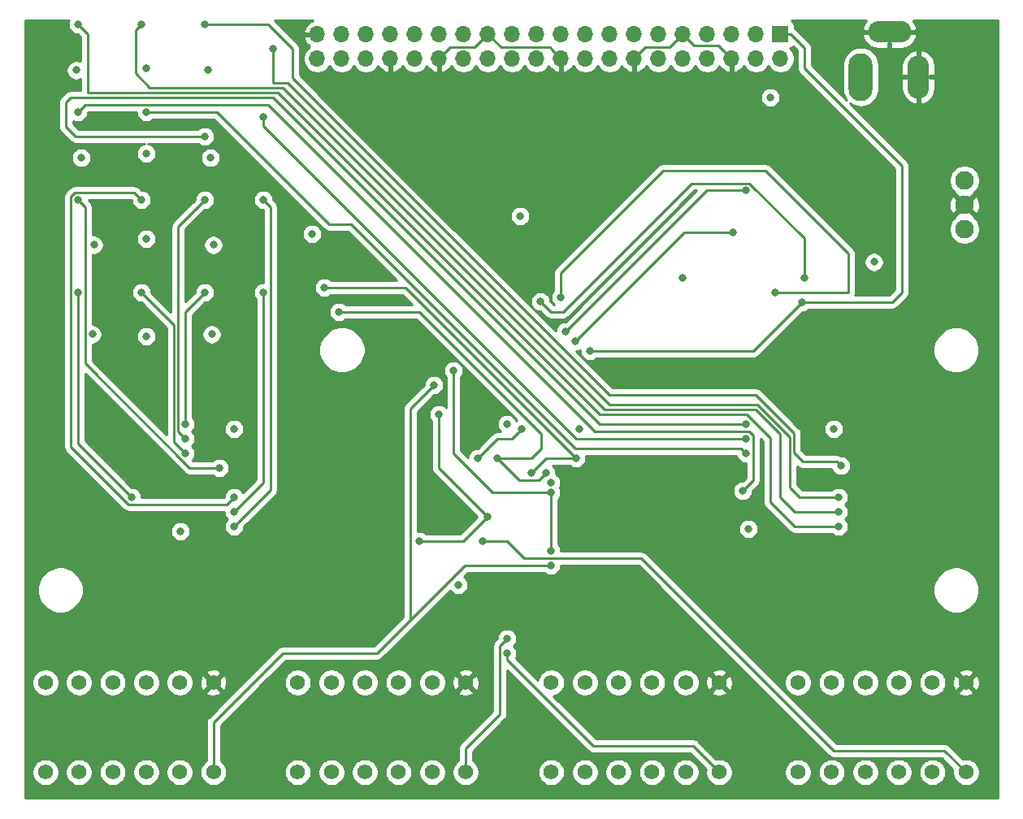
<source format=gbr>
G04 #@! TF.GenerationSoftware,KiCad,Pcbnew,5.1.5*
G04 #@! TF.CreationDate,2020-04-29T22:13:39-04:00*
G04 #@! TF.ProjectId,EVE-PCB-V2,4556452d-5043-4422-9d56-322e6b696361,rev?*
G04 #@! TF.SameCoordinates,Original*
G04 #@! TF.FileFunction,Copper,L2,Inr*
G04 #@! TF.FilePolarity,Positive*
%FSLAX46Y46*%
G04 Gerber Fmt 4.6, Leading zero omitted, Abs format (unit mm)*
G04 Created by KiCad (PCBNEW 5.1.5) date 2020-04-29 22:13:39*
%MOMM*%
%LPD*%
G04 APERTURE LIST*
%ADD10O,1.700000X1.700000*%
%ADD11R,1.700000X1.700000*%
%ADD12O,4.500000X2.250000*%
%ADD13O,2.250000X4.500000*%
%ADD14O,2.500000X5.000000*%
%ADD15C,1.575000*%
%ADD16C,1.950000*%
%ADD17C,0.800000*%
%ADD18C,0.250000*%
%ADD19C,0.254000*%
G04 APERTURE END LIST*
D10*
X119413346Y-39638769D03*
X119413346Y-37098769D03*
X121953346Y-39638769D03*
X121953346Y-37098769D03*
X124493346Y-39638769D03*
X124493346Y-37098769D03*
X127033346Y-39638769D03*
X127033346Y-37098769D03*
X129573346Y-39638769D03*
X129573346Y-37098769D03*
X132113346Y-39638769D03*
X132113346Y-37098769D03*
X134653346Y-39638769D03*
X134653346Y-37098769D03*
X137193346Y-39638769D03*
X137193346Y-37098769D03*
X139733346Y-39638769D03*
X139733346Y-37098769D03*
X142273346Y-39638769D03*
X142273346Y-37098769D03*
X144813346Y-39638769D03*
X144813346Y-37098769D03*
X147353346Y-39638769D03*
X147353346Y-37098769D03*
X149893346Y-39638769D03*
X149893346Y-37098769D03*
X152433346Y-39638769D03*
X152433346Y-37098769D03*
X154973346Y-39638769D03*
X154973346Y-37098769D03*
X157513346Y-39638769D03*
X157513346Y-37098769D03*
X160053346Y-39638769D03*
X160053346Y-37098769D03*
X162593346Y-39638769D03*
X162593346Y-37098769D03*
X165133346Y-39638769D03*
X165133346Y-37098769D03*
X167673346Y-39638769D03*
D11*
X167673346Y-37098769D03*
D12*
X179055346Y-36843769D03*
D13*
X182055346Y-41543769D03*
D14*
X176055346Y-41543769D03*
D15*
X187014846Y-104650000D03*
X187014846Y-114000000D03*
X183514846Y-104650000D03*
X183514846Y-114000000D03*
X180014846Y-104650000D03*
X180014846Y-114000000D03*
X176514846Y-104650000D03*
X176514846Y-114000000D03*
X173014846Y-104650000D03*
X173014846Y-114000000D03*
X169514846Y-104650000D03*
X169514846Y-114000000D03*
X161297346Y-104650000D03*
X161297346Y-114000000D03*
X157797346Y-104650000D03*
X157797346Y-114000000D03*
X154297346Y-104650000D03*
X154297346Y-114000000D03*
X150797346Y-104650000D03*
X150797346Y-114000000D03*
X147297346Y-104650000D03*
X147297346Y-114000000D03*
X143797346Y-104650000D03*
X143797346Y-114000000D03*
X134881346Y-104650000D03*
X134881346Y-114000000D03*
X131381346Y-104650000D03*
X131381346Y-114000000D03*
X127881346Y-104650000D03*
X127881346Y-114000000D03*
X124381346Y-104650000D03*
X124381346Y-114000000D03*
X120881346Y-104650000D03*
X120881346Y-114000000D03*
X117381346Y-104650000D03*
X117381346Y-114000000D03*
X108592346Y-104650000D03*
X108592346Y-114000000D03*
X105092346Y-104650000D03*
X105092346Y-114000000D03*
X101592346Y-104650000D03*
X101592346Y-114000000D03*
X98092346Y-104650000D03*
X98092346Y-114000000D03*
X94592346Y-104650000D03*
X94592346Y-114000000D03*
X91092346Y-104650000D03*
X91092346Y-114000000D03*
D16*
X186850346Y-52338769D03*
X186850346Y-54878769D03*
X186850346Y-57418769D03*
D17*
X101600000Y-49530000D03*
X101600000Y-40640000D03*
X101600000Y-58420000D03*
X101600000Y-68580000D03*
X164338000Y-88646000D03*
X105156000Y-88900000D03*
X110744000Y-78232000D03*
X173228000Y-78232000D03*
X166624000Y-43688000D03*
X94289731Y-40838269D03*
X108005731Y-40838269D03*
X94808231Y-49971769D03*
X108270231Y-49971769D03*
X96152231Y-59041769D03*
X95972231Y-68365769D03*
X108418231Y-68365769D03*
X108598231Y-59041769D03*
X135128000Y-74676000D03*
X175260000Y-68072000D03*
X117856000Y-75184000D03*
X145796000Y-87376000D03*
X139192000Y-96012000D03*
X177426346Y-60825654D03*
X118872000Y-57912000D03*
X140558846Y-56037154D03*
X143776848Y-83832440D03*
X146701084Y-78232000D03*
X134112000Y-94488000D03*
X139192000Y-77724000D03*
X157480000Y-62484000D03*
X94488000Y-36068000D03*
X173736000Y-88392000D03*
X101092000Y-36068000D03*
X173736000Y-86868000D03*
X173736000Y-85344000D03*
X114808000Y-38608000D03*
X107696000Y-36068000D03*
X173975231Y-82056769D03*
X164084000Y-77724000D03*
X107696000Y-47752000D03*
X113792000Y-45720000D03*
X164084000Y-79248000D03*
X101600000Y-45212000D03*
X164084000Y-80772000D03*
X94488000Y-45212000D03*
X163744000Y-84668000D03*
X110744000Y-88392000D03*
X113792000Y-54356000D03*
X110744000Y-86868000D03*
X113792000Y-64008000D03*
X110744000Y-85344000D03*
X101092000Y-54356000D03*
X94488000Y-54356000D03*
X109220000Y-82296000D03*
X105664000Y-77724000D03*
X107696000Y-64008000D03*
X105664000Y-79248000D03*
X107696000Y-54356000D03*
X105664000Y-80772000D03*
X101092000Y-64008000D03*
X94488000Y-64008000D03*
X100076000Y-85344000D03*
X169961885Y-65024000D03*
X147828000Y-70104000D03*
X145288000Y-68072000D03*
X164077443Y-53346557D03*
X146304000Y-69088000D03*
X162704942Y-57767058D03*
X136652000Y-89916000D03*
X139192000Y-101600000D03*
X139192000Y-100076000D03*
X143764000Y-92456000D03*
X131572000Y-73660000D03*
X137160000Y-87376000D03*
X132080000Y-76708000D03*
X130048000Y-89916000D03*
X143781297Y-84853297D03*
X143764000Y-90932000D03*
X133604000Y-72136000D03*
X141732000Y-82804000D03*
X146381082Y-81280000D03*
X167132000Y-64008000D03*
X144780000Y-64516000D03*
X120142000Y-63500000D03*
X136144000Y-81280000D03*
X140716000Y-78232000D03*
X170180000Y-62484000D03*
X143256000Y-82804000D03*
X138176000Y-81280000D03*
X142683795Y-64959795D03*
X121666000Y-66040000D03*
D18*
X158363345Y-37948768D02*
X157513346Y-37098769D01*
X158688347Y-38273770D02*
X158363345Y-37948768D01*
X161228347Y-38273770D02*
X158688347Y-38273770D01*
X162593346Y-39638769D02*
X161228347Y-38273770D01*
X156148347Y-38463768D02*
X156663347Y-37948768D01*
X153608347Y-38463768D02*
X156148347Y-38463768D01*
X156663347Y-37948768D02*
X157513346Y-37098769D01*
X152433346Y-39638769D02*
X153608347Y-38463768D01*
X136343347Y-37948768D02*
X137193346Y-37098769D01*
X135828347Y-38463768D02*
X136343347Y-37948768D01*
X133288347Y-38463768D02*
X135828347Y-38463768D01*
X132113346Y-39638769D02*
X133288347Y-38463768D01*
X143963347Y-38788770D02*
X144813346Y-39638769D01*
X143638345Y-38463768D02*
X143963347Y-38788770D01*
X138558345Y-38463768D02*
X143638345Y-38463768D01*
X137193346Y-37098769D02*
X138558345Y-38463768D01*
X148844000Y-76708000D02*
X115316000Y-43180000D01*
X169164000Y-88392000D02*
X166624000Y-85852000D01*
X95504000Y-43180000D02*
X95504000Y-37084000D01*
X173736000Y-88392000D02*
X169164000Y-88392000D01*
X166624000Y-85852000D02*
X166624000Y-79190998D01*
X95504000Y-37084000D02*
X94488000Y-36068000D01*
X115316000Y-43180000D02*
X95504000Y-43180000D01*
X166624000Y-79190998D02*
X164141002Y-76708000D01*
X164141002Y-76708000D02*
X148844000Y-76708000D01*
X100692001Y-36467999D02*
X101092000Y-36068000D01*
X149352000Y-76200000D02*
X115824000Y-42672000D01*
X100474999Y-41180001D02*
X100474999Y-36685001D01*
X101966998Y-42672000D02*
X100474999Y-41180001D01*
X169164000Y-86868000D02*
X167640000Y-85344000D01*
X173736000Y-86868000D02*
X169164000Y-86868000D01*
X167640000Y-85344000D02*
X167640000Y-78740000D01*
X167640000Y-78740000D02*
X165100000Y-76200000D01*
X100474999Y-36685001D02*
X100692001Y-36467999D01*
X115824000Y-42672000D02*
X101966998Y-42672000D01*
X165100000Y-76200000D02*
X149352000Y-76200000D01*
X149860000Y-75692000D02*
X116332000Y-42164000D01*
X116332000Y-42164000D02*
X114808000Y-42164000D01*
X168656000Y-79119590D02*
X165228410Y-75692000D01*
X114808000Y-42164000D02*
X114808000Y-38608000D01*
X173736000Y-85344000D02*
X169672000Y-85344000D01*
X168656000Y-84328000D02*
X168656000Y-79119590D01*
X169672000Y-85344000D02*
X168656000Y-84328000D01*
X165228410Y-75692000D02*
X149860000Y-75692000D01*
X173575232Y-81656770D02*
X170048770Y-81656770D01*
X173975231Y-82056769D02*
X173575232Y-81656770D01*
X169106010Y-80714010D02*
X169106010Y-78682010D01*
X170048770Y-81656770D02*
X169106010Y-80714010D01*
X169106010Y-78682010D02*
X165100000Y-74676000D01*
X151384000Y-74676000D02*
X150876000Y-74676000D01*
X165100000Y-74676000D02*
X151384000Y-74676000D01*
X108261685Y-36068000D02*
X107696000Y-36068000D01*
X116840000Y-41656000D02*
X116840000Y-38608000D01*
X116840000Y-38608000D02*
X114300000Y-36068000D01*
X114300000Y-36068000D02*
X108261685Y-36068000D01*
X149860000Y-74676000D02*
X116840000Y-41656000D01*
X151384000Y-74676000D02*
X149860000Y-74676000D01*
X94234000Y-47752000D02*
X107130315Y-47752000D01*
X93218000Y-46736000D02*
X94234000Y-47752000D01*
X148844000Y-77724000D02*
X114808000Y-43688000D01*
X107130315Y-47752000D02*
X107696000Y-47752000D01*
X164084000Y-77724000D02*
X148844000Y-77724000D01*
X114808000Y-43688000D02*
X93726000Y-43688000D01*
X93218000Y-44196000D02*
X93218000Y-46736000D01*
X93726000Y-43688000D02*
X93218000Y-44196000D01*
X113792000Y-46285685D02*
X113792000Y-45720000D01*
X113792000Y-46691918D02*
X113792000Y-46285685D01*
X146348082Y-79248000D02*
X113792000Y-46691918D01*
X164084000Y-79248000D02*
X146348082Y-79248000D01*
X163576000Y-80264000D02*
X164084000Y-80772000D01*
X108966000Y-45212000D02*
X120650000Y-56896000D01*
X120650000Y-56896000D02*
X122936000Y-56896000D01*
X122936000Y-56896000D02*
X146304000Y-80264000D01*
X101600000Y-45212000D02*
X108966000Y-45212000D01*
X146304000Y-80264000D02*
X163576000Y-80264000D01*
X148361085Y-78522999D02*
X114325085Y-44486999D01*
X94887999Y-44812001D02*
X94488000Y-45212000D01*
X164432001Y-78522999D02*
X148361085Y-78522999D01*
X95213001Y-44486999D02*
X94887999Y-44812001D01*
X164809001Y-78899999D02*
X164432001Y-78522999D01*
X164809001Y-83602999D02*
X164809001Y-78899999D01*
X163744000Y-84668000D02*
X164809001Y-83602999D01*
X114325085Y-44486999D02*
X95213001Y-44486999D01*
X114191999Y-54755999D02*
X113792000Y-54356000D01*
X114517001Y-55081001D02*
X114191999Y-54755999D01*
X114517001Y-84618999D02*
X114517001Y-55081001D01*
X110744000Y-88392000D02*
X114517001Y-84618999D01*
X113792000Y-83820000D02*
X113792000Y-64008000D01*
X110744000Y-86868000D02*
X113792000Y-83820000D01*
X94139999Y-53630999D02*
X100366999Y-53630999D01*
X93762999Y-54007999D02*
X94139999Y-53630999D01*
X93762999Y-80104001D02*
X93762999Y-54007999D01*
X100366999Y-53630999D02*
X100692001Y-53956001D01*
X99727999Y-86069001D02*
X93762999Y-80104001D01*
X110018999Y-86069001D02*
X99727999Y-86069001D01*
X100692001Y-53956001D02*
X101092000Y-54356000D01*
X110744000Y-85344000D02*
X110018999Y-86069001D01*
X95213001Y-55081001D02*
X94887999Y-54755999D01*
X95213001Y-71394003D02*
X95213001Y-55081001D01*
X106114998Y-82296000D02*
X95213001Y-71394003D01*
X94887999Y-54755999D02*
X94488000Y-54356000D01*
X109220000Y-82296000D02*
X106114998Y-82296000D01*
X105664000Y-66040000D02*
X107696000Y-64008000D01*
X105664000Y-77724000D02*
X105664000Y-66040000D01*
X107296001Y-54755999D02*
X107696000Y-54356000D01*
X104938999Y-78522999D02*
X104938999Y-57113001D01*
X104938999Y-57113001D02*
X107296001Y-54755999D01*
X105664000Y-79248000D02*
X104938999Y-78522999D01*
X101491999Y-64407999D02*
X101092000Y-64008000D01*
X104488989Y-67404989D02*
X101491999Y-64407999D01*
X104488989Y-79596989D02*
X104488989Y-67404989D01*
X105664000Y-80772000D02*
X104488989Y-79596989D01*
X94488000Y-79756000D02*
X100076000Y-85344000D01*
X94488000Y-64008000D02*
X94488000Y-79756000D01*
X164881885Y-70104000D02*
X169961885Y-65024000D01*
X147828000Y-70104000D02*
X164881885Y-70104000D01*
X170180000Y-40640000D02*
X180340000Y-50800000D01*
X180340000Y-50800000D02*
X180340000Y-64008000D01*
X179324000Y-65024000D02*
X169961885Y-65024000D01*
X180340000Y-64008000D02*
X179324000Y-65024000D01*
X168773346Y-37098769D02*
X167673346Y-37098769D01*
X170180000Y-38505423D02*
X168773346Y-37098769D01*
X170180000Y-40640000D02*
X170180000Y-38505423D01*
X160013443Y-53346557D02*
X164077443Y-53346557D01*
X145288000Y-68072000D02*
X160013443Y-53346557D01*
X157624942Y-57767058D02*
X162704942Y-57767058D01*
X146304000Y-69088000D02*
X157624942Y-57767058D01*
X153198999Y-91730999D02*
X173228000Y-111760000D01*
X141006999Y-91730999D02*
X153198999Y-91730999D01*
X184774846Y-111760000D02*
X187014846Y-114000000D01*
X173228000Y-111760000D02*
X184774846Y-111760000D01*
X139192000Y-89916000D02*
X141006999Y-91730999D01*
X137922000Y-89916000D02*
X139192000Y-89916000D01*
X137922000Y-89916000D02*
X136652000Y-89916000D01*
X139192000Y-102283156D02*
X148160844Y-111252000D01*
X139192000Y-101600000D02*
X139192000Y-102283156D01*
X158549346Y-111252000D02*
X161297346Y-114000000D01*
X148160844Y-111252000D02*
X158549346Y-111252000D01*
X138466999Y-107913001D02*
X134881346Y-111498654D01*
X139192000Y-100076000D02*
X138466999Y-100801001D01*
X134881346Y-111498654D02*
X134881346Y-114000000D01*
X138466999Y-100801001D02*
X138466999Y-107913001D01*
X143764000Y-92456000D02*
X134774998Y-92456000D01*
X108592346Y-108831654D02*
X108592346Y-114000000D01*
X115824000Y-101600000D02*
X108592346Y-108831654D01*
X125630998Y-101600000D02*
X115824000Y-101600000D01*
X129109499Y-76122501D02*
X129109499Y-98121499D01*
X131572000Y-73660000D02*
X129109499Y-76122501D01*
X134774998Y-92456000D02*
X129109499Y-98121499D01*
X129109499Y-98121499D02*
X125630998Y-101600000D01*
X132080000Y-82296000D02*
X137160000Y-87376000D01*
X132080000Y-76708000D02*
X132080000Y-82296000D01*
X134620000Y-89916000D02*
X137160000Y-87376000D01*
X130048000Y-89916000D02*
X134620000Y-89916000D01*
X143781297Y-90914703D02*
X143764000Y-90932000D01*
X143781297Y-84853297D02*
X143781297Y-90914703D01*
X143215612Y-84853297D02*
X143781297Y-84853297D01*
X133604000Y-80772000D02*
X137685297Y-84853297D01*
X137685297Y-84853297D02*
X143215612Y-84853297D01*
X133604000Y-72136000D02*
X133604000Y-80772000D01*
X143256000Y-81280000D02*
X146381082Y-81280000D01*
X141732000Y-82804000D02*
X143256000Y-81280000D01*
X128601082Y-63500000D02*
X146381082Y-81280000D01*
X120142000Y-63500000D02*
X128601082Y-63500000D01*
X144780000Y-61976000D02*
X144780000Y-64516000D01*
X166116000Y-51308000D02*
X155448000Y-51308000D01*
X167132000Y-64008000D02*
X174752000Y-64008000D01*
X155448000Y-51308000D02*
X144780000Y-61976000D01*
X174752000Y-64008000D02*
X174752000Y-59944000D01*
X174752000Y-59944000D02*
X166116000Y-51308000D01*
X139700000Y-79248000D02*
X140716000Y-78232000D01*
X136144000Y-81280000D02*
X138176000Y-79248000D01*
X138176000Y-79248000D02*
X139700000Y-79248000D01*
X142530999Y-83529001D02*
X142856001Y-83203999D01*
X142856001Y-83203999D02*
X143256000Y-82804000D01*
X140425001Y-83529001D02*
X142530999Y-83529001D01*
X138176000Y-81280000D02*
X140425001Y-83529001D01*
X142748000Y-80264000D02*
X141732000Y-81280000D01*
X121666000Y-66040000D02*
X130048000Y-66040000D01*
X141732000Y-81280000D02*
X138176000Y-81280000D01*
X142748000Y-78740000D02*
X142748000Y-80264000D01*
X130048000Y-66040000D02*
X142748000Y-78740000D01*
X143764000Y-66040000D02*
X142683795Y-64959795D01*
X170180000Y-62484000D02*
X170180000Y-58376112D01*
X164425444Y-52621556D02*
X158452444Y-52621556D01*
X158452444Y-52621556D02*
X145034000Y-66040000D01*
X170180000Y-58376112D02*
X164425444Y-52621556D01*
X145034000Y-66040000D02*
X143764000Y-66040000D01*
D19*
G36*
X93492774Y-35766102D02*
G01*
X93453000Y-35966061D01*
X93453000Y-36169939D01*
X93492774Y-36369898D01*
X93570795Y-36558256D01*
X93684063Y-36727774D01*
X93828226Y-36871937D01*
X93997744Y-36985205D01*
X94186102Y-37063226D01*
X94386061Y-37103000D01*
X94448199Y-37103000D01*
X94744001Y-37398803D01*
X94744001Y-39906158D01*
X94591629Y-39843043D01*
X94391670Y-39803269D01*
X94187792Y-39803269D01*
X93987833Y-39843043D01*
X93799475Y-39921064D01*
X93629957Y-40034332D01*
X93485794Y-40178495D01*
X93372526Y-40348013D01*
X93294505Y-40536371D01*
X93254731Y-40736330D01*
X93254731Y-40940208D01*
X93294505Y-41140167D01*
X93372526Y-41328525D01*
X93485794Y-41498043D01*
X93629957Y-41642206D01*
X93799475Y-41755474D01*
X93987833Y-41833495D01*
X94187792Y-41873269D01*
X94391670Y-41873269D01*
X94591629Y-41833495D01*
X94744000Y-41770380D01*
X94744000Y-42928000D01*
X93763322Y-42928000D01*
X93725999Y-42924324D01*
X93688676Y-42928000D01*
X93688667Y-42928000D01*
X93577014Y-42938997D01*
X93433753Y-42982454D01*
X93301724Y-43053026D01*
X93185999Y-43147999D01*
X93162200Y-43176998D01*
X92707002Y-43632197D01*
X92677999Y-43655999D01*
X92625474Y-43720001D01*
X92583026Y-43771724D01*
X92512455Y-43903753D01*
X92512454Y-43903754D01*
X92468997Y-44047015D01*
X92458000Y-44158668D01*
X92458000Y-44158678D01*
X92454324Y-44196000D01*
X92458000Y-44233323D01*
X92458001Y-46698668D01*
X92454324Y-46736000D01*
X92468998Y-46884985D01*
X92512454Y-47028246D01*
X92583026Y-47160276D01*
X92641823Y-47231919D01*
X92678000Y-47276001D01*
X92706998Y-47299799D01*
X93670201Y-48263003D01*
X93693999Y-48292001D01*
X93722997Y-48315799D01*
X93809723Y-48386974D01*
X93941753Y-48457546D01*
X94085014Y-48501003D01*
X94196667Y-48512000D01*
X94196677Y-48512000D01*
X94234000Y-48515676D01*
X94271322Y-48512000D01*
X101412596Y-48512000D01*
X101298102Y-48534774D01*
X101109744Y-48612795D01*
X100940226Y-48726063D01*
X100796063Y-48870226D01*
X100682795Y-49039744D01*
X100604774Y-49228102D01*
X100565000Y-49428061D01*
X100565000Y-49631939D01*
X100604774Y-49831898D01*
X100682795Y-50020256D01*
X100796063Y-50189774D01*
X100940226Y-50333937D01*
X101109744Y-50447205D01*
X101298102Y-50525226D01*
X101498061Y-50565000D01*
X101701939Y-50565000D01*
X101901898Y-50525226D01*
X102090256Y-50447205D01*
X102259774Y-50333937D01*
X102403937Y-50189774D01*
X102517205Y-50020256D01*
X102579513Y-49869830D01*
X107235231Y-49869830D01*
X107235231Y-50073708D01*
X107275005Y-50273667D01*
X107353026Y-50462025D01*
X107466294Y-50631543D01*
X107610457Y-50775706D01*
X107779975Y-50888974D01*
X107968333Y-50966995D01*
X108168292Y-51006769D01*
X108372170Y-51006769D01*
X108572129Y-50966995D01*
X108760487Y-50888974D01*
X108930005Y-50775706D01*
X109074168Y-50631543D01*
X109187436Y-50462025D01*
X109265457Y-50273667D01*
X109305231Y-50073708D01*
X109305231Y-49869830D01*
X109265457Y-49669871D01*
X109187436Y-49481513D01*
X109074168Y-49311995D01*
X108930005Y-49167832D01*
X108760487Y-49054564D01*
X108572129Y-48976543D01*
X108372170Y-48936769D01*
X108168292Y-48936769D01*
X107968333Y-48976543D01*
X107779975Y-49054564D01*
X107610457Y-49167832D01*
X107466294Y-49311995D01*
X107353026Y-49481513D01*
X107275005Y-49669871D01*
X107235231Y-49869830D01*
X102579513Y-49869830D01*
X102595226Y-49831898D01*
X102635000Y-49631939D01*
X102635000Y-49428061D01*
X102595226Y-49228102D01*
X102517205Y-49039744D01*
X102403937Y-48870226D01*
X102259774Y-48726063D01*
X102090256Y-48612795D01*
X101901898Y-48534774D01*
X101787404Y-48512000D01*
X106992289Y-48512000D01*
X107036226Y-48555937D01*
X107205744Y-48669205D01*
X107394102Y-48747226D01*
X107594061Y-48787000D01*
X107797939Y-48787000D01*
X107997898Y-48747226D01*
X108186256Y-48669205D01*
X108355774Y-48555937D01*
X108499937Y-48411774D01*
X108613205Y-48242256D01*
X108691226Y-48053898D01*
X108731000Y-47853939D01*
X108731000Y-47650061D01*
X108691226Y-47450102D01*
X108613205Y-47261744D01*
X108499937Y-47092226D01*
X108355774Y-46948063D01*
X108186256Y-46834795D01*
X107997898Y-46756774D01*
X107797939Y-46717000D01*
X107594061Y-46717000D01*
X107394102Y-46756774D01*
X107205744Y-46834795D01*
X107036226Y-46948063D01*
X106992289Y-46992000D01*
X94548802Y-46992000D01*
X93978000Y-46421199D01*
X93978000Y-46116013D01*
X93997744Y-46129205D01*
X94186102Y-46207226D01*
X94386061Y-46247000D01*
X94589939Y-46247000D01*
X94789898Y-46207226D01*
X94978256Y-46129205D01*
X95147774Y-46015937D01*
X95291937Y-45871774D01*
X95405205Y-45702256D01*
X95483226Y-45513898D01*
X95523000Y-45313939D01*
X95523000Y-45251801D01*
X95527802Y-45246999D01*
X100565000Y-45246999D01*
X100565000Y-45313939D01*
X100604774Y-45513898D01*
X100682795Y-45702256D01*
X100796063Y-45871774D01*
X100940226Y-46015937D01*
X101109744Y-46129205D01*
X101298102Y-46207226D01*
X101498061Y-46247000D01*
X101701939Y-46247000D01*
X101901898Y-46207226D01*
X102090256Y-46129205D01*
X102259774Y-46015937D01*
X102303711Y-45972000D01*
X108651199Y-45972000D01*
X120086200Y-57407002D01*
X120109999Y-57436001D01*
X120225724Y-57530974D01*
X120357753Y-57601546D01*
X120501014Y-57645003D01*
X120612667Y-57656000D01*
X120612676Y-57656000D01*
X120649999Y-57659676D01*
X120687322Y-57656000D01*
X122621199Y-57656000D01*
X127705199Y-62740000D01*
X120845711Y-62740000D01*
X120801774Y-62696063D01*
X120632256Y-62582795D01*
X120443898Y-62504774D01*
X120243939Y-62465000D01*
X120040061Y-62465000D01*
X119840102Y-62504774D01*
X119651744Y-62582795D01*
X119482226Y-62696063D01*
X119338063Y-62840226D01*
X119224795Y-63009744D01*
X119146774Y-63198102D01*
X119107000Y-63398061D01*
X119107000Y-63601939D01*
X119146774Y-63801898D01*
X119224795Y-63990256D01*
X119338063Y-64159774D01*
X119482226Y-64303937D01*
X119651744Y-64417205D01*
X119840102Y-64495226D01*
X120040061Y-64535000D01*
X120243939Y-64535000D01*
X120443898Y-64495226D01*
X120632256Y-64417205D01*
X120801774Y-64303937D01*
X120845711Y-64260000D01*
X128286281Y-64260000D01*
X129306281Y-65280000D01*
X122369711Y-65280000D01*
X122325774Y-65236063D01*
X122156256Y-65122795D01*
X121967898Y-65044774D01*
X121767939Y-65005000D01*
X121564061Y-65005000D01*
X121364102Y-65044774D01*
X121175744Y-65122795D01*
X121006226Y-65236063D01*
X120862063Y-65380226D01*
X120748795Y-65549744D01*
X120670774Y-65738102D01*
X120631000Y-65938061D01*
X120631000Y-66141939D01*
X120670774Y-66341898D01*
X120748795Y-66530256D01*
X120862063Y-66699774D01*
X121006226Y-66843937D01*
X121175744Y-66957205D01*
X121364102Y-67035226D01*
X121564061Y-67075000D01*
X121767939Y-67075000D01*
X121967898Y-67035226D01*
X122156256Y-66957205D01*
X122325774Y-66843937D01*
X122369711Y-66800000D01*
X129733199Y-66800000D01*
X140241476Y-77308278D01*
X140225744Y-77314795D01*
X140160763Y-77358214D01*
X140109205Y-77233744D01*
X139995937Y-77064226D01*
X139851774Y-76920063D01*
X139682256Y-76806795D01*
X139493898Y-76728774D01*
X139293939Y-76689000D01*
X139090061Y-76689000D01*
X138890102Y-76728774D01*
X138701744Y-76806795D01*
X138532226Y-76920063D01*
X138388063Y-77064226D01*
X138274795Y-77233744D01*
X138196774Y-77422102D01*
X138157000Y-77622061D01*
X138157000Y-77825939D01*
X138196774Y-78025898D01*
X138274795Y-78214256D01*
X138388063Y-78383774D01*
X138492289Y-78488000D01*
X138213323Y-78488000D01*
X138176000Y-78484324D01*
X138138677Y-78488000D01*
X138138667Y-78488000D01*
X138027014Y-78498997D01*
X137911959Y-78533898D01*
X137883753Y-78542454D01*
X137751723Y-78613026D01*
X137713157Y-78644677D01*
X137635999Y-78707999D01*
X137612201Y-78736997D01*
X136104199Y-80245000D01*
X136042061Y-80245000D01*
X135842102Y-80284774D01*
X135653744Y-80362795D01*
X135484226Y-80476063D01*
X135340063Y-80620226D01*
X135226795Y-80789744D01*
X135148774Y-80978102D01*
X135109000Y-81178061D01*
X135109000Y-81202199D01*
X134364000Y-80457199D01*
X134364000Y-72839711D01*
X134407937Y-72795774D01*
X134521205Y-72626256D01*
X134599226Y-72437898D01*
X134639000Y-72237939D01*
X134639000Y-72034061D01*
X134599226Y-71834102D01*
X134521205Y-71645744D01*
X134407937Y-71476226D01*
X134263774Y-71332063D01*
X134094256Y-71218795D01*
X133905898Y-71140774D01*
X133705939Y-71101000D01*
X133502061Y-71101000D01*
X133302102Y-71140774D01*
X133113744Y-71218795D01*
X132944226Y-71332063D01*
X132800063Y-71476226D01*
X132686795Y-71645744D01*
X132608774Y-71834102D01*
X132569000Y-72034061D01*
X132569000Y-72237939D01*
X132608774Y-72437898D01*
X132686795Y-72626256D01*
X132800063Y-72795774D01*
X132844000Y-72839711D01*
X132844000Y-76008289D01*
X132739774Y-75904063D01*
X132570256Y-75790795D01*
X132381898Y-75712774D01*
X132181939Y-75673000D01*
X131978061Y-75673000D01*
X131778102Y-75712774D01*
X131589744Y-75790795D01*
X131420226Y-75904063D01*
X131276063Y-76048226D01*
X131162795Y-76217744D01*
X131084774Y-76406102D01*
X131045000Y-76606061D01*
X131045000Y-76809939D01*
X131084774Y-77009898D01*
X131162795Y-77198256D01*
X131276063Y-77367774D01*
X131320000Y-77411711D01*
X131320001Y-82258668D01*
X131316324Y-82296000D01*
X131330998Y-82444985D01*
X131374454Y-82588246D01*
X131445026Y-82720276D01*
X131499175Y-82786256D01*
X131540000Y-82836001D01*
X131568998Y-82859799D01*
X136085198Y-87376000D01*
X134305199Y-89156000D01*
X130751711Y-89156000D01*
X130707774Y-89112063D01*
X130538256Y-88998795D01*
X130349898Y-88920774D01*
X130149939Y-88881000D01*
X129946061Y-88881000D01*
X129869499Y-88896229D01*
X129869499Y-76437302D01*
X131611802Y-74695000D01*
X131673939Y-74695000D01*
X131873898Y-74655226D01*
X132062256Y-74577205D01*
X132231774Y-74463937D01*
X132375937Y-74319774D01*
X132489205Y-74150256D01*
X132567226Y-73961898D01*
X132607000Y-73761939D01*
X132607000Y-73558061D01*
X132567226Y-73358102D01*
X132489205Y-73169744D01*
X132375937Y-73000226D01*
X132231774Y-72856063D01*
X132062256Y-72742795D01*
X131873898Y-72664774D01*
X131673939Y-72625000D01*
X131470061Y-72625000D01*
X131270102Y-72664774D01*
X131081744Y-72742795D01*
X130912226Y-72856063D01*
X130768063Y-73000226D01*
X130654795Y-73169744D01*
X130576774Y-73358102D01*
X130537000Y-73558061D01*
X130537000Y-73620198D01*
X128598502Y-75558697D01*
X128569498Y-75582500D01*
X128525427Y-75636201D01*
X128474525Y-75698225D01*
X128433101Y-75775723D01*
X128403953Y-75830255D01*
X128360496Y-75973516D01*
X128349499Y-76085169D01*
X128349499Y-76085179D01*
X128345823Y-76122501D01*
X128349499Y-76159823D01*
X128349500Y-97806696D01*
X125316197Y-100840000D01*
X115861322Y-100840000D01*
X115823999Y-100836324D01*
X115786676Y-100840000D01*
X115786667Y-100840000D01*
X115675014Y-100850997D01*
X115531753Y-100894454D01*
X115399724Y-100965026D01*
X115283999Y-101059999D01*
X115260201Y-101088997D01*
X108081349Y-108267850D01*
X108052345Y-108291653D01*
X108014903Y-108337277D01*
X107957372Y-108407378D01*
X107886801Y-108539407D01*
X107886800Y-108539408D01*
X107843343Y-108682669D01*
X107832346Y-108794322D01*
X107832346Y-108794332D01*
X107828670Y-108831654D01*
X107832346Y-108868977D01*
X107832347Y-112796989D01*
X107685555Y-112895072D01*
X107487418Y-113093209D01*
X107331743Y-113326194D01*
X107224512Y-113585072D01*
X107169846Y-113859896D01*
X107169846Y-114140104D01*
X107224512Y-114414928D01*
X107331743Y-114673806D01*
X107487418Y-114906791D01*
X107685555Y-115104928D01*
X107918540Y-115260603D01*
X108177418Y-115367834D01*
X108452242Y-115422500D01*
X108732450Y-115422500D01*
X109007274Y-115367834D01*
X109266152Y-115260603D01*
X109499137Y-115104928D01*
X109697274Y-114906791D01*
X109852949Y-114673806D01*
X109960180Y-114414928D01*
X110014846Y-114140104D01*
X110014846Y-113859896D01*
X115958846Y-113859896D01*
X115958846Y-114140104D01*
X116013512Y-114414928D01*
X116120743Y-114673806D01*
X116276418Y-114906791D01*
X116474555Y-115104928D01*
X116707540Y-115260603D01*
X116966418Y-115367834D01*
X117241242Y-115422500D01*
X117521450Y-115422500D01*
X117796274Y-115367834D01*
X118055152Y-115260603D01*
X118288137Y-115104928D01*
X118486274Y-114906791D01*
X118641949Y-114673806D01*
X118749180Y-114414928D01*
X118803846Y-114140104D01*
X118803846Y-113859896D01*
X119458846Y-113859896D01*
X119458846Y-114140104D01*
X119513512Y-114414928D01*
X119620743Y-114673806D01*
X119776418Y-114906791D01*
X119974555Y-115104928D01*
X120207540Y-115260603D01*
X120466418Y-115367834D01*
X120741242Y-115422500D01*
X121021450Y-115422500D01*
X121296274Y-115367834D01*
X121555152Y-115260603D01*
X121788137Y-115104928D01*
X121986274Y-114906791D01*
X122141949Y-114673806D01*
X122249180Y-114414928D01*
X122303846Y-114140104D01*
X122303846Y-113859896D01*
X122958846Y-113859896D01*
X122958846Y-114140104D01*
X123013512Y-114414928D01*
X123120743Y-114673806D01*
X123276418Y-114906791D01*
X123474555Y-115104928D01*
X123707540Y-115260603D01*
X123966418Y-115367834D01*
X124241242Y-115422500D01*
X124521450Y-115422500D01*
X124796274Y-115367834D01*
X125055152Y-115260603D01*
X125288137Y-115104928D01*
X125486274Y-114906791D01*
X125641949Y-114673806D01*
X125749180Y-114414928D01*
X125803846Y-114140104D01*
X125803846Y-113859896D01*
X126458846Y-113859896D01*
X126458846Y-114140104D01*
X126513512Y-114414928D01*
X126620743Y-114673806D01*
X126776418Y-114906791D01*
X126974555Y-115104928D01*
X127207540Y-115260603D01*
X127466418Y-115367834D01*
X127741242Y-115422500D01*
X128021450Y-115422500D01*
X128296274Y-115367834D01*
X128555152Y-115260603D01*
X128788137Y-115104928D01*
X128986274Y-114906791D01*
X129141949Y-114673806D01*
X129249180Y-114414928D01*
X129303846Y-114140104D01*
X129303846Y-113859896D01*
X129958846Y-113859896D01*
X129958846Y-114140104D01*
X130013512Y-114414928D01*
X130120743Y-114673806D01*
X130276418Y-114906791D01*
X130474555Y-115104928D01*
X130707540Y-115260603D01*
X130966418Y-115367834D01*
X131241242Y-115422500D01*
X131521450Y-115422500D01*
X131796274Y-115367834D01*
X132055152Y-115260603D01*
X132288137Y-115104928D01*
X132486274Y-114906791D01*
X132641949Y-114673806D01*
X132749180Y-114414928D01*
X132803846Y-114140104D01*
X132803846Y-113859896D01*
X133458846Y-113859896D01*
X133458846Y-114140104D01*
X133513512Y-114414928D01*
X133620743Y-114673806D01*
X133776418Y-114906791D01*
X133974555Y-115104928D01*
X134207540Y-115260603D01*
X134466418Y-115367834D01*
X134741242Y-115422500D01*
X135021450Y-115422500D01*
X135296274Y-115367834D01*
X135555152Y-115260603D01*
X135788137Y-115104928D01*
X135986274Y-114906791D01*
X136141949Y-114673806D01*
X136249180Y-114414928D01*
X136303846Y-114140104D01*
X136303846Y-113859896D01*
X142374846Y-113859896D01*
X142374846Y-114140104D01*
X142429512Y-114414928D01*
X142536743Y-114673806D01*
X142692418Y-114906791D01*
X142890555Y-115104928D01*
X143123540Y-115260603D01*
X143382418Y-115367834D01*
X143657242Y-115422500D01*
X143937450Y-115422500D01*
X144212274Y-115367834D01*
X144471152Y-115260603D01*
X144704137Y-115104928D01*
X144902274Y-114906791D01*
X145057949Y-114673806D01*
X145165180Y-114414928D01*
X145219846Y-114140104D01*
X145219846Y-113859896D01*
X145874846Y-113859896D01*
X145874846Y-114140104D01*
X145929512Y-114414928D01*
X146036743Y-114673806D01*
X146192418Y-114906791D01*
X146390555Y-115104928D01*
X146623540Y-115260603D01*
X146882418Y-115367834D01*
X147157242Y-115422500D01*
X147437450Y-115422500D01*
X147712274Y-115367834D01*
X147971152Y-115260603D01*
X148204137Y-115104928D01*
X148402274Y-114906791D01*
X148557949Y-114673806D01*
X148665180Y-114414928D01*
X148719846Y-114140104D01*
X148719846Y-113859896D01*
X149374846Y-113859896D01*
X149374846Y-114140104D01*
X149429512Y-114414928D01*
X149536743Y-114673806D01*
X149692418Y-114906791D01*
X149890555Y-115104928D01*
X150123540Y-115260603D01*
X150382418Y-115367834D01*
X150657242Y-115422500D01*
X150937450Y-115422500D01*
X151212274Y-115367834D01*
X151471152Y-115260603D01*
X151704137Y-115104928D01*
X151902274Y-114906791D01*
X152057949Y-114673806D01*
X152165180Y-114414928D01*
X152219846Y-114140104D01*
X152219846Y-113859896D01*
X152874846Y-113859896D01*
X152874846Y-114140104D01*
X152929512Y-114414928D01*
X153036743Y-114673806D01*
X153192418Y-114906791D01*
X153390555Y-115104928D01*
X153623540Y-115260603D01*
X153882418Y-115367834D01*
X154157242Y-115422500D01*
X154437450Y-115422500D01*
X154712274Y-115367834D01*
X154971152Y-115260603D01*
X155204137Y-115104928D01*
X155402274Y-114906791D01*
X155557949Y-114673806D01*
X155665180Y-114414928D01*
X155719846Y-114140104D01*
X155719846Y-113859896D01*
X156374846Y-113859896D01*
X156374846Y-114140104D01*
X156429512Y-114414928D01*
X156536743Y-114673806D01*
X156692418Y-114906791D01*
X156890555Y-115104928D01*
X157123540Y-115260603D01*
X157382418Y-115367834D01*
X157657242Y-115422500D01*
X157937450Y-115422500D01*
X158212274Y-115367834D01*
X158471152Y-115260603D01*
X158704137Y-115104928D01*
X158902274Y-114906791D01*
X159057949Y-114673806D01*
X159165180Y-114414928D01*
X159219846Y-114140104D01*
X159219846Y-113859896D01*
X159165180Y-113585072D01*
X159057949Y-113326194D01*
X158902274Y-113093209D01*
X158704137Y-112895072D01*
X158471152Y-112739397D01*
X158212274Y-112632166D01*
X157937450Y-112577500D01*
X157657242Y-112577500D01*
X157382418Y-112632166D01*
X157123540Y-112739397D01*
X156890555Y-112895072D01*
X156692418Y-113093209D01*
X156536743Y-113326194D01*
X156429512Y-113585072D01*
X156374846Y-113859896D01*
X155719846Y-113859896D01*
X155665180Y-113585072D01*
X155557949Y-113326194D01*
X155402274Y-113093209D01*
X155204137Y-112895072D01*
X154971152Y-112739397D01*
X154712274Y-112632166D01*
X154437450Y-112577500D01*
X154157242Y-112577500D01*
X153882418Y-112632166D01*
X153623540Y-112739397D01*
X153390555Y-112895072D01*
X153192418Y-113093209D01*
X153036743Y-113326194D01*
X152929512Y-113585072D01*
X152874846Y-113859896D01*
X152219846Y-113859896D01*
X152165180Y-113585072D01*
X152057949Y-113326194D01*
X151902274Y-113093209D01*
X151704137Y-112895072D01*
X151471152Y-112739397D01*
X151212274Y-112632166D01*
X150937450Y-112577500D01*
X150657242Y-112577500D01*
X150382418Y-112632166D01*
X150123540Y-112739397D01*
X149890555Y-112895072D01*
X149692418Y-113093209D01*
X149536743Y-113326194D01*
X149429512Y-113585072D01*
X149374846Y-113859896D01*
X148719846Y-113859896D01*
X148665180Y-113585072D01*
X148557949Y-113326194D01*
X148402274Y-113093209D01*
X148204137Y-112895072D01*
X147971152Y-112739397D01*
X147712274Y-112632166D01*
X147437450Y-112577500D01*
X147157242Y-112577500D01*
X146882418Y-112632166D01*
X146623540Y-112739397D01*
X146390555Y-112895072D01*
X146192418Y-113093209D01*
X146036743Y-113326194D01*
X145929512Y-113585072D01*
X145874846Y-113859896D01*
X145219846Y-113859896D01*
X145165180Y-113585072D01*
X145057949Y-113326194D01*
X144902274Y-113093209D01*
X144704137Y-112895072D01*
X144471152Y-112739397D01*
X144212274Y-112632166D01*
X143937450Y-112577500D01*
X143657242Y-112577500D01*
X143382418Y-112632166D01*
X143123540Y-112739397D01*
X142890555Y-112895072D01*
X142692418Y-113093209D01*
X142536743Y-113326194D01*
X142429512Y-113585072D01*
X142374846Y-113859896D01*
X136303846Y-113859896D01*
X136249180Y-113585072D01*
X136141949Y-113326194D01*
X135986274Y-113093209D01*
X135788137Y-112895072D01*
X135641346Y-112796990D01*
X135641346Y-111813455D01*
X138978002Y-108476800D01*
X139007000Y-108453002D01*
X139044443Y-108407378D01*
X139101973Y-108337278D01*
X139172545Y-108205248D01*
X139196551Y-108126108D01*
X139216002Y-108061987D01*
X139226999Y-107950334D01*
X139226999Y-107950325D01*
X139230675Y-107913002D01*
X139226999Y-107875679D01*
X139226999Y-103392956D01*
X147597044Y-111763002D01*
X147620843Y-111792001D01*
X147736568Y-111886974D01*
X147868597Y-111957546D01*
X148011858Y-112001003D01*
X148123511Y-112012000D01*
X148123521Y-112012000D01*
X148160844Y-112015676D01*
X148198167Y-112012000D01*
X158234545Y-112012000D01*
X159909288Y-113686744D01*
X159874846Y-113859896D01*
X159874846Y-114140104D01*
X159929512Y-114414928D01*
X160036743Y-114673806D01*
X160192418Y-114906791D01*
X160390555Y-115104928D01*
X160623540Y-115260603D01*
X160882418Y-115367834D01*
X161157242Y-115422500D01*
X161437450Y-115422500D01*
X161712274Y-115367834D01*
X161971152Y-115260603D01*
X162204137Y-115104928D01*
X162402274Y-114906791D01*
X162557949Y-114673806D01*
X162665180Y-114414928D01*
X162719846Y-114140104D01*
X162719846Y-113859896D01*
X168092346Y-113859896D01*
X168092346Y-114140104D01*
X168147012Y-114414928D01*
X168254243Y-114673806D01*
X168409918Y-114906791D01*
X168608055Y-115104928D01*
X168841040Y-115260603D01*
X169099918Y-115367834D01*
X169374742Y-115422500D01*
X169654950Y-115422500D01*
X169929774Y-115367834D01*
X170188652Y-115260603D01*
X170421637Y-115104928D01*
X170619774Y-114906791D01*
X170775449Y-114673806D01*
X170882680Y-114414928D01*
X170937346Y-114140104D01*
X170937346Y-113859896D01*
X171592346Y-113859896D01*
X171592346Y-114140104D01*
X171647012Y-114414928D01*
X171754243Y-114673806D01*
X171909918Y-114906791D01*
X172108055Y-115104928D01*
X172341040Y-115260603D01*
X172599918Y-115367834D01*
X172874742Y-115422500D01*
X173154950Y-115422500D01*
X173429774Y-115367834D01*
X173688652Y-115260603D01*
X173921637Y-115104928D01*
X174119774Y-114906791D01*
X174275449Y-114673806D01*
X174382680Y-114414928D01*
X174437346Y-114140104D01*
X174437346Y-113859896D01*
X175092346Y-113859896D01*
X175092346Y-114140104D01*
X175147012Y-114414928D01*
X175254243Y-114673806D01*
X175409918Y-114906791D01*
X175608055Y-115104928D01*
X175841040Y-115260603D01*
X176099918Y-115367834D01*
X176374742Y-115422500D01*
X176654950Y-115422500D01*
X176929774Y-115367834D01*
X177188652Y-115260603D01*
X177421637Y-115104928D01*
X177619774Y-114906791D01*
X177775449Y-114673806D01*
X177882680Y-114414928D01*
X177937346Y-114140104D01*
X177937346Y-113859896D01*
X178592346Y-113859896D01*
X178592346Y-114140104D01*
X178647012Y-114414928D01*
X178754243Y-114673806D01*
X178909918Y-114906791D01*
X179108055Y-115104928D01*
X179341040Y-115260603D01*
X179599918Y-115367834D01*
X179874742Y-115422500D01*
X180154950Y-115422500D01*
X180429774Y-115367834D01*
X180688652Y-115260603D01*
X180921637Y-115104928D01*
X181119774Y-114906791D01*
X181275449Y-114673806D01*
X181382680Y-114414928D01*
X181437346Y-114140104D01*
X181437346Y-113859896D01*
X182092346Y-113859896D01*
X182092346Y-114140104D01*
X182147012Y-114414928D01*
X182254243Y-114673806D01*
X182409918Y-114906791D01*
X182608055Y-115104928D01*
X182841040Y-115260603D01*
X183099918Y-115367834D01*
X183374742Y-115422500D01*
X183654950Y-115422500D01*
X183929774Y-115367834D01*
X184188652Y-115260603D01*
X184421637Y-115104928D01*
X184619774Y-114906791D01*
X184775449Y-114673806D01*
X184882680Y-114414928D01*
X184937346Y-114140104D01*
X184937346Y-113859896D01*
X184882680Y-113585072D01*
X184775449Y-113326194D01*
X184619774Y-113093209D01*
X184421637Y-112895072D01*
X184188652Y-112739397D01*
X183929774Y-112632166D01*
X183654950Y-112577500D01*
X183374742Y-112577500D01*
X183099918Y-112632166D01*
X182841040Y-112739397D01*
X182608055Y-112895072D01*
X182409918Y-113093209D01*
X182254243Y-113326194D01*
X182147012Y-113585072D01*
X182092346Y-113859896D01*
X181437346Y-113859896D01*
X181382680Y-113585072D01*
X181275449Y-113326194D01*
X181119774Y-113093209D01*
X180921637Y-112895072D01*
X180688652Y-112739397D01*
X180429774Y-112632166D01*
X180154950Y-112577500D01*
X179874742Y-112577500D01*
X179599918Y-112632166D01*
X179341040Y-112739397D01*
X179108055Y-112895072D01*
X178909918Y-113093209D01*
X178754243Y-113326194D01*
X178647012Y-113585072D01*
X178592346Y-113859896D01*
X177937346Y-113859896D01*
X177882680Y-113585072D01*
X177775449Y-113326194D01*
X177619774Y-113093209D01*
X177421637Y-112895072D01*
X177188652Y-112739397D01*
X176929774Y-112632166D01*
X176654950Y-112577500D01*
X176374742Y-112577500D01*
X176099918Y-112632166D01*
X175841040Y-112739397D01*
X175608055Y-112895072D01*
X175409918Y-113093209D01*
X175254243Y-113326194D01*
X175147012Y-113585072D01*
X175092346Y-113859896D01*
X174437346Y-113859896D01*
X174382680Y-113585072D01*
X174275449Y-113326194D01*
X174119774Y-113093209D01*
X173921637Y-112895072D01*
X173688652Y-112739397D01*
X173429774Y-112632166D01*
X173154950Y-112577500D01*
X172874742Y-112577500D01*
X172599918Y-112632166D01*
X172341040Y-112739397D01*
X172108055Y-112895072D01*
X171909918Y-113093209D01*
X171754243Y-113326194D01*
X171647012Y-113585072D01*
X171592346Y-113859896D01*
X170937346Y-113859896D01*
X170882680Y-113585072D01*
X170775449Y-113326194D01*
X170619774Y-113093209D01*
X170421637Y-112895072D01*
X170188652Y-112739397D01*
X169929774Y-112632166D01*
X169654950Y-112577500D01*
X169374742Y-112577500D01*
X169099918Y-112632166D01*
X168841040Y-112739397D01*
X168608055Y-112895072D01*
X168409918Y-113093209D01*
X168254243Y-113326194D01*
X168147012Y-113585072D01*
X168092346Y-113859896D01*
X162719846Y-113859896D01*
X162665180Y-113585072D01*
X162557949Y-113326194D01*
X162402274Y-113093209D01*
X162204137Y-112895072D01*
X161971152Y-112739397D01*
X161712274Y-112632166D01*
X161437450Y-112577500D01*
X161157242Y-112577500D01*
X160984090Y-112611942D01*
X159113150Y-110741003D01*
X159089347Y-110711999D01*
X158973622Y-110617026D01*
X158841593Y-110546454D01*
X158698332Y-110502997D01*
X158586679Y-110492000D01*
X158586668Y-110492000D01*
X158549346Y-110488324D01*
X158512024Y-110492000D01*
X148475646Y-110492000D01*
X144036453Y-106052807D01*
X144212274Y-106017834D01*
X144471152Y-105910603D01*
X144704137Y-105754928D01*
X144902274Y-105556791D01*
X145057949Y-105323806D01*
X145165180Y-105064928D01*
X145219846Y-104790104D01*
X145219846Y-104509896D01*
X145874846Y-104509896D01*
X145874846Y-104790104D01*
X145929512Y-105064928D01*
X146036743Y-105323806D01*
X146192418Y-105556791D01*
X146390555Y-105754928D01*
X146623540Y-105910603D01*
X146882418Y-106017834D01*
X147157242Y-106072500D01*
X147437450Y-106072500D01*
X147712274Y-106017834D01*
X147971152Y-105910603D01*
X148204137Y-105754928D01*
X148402274Y-105556791D01*
X148557949Y-105323806D01*
X148665180Y-105064928D01*
X148719846Y-104790104D01*
X148719846Y-104509896D01*
X149374846Y-104509896D01*
X149374846Y-104790104D01*
X149429512Y-105064928D01*
X149536743Y-105323806D01*
X149692418Y-105556791D01*
X149890555Y-105754928D01*
X150123540Y-105910603D01*
X150382418Y-106017834D01*
X150657242Y-106072500D01*
X150937450Y-106072500D01*
X151212274Y-106017834D01*
X151471152Y-105910603D01*
X151704137Y-105754928D01*
X151902274Y-105556791D01*
X152057949Y-105323806D01*
X152165180Y-105064928D01*
X152219846Y-104790104D01*
X152219846Y-104509896D01*
X152874846Y-104509896D01*
X152874846Y-104790104D01*
X152929512Y-105064928D01*
X153036743Y-105323806D01*
X153192418Y-105556791D01*
X153390555Y-105754928D01*
X153623540Y-105910603D01*
X153882418Y-106017834D01*
X154157242Y-106072500D01*
X154437450Y-106072500D01*
X154712274Y-106017834D01*
X154971152Y-105910603D01*
X155204137Y-105754928D01*
X155402274Y-105556791D01*
X155557949Y-105323806D01*
X155665180Y-105064928D01*
X155719846Y-104790104D01*
X155719846Y-104509896D01*
X156374846Y-104509896D01*
X156374846Y-104790104D01*
X156429512Y-105064928D01*
X156536743Y-105323806D01*
X156692418Y-105556791D01*
X156890555Y-105754928D01*
X157123540Y-105910603D01*
X157382418Y-106017834D01*
X157657242Y-106072500D01*
X157937450Y-106072500D01*
X158212274Y-106017834D01*
X158471152Y-105910603D01*
X158704137Y-105754928D01*
X158825289Y-105633776D01*
X160493175Y-105633776D01*
X160563244Y-105876470D01*
X160816622Y-105996121D01*
X161088474Y-106064040D01*
X161368354Y-106077619D01*
X161645503Y-106036334D01*
X161909274Y-105941774D01*
X162031448Y-105876470D01*
X162101517Y-105633776D01*
X161297346Y-104829605D01*
X160493175Y-105633776D01*
X158825289Y-105633776D01*
X158902274Y-105556791D01*
X159057949Y-105323806D01*
X159165180Y-105064928D01*
X159219846Y-104790104D01*
X159219846Y-104721008D01*
X159869727Y-104721008D01*
X159911012Y-104998157D01*
X160005572Y-105261928D01*
X160070876Y-105384102D01*
X160313570Y-105454171D01*
X161117741Y-104650000D01*
X161476951Y-104650000D01*
X162281122Y-105454171D01*
X162523816Y-105384102D01*
X162643467Y-105130724D01*
X162711386Y-104858872D01*
X162724965Y-104578992D01*
X162683680Y-104301843D01*
X162589120Y-104038072D01*
X162523816Y-103915898D01*
X162281122Y-103845829D01*
X161476951Y-104650000D01*
X161117741Y-104650000D01*
X160313570Y-103845829D01*
X160070876Y-103915898D01*
X159951225Y-104169276D01*
X159883306Y-104441128D01*
X159869727Y-104721008D01*
X159219846Y-104721008D01*
X159219846Y-104509896D01*
X159165180Y-104235072D01*
X159057949Y-103976194D01*
X158902274Y-103743209D01*
X158825289Y-103666224D01*
X160493175Y-103666224D01*
X161297346Y-104470395D01*
X162101517Y-103666224D01*
X162031448Y-103423530D01*
X161778070Y-103303879D01*
X161506218Y-103235960D01*
X161226338Y-103222381D01*
X160949189Y-103263666D01*
X160685418Y-103358226D01*
X160563244Y-103423530D01*
X160493175Y-103666224D01*
X158825289Y-103666224D01*
X158704137Y-103545072D01*
X158471152Y-103389397D01*
X158212274Y-103282166D01*
X157937450Y-103227500D01*
X157657242Y-103227500D01*
X157382418Y-103282166D01*
X157123540Y-103389397D01*
X156890555Y-103545072D01*
X156692418Y-103743209D01*
X156536743Y-103976194D01*
X156429512Y-104235072D01*
X156374846Y-104509896D01*
X155719846Y-104509896D01*
X155665180Y-104235072D01*
X155557949Y-103976194D01*
X155402274Y-103743209D01*
X155204137Y-103545072D01*
X154971152Y-103389397D01*
X154712274Y-103282166D01*
X154437450Y-103227500D01*
X154157242Y-103227500D01*
X153882418Y-103282166D01*
X153623540Y-103389397D01*
X153390555Y-103545072D01*
X153192418Y-103743209D01*
X153036743Y-103976194D01*
X152929512Y-104235072D01*
X152874846Y-104509896D01*
X152219846Y-104509896D01*
X152165180Y-104235072D01*
X152057949Y-103976194D01*
X151902274Y-103743209D01*
X151704137Y-103545072D01*
X151471152Y-103389397D01*
X151212274Y-103282166D01*
X150937450Y-103227500D01*
X150657242Y-103227500D01*
X150382418Y-103282166D01*
X150123540Y-103389397D01*
X149890555Y-103545072D01*
X149692418Y-103743209D01*
X149536743Y-103976194D01*
X149429512Y-104235072D01*
X149374846Y-104509896D01*
X148719846Y-104509896D01*
X148665180Y-104235072D01*
X148557949Y-103976194D01*
X148402274Y-103743209D01*
X148204137Y-103545072D01*
X147971152Y-103389397D01*
X147712274Y-103282166D01*
X147437450Y-103227500D01*
X147157242Y-103227500D01*
X146882418Y-103282166D01*
X146623540Y-103389397D01*
X146390555Y-103545072D01*
X146192418Y-103743209D01*
X146036743Y-103976194D01*
X145929512Y-104235072D01*
X145874846Y-104509896D01*
X145219846Y-104509896D01*
X145165180Y-104235072D01*
X145057949Y-103976194D01*
X144902274Y-103743209D01*
X144704137Y-103545072D01*
X144471152Y-103389397D01*
X144212274Y-103282166D01*
X143937450Y-103227500D01*
X143657242Y-103227500D01*
X143382418Y-103282166D01*
X143123540Y-103389397D01*
X142890555Y-103545072D01*
X142692418Y-103743209D01*
X142536743Y-103976194D01*
X142429512Y-104235072D01*
X142394539Y-104410894D01*
X140095064Y-102111419D01*
X140109205Y-102090256D01*
X140187226Y-101901898D01*
X140227000Y-101701939D01*
X140227000Y-101498061D01*
X140187226Y-101298102D01*
X140109205Y-101109744D01*
X139995937Y-100940226D01*
X139893711Y-100838000D01*
X139995937Y-100735774D01*
X140109205Y-100566256D01*
X140187226Y-100377898D01*
X140227000Y-100177939D01*
X140227000Y-99974061D01*
X140187226Y-99774102D01*
X140109205Y-99585744D01*
X139995937Y-99416226D01*
X139851774Y-99272063D01*
X139682256Y-99158795D01*
X139493898Y-99080774D01*
X139293939Y-99041000D01*
X139090061Y-99041000D01*
X138890102Y-99080774D01*
X138701744Y-99158795D01*
X138532226Y-99272063D01*
X138388063Y-99416226D01*
X138274795Y-99585744D01*
X138196774Y-99774102D01*
X138157000Y-99974061D01*
X138157000Y-100036199D01*
X137956001Y-100237198D01*
X137926998Y-100261000D01*
X137871870Y-100328175D01*
X137832025Y-100376725D01*
X137765985Y-100500277D01*
X137761453Y-100508755D01*
X137717996Y-100652016D01*
X137706999Y-100763669D01*
X137706999Y-100763679D01*
X137703323Y-100801001D01*
X137706999Y-100838324D01*
X137707000Y-107598198D01*
X134370349Y-110934850D01*
X134341345Y-110958653D01*
X134307413Y-111000000D01*
X134246372Y-111074378D01*
X134219300Y-111125026D01*
X134175800Y-111206408D01*
X134132343Y-111349669D01*
X134121346Y-111461322D01*
X134121346Y-111461332D01*
X134117670Y-111498654D01*
X134121346Y-111535977D01*
X134121347Y-112796989D01*
X133974555Y-112895072D01*
X133776418Y-113093209D01*
X133620743Y-113326194D01*
X133513512Y-113585072D01*
X133458846Y-113859896D01*
X132803846Y-113859896D01*
X132749180Y-113585072D01*
X132641949Y-113326194D01*
X132486274Y-113093209D01*
X132288137Y-112895072D01*
X132055152Y-112739397D01*
X131796274Y-112632166D01*
X131521450Y-112577500D01*
X131241242Y-112577500D01*
X130966418Y-112632166D01*
X130707540Y-112739397D01*
X130474555Y-112895072D01*
X130276418Y-113093209D01*
X130120743Y-113326194D01*
X130013512Y-113585072D01*
X129958846Y-113859896D01*
X129303846Y-113859896D01*
X129249180Y-113585072D01*
X129141949Y-113326194D01*
X128986274Y-113093209D01*
X128788137Y-112895072D01*
X128555152Y-112739397D01*
X128296274Y-112632166D01*
X128021450Y-112577500D01*
X127741242Y-112577500D01*
X127466418Y-112632166D01*
X127207540Y-112739397D01*
X126974555Y-112895072D01*
X126776418Y-113093209D01*
X126620743Y-113326194D01*
X126513512Y-113585072D01*
X126458846Y-113859896D01*
X125803846Y-113859896D01*
X125749180Y-113585072D01*
X125641949Y-113326194D01*
X125486274Y-113093209D01*
X125288137Y-112895072D01*
X125055152Y-112739397D01*
X124796274Y-112632166D01*
X124521450Y-112577500D01*
X124241242Y-112577500D01*
X123966418Y-112632166D01*
X123707540Y-112739397D01*
X123474555Y-112895072D01*
X123276418Y-113093209D01*
X123120743Y-113326194D01*
X123013512Y-113585072D01*
X122958846Y-113859896D01*
X122303846Y-113859896D01*
X122249180Y-113585072D01*
X122141949Y-113326194D01*
X121986274Y-113093209D01*
X121788137Y-112895072D01*
X121555152Y-112739397D01*
X121296274Y-112632166D01*
X121021450Y-112577500D01*
X120741242Y-112577500D01*
X120466418Y-112632166D01*
X120207540Y-112739397D01*
X119974555Y-112895072D01*
X119776418Y-113093209D01*
X119620743Y-113326194D01*
X119513512Y-113585072D01*
X119458846Y-113859896D01*
X118803846Y-113859896D01*
X118749180Y-113585072D01*
X118641949Y-113326194D01*
X118486274Y-113093209D01*
X118288137Y-112895072D01*
X118055152Y-112739397D01*
X117796274Y-112632166D01*
X117521450Y-112577500D01*
X117241242Y-112577500D01*
X116966418Y-112632166D01*
X116707540Y-112739397D01*
X116474555Y-112895072D01*
X116276418Y-113093209D01*
X116120743Y-113326194D01*
X116013512Y-113585072D01*
X115958846Y-113859896D01*
X110014846Y-113859896D01*
X109960180Y-113585072D01*
X109852949Y-113326194D01*
X109697274Y-113093209D01*
X109499137Y-112895072D01*
X109352346Y-112796990D01*
X109352346Y-109146455D01*
X113988905Y-104509896D01*
X115958846Y-104509896D01*
X115958846Y-104790104D01*
X116013512Y-105064928D01*
X116120743Y-105323806D01*
X116276418Y-105556791D01*
X116474555Y-105754928D01*
X116707540Y-105910603D01*
X116966418Y-106017834D01*
X117241242Y-106072500D01*
X117521450Y-106072500D01*
X117796274Y-106017834D01*
X118055152Y-105910603D01*
X118288137Y-105754928D01*
X118486274Y-105556791D01*
X118641949Y-105323806D01*
X118749180Y-105064928D01*
X118803846Y-104790104D01*
X118803846Y-104509896D01*
X119458846Y-104509896D01*
X119458846Y-104790104D01*
X119513512Y-105064928D01*
X119620743Y-105323806D01*
X119776418Y-105556791D01*
X119974555Y-105754928D01*
X120207540Y-105910603D01*
X120466418Y-106017834D01*
X120741242Y-106072500D01*
X121021450Y-106072500D01*
X121296274Y-106017834D01*
X121555152Y-105910603D01*
X121788137Y-105754928D01*
X121986274Y-105556791D01*
X122141949Y-105323806D01*
X122249180Y-105064928D01*
X122303846Y-104790104D01*
X122303846Y-104509896D01*
X122958846Y-104509896D01*
X122958846Y-104790104D01*
X123013512Y-105064928D01*
X123120743Y-105323806D01*
X123276418Y-105556791D01*
X123474555Y-105754928D01*
X123707540Y-105910603D01*
X123966418Y-106017834D01*
X124241242Y-106072500D01*
X124521450Y-106072500D01*
X124796274Y-106017834D01*
X125055152Y-105910603D01*
X125288137Y-105754928D01*
X125486274Y-105556791D01*
X125641949Y-105323806D01*
X125749180Y-105064928D01*
X125803846Y-104790104D01*
X125803846Y-104509896D01*
X126458846Y-104509896D01*
X126458846Y-104790104D01*
X126513512Y-105064928D01*
X126620743Y-105323806D01*
X126776418Y-105556791D01*
X126974555Y-105754928D01*
X127207540Y-105910603D01*
X127466418Y-106017834D01*
X127741242Y-106072500D01*
X128021450Y-106072500D01*
X128296274Y-106017834D01*
X128555152Y-105910603D01*
X128788137Y-105754928D01*
X128986274Y-105556791D01*
X129141949Y-105323806D01*
X129249180Y-105064928D01*
X129303846Y-104790104D01*
X129303846Y-104509896D01*
X129958846Y-104509896D01*
X129958846Y-104790104D01*
X130013512Y-105064928D01*
X130120743Y-105323806D01*
X130276418Y-105556791D01*
X130474555Y-105754928D01*
X130707540Y-105910603D01*
X130966418Y-106017834D01*
X131241242Y-106072500D01*
X131521450Y-106072500D01*
X131796274Y-106017834D01*
X132055152Y-105910603D01*
X132288137Y-105754928D01*
X132409289Y-105633776D01*
X134077175Y-105633776D01*
X134147244Y-105876470D01*
X134400622Y-105996121D01*
X134672474Y-106064040D01*
X134952354Y-106077619D01*
X135229503Y-106036334D01*
X135493274Y-105941774D01*
X135615448Y-105876470D01*
X135685517Y-105633776D01*
X134881346Y-104829605D01*
X134077175Y-105633776D01*
X132409289Y-105633776D01*
X132486274Y-105556791D01*
X132641949Y-105323806D01*
X132749180Y-105064928D01*
X132803846Y-104790104D01*
X132803846Y-104721008D01*
X133453727Y-104721008D01*
X133495012Y-104998157D01*
X133589572Y-105261928D01*
X133654876Y-105384102D01*
X133897570Y-105454171D01*
X134701741Y-104650000D01*
X135060951Y-104650000D01*
X135865122Y-105454171D01*
X136107816Y-105384102D01*
X136227467Y-105130724D01*
X136295386Y-104858872D01*
X136308965Y-104578992D01*
X136267680Y-104301843D01*
X136173120Y-104038072D01*
X136107816Y-103915898D01*
X135865122Y-103845829D01*
X135060951Y-104650000D01*
X134701741Y-104650000D01*
X133897570Y-103845829D01*
X133654876Y-103915898D01*
X133535225Y-104169276D01*
X133467306Y-104441128D01*
X133453727Y-104721008D01*
X132803846Y-104721008D01*
X132803846Y-104509896D01*
X132749180Y-104235072D01*
X132641949Y-103976194D01*
X132486274Y-103743209D01*
X132409289Y-103666224D01*
X134077175Y-103666224D01*
X134881346Y-104470395D01*
X135685517Y-103666224D01*
X135615448Y-103423530D01*
X135362070Y-103303879D01*
X135090218Y-103235960D01*
X134810338Y-103222381D01*
X134533189Y-103263666D01*
X134269418Y-103358226D01*
X134147244Y-103423530D01*
X134077175Y-103666224D01*
X132409289Y-103666224D01*
X132288137Y-103545072D01*
X132055152Y-103389397D01*
X131796274Y-103282166D01*
X131521450Y-103227500D01*
X131241242Y-103227500D01*
X130966418Y-103282166D01*
X130707540Y-103389397D01*
X130474555Y-103545072D01*
X130276418Y-103743209D01*
X130120743Y-103976194D01*
X130013512Y-104235072D01*
X129958846Y-104509896D01*
X129303846Y-104509896D01*
X129249180Y-104235072D01*
X129141949Y-103976194D01*
X128986274Y-103743209D01*
X128788137Y-103545072D01*
X128555152Y-103389397D01*
X128296274Y-103282166D01*
X128021450Y-103227500D01*
X127741242Y-103227500D01*
X127466418Y-103282166D01*
X127207540Y-103389397D01*
X126974555Y-103545072D01*
X126776418Y-103743209D01*
X126620743Y-103976194D01*
X126513512Y-104235072D01*
X126458846Y-104509896D01*
X125803846Y-104509896D01*
X125749180Y-104235072D01*
X125641949Y-103976194D01*
X125486274Y-103743209D01*
X125288137Y-103545072D01*
X125055152Y-103389397D01*
X124796274Y-103282166D01*
X124521450Y-103227500D01*
X124241242Y-103227500D01*
X123966418Y-103282166D01*
X123707540Y-103389397D01*
X123474555Y-103545072D01*
X123276418Y-103743209D01*
X123120743Y-103976194D01*
X123013512Y-104235072D01*
X122958846Y-104509896D01*
X122303846Y-104509896D01*
X122249180Y-104235072D01*
X122141949Y-103976194D01*
X121986274Y-103743209D01*
X121788137Y-103545072D01*
X121555152Y-103389397D01*
X121296274Y-103282166D01*
X121021450Y-103227500D01*
X120741242Y-103227500D01*
X120466418Y-103282166D01*
X120207540Y-103389397D01*
X119974555Y-103545072D01*
X119776418Y-103743209D01*
X119620743Y-103976194D01*
X119513512Y-104235072D01*
X119458846Y-104509896D01*
X118803846Y-104509896D01*
X118749180Y-104235072D01*
X118641949Y-103976194D01*
X118486274Y-103743209D01*
X118288137Y-103545072D01*
X118055152Y-103389397D01*
X117796274Y-103282166D01*
X117521450Y-103227500D01*
X117241242Y-103227500D01*
X116966418Y-103282166D01*
X116707540Y-103389397D01*
X116474555Y-103545072D01*
X116276418Y-103743209D01*
X116120743Y-103976194D01*
X116013512Y-104235072D01*
X115958846Y-104509896D01*
X113988905Y-104509896D01*
X116138802Y-102360000D01*
X125593676Y-102360000D01*
X125630998Y-102363676D01*
X125668320Y-102360000D01*
X125668331Y-102360000D01*
X125779984Y-102349003D01*
X125923245Y-102305546D01*
X126055274Y-102234974D01*
X126170999Y-102140001D01*
X126194802Y-102110997D01*
X129620502Y-98685298D01*
X129649500Y-98661500D01*
X129673303Y-98632496D01*
X133247967Y-95057833D01*
X133308063Y-95147774D01*
X133452226Y-95291937D01*
X133621744Y-95405205D01*
X133810102Y-95483226D01*
X134010061Y-95523000D01*
X134213939Y-95523000D01*
X134413898Y-95483226D01*
X134602256Y-95405205D01*
X134771774Y-95291937D01*
X134915937Y-95147774D01*
X135029205Y-94978256D01*
X135107226Y-94789898D01*
X135147000Y-94589939D01*
X135147000Y-94386061D01*
X135107226Y-94186102D01*
X135029205Y-93997744D01*
X134915937Y-93828226D01*
X134771774Y-93684063D01*
X134681833Y-93623967D01*
X135089800Y-93216000D01*
X143060289Y-93216000D01*
X143104226Y-93259937D01*
X143273744Y-93373205D01*
X143462102Y-93451226D01*
X143662061Y-93491000D01*
X143865939Y-93491000D01*
X144065898Y-93451226D01*
X144254256Y-93373205D01*
X144423774Y-93259937D01*
X144567937Y-93115774D01*
X144681205Y-92946256D01*
X144759226Y-92757898D01*
X144799000Y-92557939D01*
X144799000Y-92490999D01*
X152884198Y-92490999D01*
X172664200Y-112271002D01*
X172687999Y-112300001D01*
X172803724Y-112394974D01*
X172935753Y-112465546D01*
X173079014Y-112509003D01*
X173190667Y-112520000D01*
X173190677Y-112520000D01*
X173228000Y-112523676D01*
X173265323Y-112520000D01*
X184460045Y-112520000D01*
X185626788Y-113686744D01*
X185592346Y-113859896D01*
X185592346Y-114140104D01*
X185647012Y-114414928D01*
X185754243Y-114673806D01*
X185909918Y-114906791D01*
X186108055Y-115104928D01*
X186341040Y-115260603D01*
X186599918Y-115367834D01*
X186874742Y-115422500D01*
X187154950Y-115422500D01*
X187429774Y-115367834D01*
X187688652Y-115260603D01*
X187921637Y-115104928D01*
X188119774Y-114906791D01*
X188275449Y-114673806D01*
X188382680Y-114414928D01*
X188437346Y-114140104D01*
X188437346Y-113859896D01*
X188382680Y-113585072D01*
X188275449Y-113326194D01*
X188119774Y-113093209D01*
X187921637Y-112895072D01*
X187688652Y-112739397D01*
X187429774Y-112632166D01*
X187154950Y-112577500D01*
X186874742Y-112577500D01*
X186701590Y-112611942D01*
X185338650Y-111249002D01*
X185314847Y-111219999D01*
X185199122Y-111125026D01*
X185067093Y-111054454D01*
X184923832Y-111010997D01*
X184812179Y-111000000D01*
X184812168Y-111000000D01*
X184774846Y-110996324D01*
X184737524Y-111000000D01*
X173542802Y-111000000D01*
X167052698Y-104509896D01*
X168092346Y-104509896D01*
X168092346Y-104790104D01*
X168147012Y-105064928D01*
X168254243Y-105323806D01*
X168409918Y-105556791D01*
X168608055Y-105754928D01*
X168841040Y-105910603D01*
X169099918Y-106017834D01*
X169374742Y-106072500D01*
X169654950Y-106072500D01*
X169929774Y-106017834D01*
X170188652Y-105910603D01*
X170421637Y-105754928D01*
X170619774Y-105556791D01*
X170775449Y-105323806D01*
X170882680Y-105064928D01*
X170937346Y-104790104D01*
X170937346Y-104509896D01*
X171592346Y-104509896D01*
X171592346Y-104790104D01*
X171647012Y-105064928D01*
X171754243Y-105323806D01*
X171909918Y-105556791D01*
X172108055Y-105754928D01*
X172341040Y-105910603D01*
X172599918Y-106017834D01*
X172874742Y-106072500D01*
X173154950Y-106072500D01*
X173429774Y-106017834D01*
X173688652Y-105910603D01*
X173921637Y-105754928D01*
X174119774Y-105556791D01*
X174275449Y-105323806D01*
X174382680Y-105064928D01*
X174437346Y-104790104D01*
X174437346Y-104509896D01*
X175092346Y-104509896D01*
X175092346Y-104790104D01*
X175147012Y-105064928D01*
X175254243Y-105323806D01*
X175409918Y-105556791D01*
X175608055Y-105754928D01*
X175841040Y-105910603D01*
X176099918Y-106017834D01*
X176374742Y-106072500D01*
X176654950Y-106072500D01*
X176929774Y-106017834D01*
X177188652Y-105910603D01*
X177421637Y-105754928D01*
X177619774Y-105556791D01*
X177775449Y-105323806D01*
X177882680Y-105064928D01*
X177937346Y-104790104D01*
X177937346Y-104509896D01*
X178592346Y-104509896D01*
X178592346Y-104790104D01*
X178647012Y-105064928D01*
X178754243Y-105323806D01*
X178909918Y-105556791D01*
X179108055Y-105754928D01*
X179341040Y-105910603D01*
X179599918Y-106017834D01*
X179874742Y-106072500D01*
X180154950Y-106072500D01*
X180429774Y-106017834D01*
X180688652Y-105910603D01*
X180921637Y-105754928D01*
X181119774Y-105556791D01*
X181275449Y-105323806D01*
X181382680Y-105064928D01*
X181437346Y-104790104D01*
X181437346Y-104509896D01*
X182092346Y-104509896D01*
X182092346Y-104790104D01*
X182147012Y-105064928D01*
X182254243Y-105323806D01*
X182409918Y-105556791D01*
X182608055Y-105754928D01*
X182841040Y-105910603D01*
X183099918Y-106017834D01*
X183374742Y-106072500D01*
X183654950Y-106072500D01*
X183929774Y-106017834D01*
X184188652Y-105910603D01*
X184421637Y-105754928D01*
X184542789Y-105633776D01*
X186210675Y-105633776D01*
X186280744Y-105876470D01*
X186534122Y-105996121D01*
X186805974Y-106064040D01*
X187085854Y-106077619D01*
X187363003Y-106036334D01*
X187626774Y-105941774D01*
X187748948Y-105876470D01*
X187819017Y-105633776D01*
X187014846Y-104829605D01*
X186210675Y-105633776D01*
X184542789Y-105633776D01*
X184619774Y-105556791D01*
X184775449Y-105323806D01*
X184882680Y-105064928D01*
X184937346Y-104790104D01*
X184937346Y-104721008D01*
X185587227Y-104721008D01*
X185628512Y-104998157D01*
X185723072Y-105261928D01*
X185788376Y-105384102D01*
X186031070Y-105454171D01*
X186835241Y-104650000D01*
X187194451Y-104650000D01*
X187998622Y-105454171D01*
X188241316Y-105384102D01*
X188360967Y-105130724D01*
X188428886Y-104858872D01*
X188442465Y-104578992D01*
X188401180Y-104301843D01*
X188306620Y-104038072D01*
X188241316Y-103915898D01*
X187998622Y-103845829D01*
X187194451Y-104650000D01*
X186835241Y-104650000D01*
X186031070Y-103845829D01*
X185788376Y-103915898D01*
X185668725Y-104169276D01*
X185600806Y-104441128D01*
X185587227Y-104721008D01*
X184937346Y-104721008D01*
X184937346Y-104509896D01*
X184882680Y-104235072D01*
X184775449Y-103976194D01*
X184619774Y-103743209D01*
X184542789Y-103666224D01*
X186210675Y-103666224D01*
X187014846Y-104470395D01*
X187819017Y-103666224D01*
X187748948Y-103423530D01*
X187495570Y-103303879D01*
X187223718Y-103235960D01*
X186943838Y-103222381D01*
X186666689Y-103263666D01*
X186402918Y-103358226D01*
X186280744Y-103423530D01*
X186210675Y-103666224D01*
X184542789Y-103666224D01*
X184421637Y-103545072D01*
X184188652Y-103389397D01*
X183929774Y-103282166D01*
X183654950Y-103227500D01*
X183374742Y-103227500D01*
X183099918Y-103282166D01*
X182841040Y-103389397D01*
X182608055Y-103545072D01*
X182409918Y-103743209D01*
X182254243Y-103976194D01*
X182147012Y-104235072D01*
X182092346Y-104509896D01*
X181437346Y-104509896D01*
X181382680Y-104235072D01*
X181275449Y-103976194D01*
X181119774Y-103743209D01*
X180921637Y-103545072D01*
X180688652Y-103389397D01*
X180429774Y-103282166D01*
X180154950Y-103227500D01*
X179874742Y-103227500D01*
X179599918Y-103282166D01*
X179341040Y-103389397D01*
X179108055Y-103545072D01*
X178909918Y-103743209D01*
X178754243Y-103976194D01*
X178647012Y-104235072D01*
X178592346Y-104509896D01*
X177937346Y-104509896D01*
X177882680Y-104235072D01*
X177775449Y-103976194D01*
X177619774Y-103743209D01*
X177421637Y-103545072D01*
X177188652Y-103389397D01*
X176929774Y-103282166D01*
X176654950Y-103227500D01*
X176374742Y-103227500D01*
X176099918Y-103282166D01*
X175841040Y-103389397D01*
X175608055Y-103545072D01*
X175409918Y-103743209D01*
X175254243Y-103976194D01*
X175147012Y-104235072D01*
X175092346Y-104509896D01*
X174437346Y-104509896D01*
X174382680Y-104235072D01*
X174275449Y-103976194D01*
X174119774Y-103743209D01*
X173921637Y-103545072D01*
X173688652Y-103389397D01*
X173429774Y-103282166D01*
X173154950Y-103227500D01*
X172874742Y-103227500D01*
X172599918Y-103282166D01*
X172341040Y-103389397D01*
X172108055Y-103545072D01*
X171909918Y-103743209D01*
X171754243Y-103976194D01*
X171647012Y-104235072D01*
X171592346Y-104509896D01*
X170937346Y-104509896D01*
X170882680Y-104235072D01*
X170775449Y-103976194D01*
X170619774Y-103743209D01*
X170421637Y-103545072D01*
X170188652Y-103389397D01*
X169929774Y-103282166D01*
X169654950Y-103227500D01*
X169374742Y-103227500D01*
X169099918Y-103282166D01*
X168841040Y-103389397D01*
X168608055Y-103545072D01*
X168409918Y-103743209D01*
X168254243Y-103976194D01*
X168147012Y-104235072D01*
X168092346Y-104509896D01*
X167052698Y-104509896D01*
X157304620Y-94761818D01*
X183581701Y-94761818D01*
X183581701Y-95238182D01*
X183674635Y-95705392D01*
X183856931Y-96145494D01*
X184121585Y-96541576D01*
X184458424Y-96878415D01*
X184854506Y-97143069D01*
X185294608Y-97325365D01*
X185761818Y-97418299D01*
X186238182Y-97418299D01*
X186705392Y-97325365D01*
X187145494Y-97143069D01*
X187541576Y-96878415D01*
X187878415Y-96541576D01*
X188143069Y-96145494D01*
X188325365Y-95705392D01*
X188418299Y-95238182D01*
X188418299Y-94761818D01*
X188325365Y-94294608D01*
X188143069Y-93854506D01*
X187878415Y-93458424D01*
X187541576Y-93121585D01*
X187145494Y-92856931D01*
X186705392Y-92674635D01*
X186238182Y-92581701D01*
X185761818Y-92581701D01*
X185294608Y-92674635D01*
X184854506Y-92856931D01*
X184458424Y-93121585D01*
X184121585Y-93458424D01*
X183856931Y-93854506D01*
X183674635Y-94294608D01*
X183581701Y-94761818D01*
X157304620Y-94761818D01*
X153762803Y-91220002D01*
X153739000Y-91190998D01*
X153623275Y-91096025D01*
X153491246Y-91025453D01*
X153347985Y-90981996D01*
X153236332Y-90970999D01*
X153236321Y-90970999D01*
X153198999Y-90967323D01*
X153161677Y-90970999D01*
X144799000Y-90970999D01*
X144799000Y-90830061D01*
X144759226Y-90630102D01*
X144681205Y-90441744D01*
X144567937Y-90272226D01*
X144541297Y-90245586D01*
X144541297Y-88544061D01*
X163303000Y-88544061D01*
X163303000Y-88747939D01*
X163342774Y-88947898D01*
X163420795Y-89136256D01*
X163534063Y-89305774D01*
X163678226Y-89449937D01*
X163847744Y-89563205D01*
X164036102Y-89641226D01*
X164236061Y-89681000D01*
X164439939Y-89681000D01*
X164639898Y-89641226D01*
X164828256Y-89563205D01*
X164997774Y-89449937D01*
X165141937Y-89305774D01*
X165255205Y-89136256D01*
X165333226Y-88947898D01*
X165373000Y-88747939D01*
X165373000Y-88544061D01*
X165333226Y-88344102D01*
X165255205Y-88155744D01*
X165141937Y-87986226D01*
X164997774Y-87842063D01*
X164828256Y-87728795D01*
X164639898Y-87650774D01*
X164439939Y-87611000D01*
X164236061Y-87611000D01*
X164036102Y-87650774D01*
X163847744Y-87728795D01*
X163678226Y-87842063D01*
X163534063Y-87986226D01*
X163420795Y-88155744D01*
X163342774Y-88344102D01*
X163303000Y-88544061D01*
X144541297Y-88544061D01*
X144541297Y-85557008D01*
X144585234Y-85513071D01*
X144698502Y-85343553D01*
X144776523Y-85155195D01*
X144816297Y-84955236D01*
X144816297Y-84751358D01*
X144776523Y-84551399D01*
X144698502Y-84363041D01*
X144682799Y-84339539D01*
X144694053Y-84322696D01*
X144772074Y-84134338D01*
X144811848Y-83934379D01*
X144811848Y-83730501D01*
X144772074Y-83530542D01*
X144694053Y-83342184D01*
X144580785Y-83172666D01*
X144436622Y-83028503D01*
X144286564Y-82928238D01*
X144291000Y-82905939D01*
X144291000Y-82702061D01*
X144251226Y-82502102D01*
X144173205Y-82313744D01*
X144059937Y-82144226D01*
X143955711Y-82040000D01*
X145677371Y-82040000D01*
X145721308Y-82083937D01*
X145890826Y-82197205D01*
X146079184Y-82275226D01*
X146279143Y-82315000D01*
X146483021Y-82315000D01*
X146682980Y-82275226D01*
X146871338Y-82197205D01*
X147040856Y-82083937D01*
X147185019Y-81939774D01*
X147298287Y-81770256D01*
X147376308Y-81581898D01*
X147416082Y-81381939D01*
X147416082Y-81178061D01*
X147385438Y-81024000D01*
X163078849Y-81024000D01*
X163088774Y-81073898D01*
X163166795Y-81262256D01*
X163280063Y-81431774D01*
X163424226Y-81575937D01*
X163593744Y-81689205D01*
X163782102Y-81767226D01*
X163982061Y-81807000D01*
X164049001Y-81807000D01*
X164049001Y-83288197D01*
X163704199Y-83633000D01*
X163642061Y-83633000D01*
X163442102Y-83672774D01*
X163253744Y-83750795D01*
X163084226Y-83864063D01*
X162940063Y-84008226D01*
X162826795Y-84177744D01*
X162748774Y-84366102D01*
X162709000Y-84566061D01*
X162709000Y-84769939D01*
X162748774Y-84969898D01*
X162826795Y-85158256D01*
X162940063Y-85327774D01*
X163084226Y-85471937D01*
X163253744Y-85585205D01*
X163442102Y-85663226D01*
X163642061Y-85703000D01*
X163845939Y-85703000D01*
X164045898Y-85663226D01*
X164234256Y-85585205D01*
X164403774Y-85471937D01*
X164547937Y-85327774D01*
X164661205Y-85158256D01*
X164739226Y-84969898D01*
X164779000Y-84769939D01*
X164779000Y-84707801D01*
X165320005Y-84166797D01*
X165349002Y-84143000D01*
X165443975Y-84027275D01*
X165514547Y-83895246D01*
X165558004Y-83751985D01*
X165569001Y-83640332D01*
X165569001Y-83640322D01*
X165572677Y-83602999D01*
X165569001Y-83565676D01*
X165569001Y-79210802D01*
X165864001Y-79505802D01*
X165864000Y-85814677D01*
X165860324Y-85852000D01*
X165864000Y-85889322D01*
X165864000Y-85889332D01*
X165874997Y-86000985D01*
X165902910Y-86093002D01*
X165918454Y-86144246D01*
X165989026Y-86276276D01*
X166028871Y-86324826D01*
X166083999Y-86392001D01*
X166113003Y-86415804D01*
X168600205Y-88903008D01*
X168623999Y-88932001D01*
X168652992Y-88955795D01*
X168652996Y-88955799D01*
X168705388Y-88998795D01*
X168739724Y-89026974D01*
X168871753Y-89097546D01*
X169015014Y-89141003D01*
X169126667Y-89152000D01*
X169126676Y-89152000D01*
X169163999Y-89155676D01*
X169201322Y-89152000D01*
X173032289Y-89152000D01*
X173076226Y-89195937D01*
X173245744Y-89309205D01*
X173434102Y-89387226D01*
X173634061Y-89427000D01*
X173837939Y-89427000D01*
X174037898Y-89387226D01*
X174226256Y-89309205D01*
X174395774Y-89195937D01*
X174539937Y-89051774D01*
X174653205Y-88882256D01*
X174731226Y-88693898D01*
X174771000Y-88493939D01*
X174771000Y-88290061D01*
X174731226Y-88090102D01*
X174653205Y-87901744D01*
X174539937Y-87732226D01*
X174437711Y-87630000D01*
X174539937Y-87527774D01*
X174653205Y-87358256D01*
X174731226Y-87169898D01*
X174771000Y-86969939D01*
X174771000Y-86766061D01*
X174731226Y-86566102D01*
X174653205Y-86377744D01*
X174539937Y-86208226D01*
X174437711Y-86106000D01*
X174539937Y-86003774D01*
X174653205Y-85834256D01*
X174731226Y-85645898D01*
X174771000Y-85445939D01*
X174771000Y-85242061D01*
X174731226Y-85042102D01*
X174653205Y-84853744D01*
X174539937Y-84684226D01*
X174395774Y-84540063D01*
X174226256Y-84426795D01*
X174037898Y-84348774D01*
X173837939Y-84309000D01*
X173634061Y-84309000D01*
X173434102Y-84348774D01*
X173245744Y-84426795D01*
X173076226Y-84540063D01*
X173032289Y-84584000D01*
X169986802Y-84584000D01*
X169416000Y-84013199D01*
X169416000Y-82098802D01*
X169484970Y-82167772D01*
X169508769Y-82196771D01*
X169537767Y-82220569D01*
X169624493Y-82291744D01*
X169668002Y-82315000D01*
X169756523Y-82362316D01*
X169899784Y-82405773D01*
X170011437Y-82416770D01*
X170011447Y-82416770D01*
X170048770Y-82420446D01*
X170086093Y-82416770D01*
X173004072Y-82416770D01*
X173058026Y-82547025D01*
X173171294Y-82716543D01*
X173315457Y-82860706D01*
X173484975Y-82973974D01*
X173673333Y-83051995D01*
X173873292Y-83091769D01*
X174077170Y-83091769D01*
X174277129Y-83051995D01*
X174465487Y-82973974D01*
X174635005Y-82860706D01*
X174779168Y-82716543D01*
X174892436Y-82547025D01*
X174970457Y-82358667D01*
X175010231Y-82158708D01*
X175010231Y-81954830D01*
X174970457Y-81754871D01*
X174892436Y-81566513D01*
X174779168Y-81396995D01*
X174635005Y-81252832D01*
X174465487Y-81139564D01*
X174277129Y-81061543D01*
X174077170Y-81021769D01*
X173999457Y-81021769D01*
X173867479Y-80951224D01*
X173724218Y-80907767D01*
X173612565Y-80896770D01*
X173612554Y-80896770D01*
X173575232Y-80893094D01*
X173537910Y-80896770D01*
X170363572Y-80896770D01*
X169866010Y-80399209D01*
X169866010Y-78719335D01*
X169869686Y-78682010D01*
X169866010Y-78644685D01*
X169866010Y-78644677D01*
X169855013Y-78533024D01*
X169811556Y-78389763D01*
X169740984Y-78257734D01*
X169646011Y-78142009D01*
X169631453Y-78130061D01*
X172193000Y-78130061D01*
X172193000Y-78333939D01*
X172232774Y-78533898D01*
X172310795Y-78722256D01*
X172424063Y-78891774D01*
X172568226Y-79035937D01*
X172737744Y-79149205D01*
X172926102Y-79227226D01*
X173126061Y-79267000D01*
X173329939Y-79267000D01*
X173529898Y-79227226D01*
X173718256Y-79149205D01*
X173887774Y-79035937D01*
X174031937Y-78891774D01*
X174145205Y-78722256D01*
X174223226Y-78533898D01*
X174263000Y-78333939D01*
X174263000Y-78130061D01*
X174223226Y-77930102D01*
X174145205Y-77741744D01*
X174031937Y-77572226D01*
X173887774Y-77428063D01*
X173718256Y-77314795D01*
X173529898Y-77236774D01*
X173329939Y-77197000D01*
X173126061Y-77197000D01*
X172926102Y-77236774D01*
X172737744Y-77314795D01*
X172568226Y-77428063D01*
X172424063Y-77572226D01*
X172310795Y-77741744D01*
X172232774Y-77930102D01*
X172193000Y-78130061D01*
X169631453Y-78130061D01*
X169617013Y-78118211D01*
X165663804Y-74165003D01*
X165640001Y-74135999D01*
X165524276Y-74041026D01*
X165392247Y-73970454D01*
X165248986Y-73926997D01*
X165137333Y-73916000D01*
X165137322Y-73916000D01*
X165100000Y-73912324D01*
X165062678Y-73916000D01*
X150174802Y-73916000D01*
X146381802Y-70123000D01*
X146405939Y-70123000D01*
X146605898Y-70083226D01*
X146793000Y-70005725D01*
X146793000Y-70205939D01*
X146832774Y-70405898D01*
X146910795Y-70594256D01*
X147024063Y-70763774D01*
X147168226Y-70907937D01*
X147337744Y-71021205D01*
X147526102Y-71099226D01*
X147726061Y-71139000D01*
X147929939Y-71139000D01*
X148129898Y-71099226D01*
X148318256Y-71021205D01*
X148487774Y-70907937D01*
X148531711Y-70864000D01*
X164844563Y-70864000D01*
X164881885Y-70867676D01*
X164919207Y-70864000D01*
X164919218Y-70864000D01*
X165030871Y-70853003D01*
X165174132Y-70809546D01*
X165306161Y-70738974D01*
X165421886Y-70644001D01*
X165445689Y-70614997D01*
X166298868Y-69761818D01*
X183581701Y-69761818D01*
X183581701Y-70238182D01*
X183674635Y-70705392D01*
X183856931Y-71145494D01*
X184121585Y-71541576D01*
X184458424Y-71878415D01*
X184854506Y-72143069D01*
X185294608Y-72325365D01*
X185761818Y-72418299D01*
X186238182Y-72418299D01*
X186705392Y-72325365D01*
X187145494Y-72143069D01*
X187541576Y-71878415D01*
X187878415Y-71541576D01*
X188143069Y-71145494D01*
X188325365Y-70705392D01*
X188418299Y-70238182D01*
X188418299Y-69761818D01*
X188325365Y-69294608D01*
X188143069Y-68854506D01*
X187878415Y-68458424D01*
X187541576Y-68121585D01*
X187145494Y-67856931D01*
X186705392Y-67674635D01*
X186238182Y-67581701D01*
X185761818Y-67581701D01*
X185294608Y-67674635D01*
X184854506Y-67856931D01*
X184458424Y-68121585D01*
X184121585Y-68458424D01*
X183856931Y-68854506D01*
X183674635Y-69294608D01*
X183581701Y-69761818D01*
X166298868Y-69761818D01*
X170001687Y-66059000D01*
X170063824Y-66059000D01*
X170263783Y-66019226D01*
X170452141Y-65941205D01*
X170621659Y-65827937D01*
X170665596Y-65784000D01*
X179286678Y-65784000D01*
X179324000Y-65787676D01*
X179361322Y-65784000D01*
X179361333Y-65784000D01*
X179472986Y-65773003D01*
X179616247Y-65729546D01*
X179748276Y-65658974D01*
X179864001Y-65564001D01*
X179887804Y-65534998D01*
X180851003Y-64571799D01*
X180880001Y-64548001D01*
X180920826Y-64498256D01*
X180974974Y-64432277D01*
X181045546Y-64300247D01*
X181057656Y-64260324D01*
X181089003Y-64156986D01*
X181100000Y-64045333D01*
X181100000Y-64045323D01*
X181103676Y-64008000D01*
X181100000Y-63970678D01*
X181100000Y-57260198D01*
X185240346Y-57260198D01*
X185240346Y-57577340D01*
X185302217Y-57888389D01*
X185423583Y-58181390D01*
X185599777Y-58445084D01*
X185824031Y-58669338D01*
X186087725Y-58845532D01*
X186380726Y-58966898D01*
X186691775Y-59028769D01*
X187008917Y-59028769D01*
X187319966Y-58966898D01*
X187612967Y-58845532D01*
X187876661Y-58669338D01*
X188100915Y-58445084D01*
X188277109Y-58181390D01*
X188398475Y-57888389D01*
X188460346Y-57577340D01*
X188460346Y-57260198D01*
X188398475Y-56949149D01*
X188277109Y-56656148D01*
X188100915Y-56392454D01*
X187876661Y-56168200D01*
X187756011Y-56087585D01*
X187788325Y-55996353D01*
X186850346Y-55058374D01*
X185912367Y-55996353D01*
X185944681Y-56087585D01*
X185824031Y-56168200D01*
X185599777Y-56392454D01*
X185423583Y-56656148D01*
X185302217Y-56949149D01*
X185240346Y-57260198D01*
X181100000Y-57260198D01*
X181100000Y-54942353D01*
X185233806Y-54942353D01*
X185277272Y-55256502D01*
X185381190Y-55556136D01*
X185470917Y-55724003D01*
X185732762Y-55816748D01*
X186670741Y-54878769D01*
X187029951Y-54878769D01*
X187967930Y-55816748D01*
X188229775Y-55724003D01*
X188368166Y-55438649D01*
X188448229Y-55131779D01*
X188466886Y-54815185D01*
X188423420Y-54501036D01*
X188319502Y-54201402D01*
X188229775Y-54033535D01*
X187967930Y-53940790D01*
X187029951Y-54878769D01*
X186670741Y-54878769D01*
X185732762Y-53940790D01*
X185470917Y-54033535D01*
X185332526Y-54318889D01*
X185252463Y-54625759D01*
X185233806Y-54942353D01*
X181100000Y-54942353D01*
X181100000Y-52180198D01*
X185240346Y-52180198D01*
X185240346Y-52497340D01*
X185302217Y-52808389D01*
X185423583Y-53101390D01*
X185599777Y-53365084D01*
X185824031Y-53589338D01*
X185944681Y-53669953D01*
X185912367Y-53761185D01*
X186850346Y-54699164D01*
X187788325Y-53761185D01*
X187756011Y-53669953D01*
X187876661Y-53589338D01*
X188100915Y-53365084D01*
X188277109Y-53101390D01*
X188398475Y-52808389D01*
X188460346Y-52497340D01*
X188460346Y-52180198D01*
X188398475Y-51869149D01*
X188277109Y-51576148D01*
X188100915Y-51312454D01*
X187876661Y-51088200D01*
X187612967Y-50912006D01*
X187319966Y-50790640D01*
X187008917Y-50728769D01*
X186691775Y-50728769D01*
X186380726Y-50790640D01*
X186087725Y-50912006D01*
X185824031Y-51088200D01*
X185599777Y-51312454D01*
X185423583Y-51576148D01*
X185302217Y-51869149D01*
X185240346Y-52180198D01*
X181100000Y-52180198D01*
X181100000Y-50837325D01*
X181103676Y-50800000D01*
X181100000Y-50762675D01*
X181100000Y-50762667D01*
X181089003Y-50651014D01*
X181045546Y-50507753D01*
X180974974Y-50375724D01*
X180880001Y-50259999D01*
X180851004Y-50236202D01*
X174893971Y-44279169D01*
X175003030Y-44368672D01*
X175330499Y-44543708D01*
X175685823Y-44651494D01*
X176055346Y-44687889D01*
X176424870Y-44651494D01*
X176780194Y-44543708D01*
X177107663Y-44368672D01*
X177394691Y-44133114D01*
X177630249Y-43846086D01*
X177805285Y-43518617D01*
X177913071Y-43163293D01*
X177940346Y-42886366D01*
X177940346Y-40291769D01*
X180295346Y-40291769D01*
X180295346Y-41416769D01*
X180920297Y-41416769D01*
X180920296Y-41670769D01*
X180295346Y-41670769D01*
X180295346Y-42795769D01*
X180353940Y-43136688D01*
X180477919Y-43459625D01*
X180662517Y-43752170D01*
X180900641Y-44003080D01*
X181183139Y-44202713D01*
X181499156Y-44343398D01*
X181655303Y-44382702D01*
X181928346Y-44264975D01*
X181928346Y-43678819D01*
X182182346Y-43678819D01*
X182182346Y-44264975D01*
X182455389Y-44382702D01*
X182611536Y-44343398D01*
X182927553Y-44202713D01*
X183210051Y-44003080D01*
X183448175Y-43752170D01*
X183632773Y-43459625D01*
X183756752Y-43136688D01*
X183815346Y-42795769D01*
X183815346Y-41670769D01*
X183190396Y-41670769D01*
X183190396Y-41416769D01*
X183815346Y-41416769D01*
X183815346Y-40291769D01*
X183756752Y-39950850D01*
X183632773Y-39627913D01*
X183448175Y-39335368D01*
X183210051Y-39084458D01*
X182927553Y-38884825D01*
X182611536Y-38744140D01*
X182455389Y-38704836D01*
X182182346Y-38822563D01*
X182182346Y-39408719D01*
X181928346Y-39408719D01*
X181928346Y-38822563D01*
X181655303Y-38704836D01*
X181499156Y-38744140D01*
X181183139Y-38884825D01*
X180900641Y-39084458D01*
X180662517Y-39335368D01*
X180477919Y-39627913D01*
X180353940Y-39950850D01*
X180295346Y-40291769D01*
X177940346Y-40291769D01*
X177940346Y-40201172D01*
X177913071Y-39924245D01*
X177805285Y-39568921D01*
X177630249Y-39241452D01*
X177394691Y-38954424D01*
X177107663Y-38718866D01*
X176780193Y-38543830D01*
X176424869Y-38436044D01*
X176055346Y-38399649D01*
X175685822Y-38436044D01*
X175330498Y-38543830D01*
X175003029Y-38718866D01*
X174716001Y-38954424D01*
X174480443Y-39241452D01*
X174305407Y-39568922D01*
X174197621Y-39924246D01*
X174170346Y-40201173D01*
X174170347Y-42886366D01*
X174197622Y-43163293D01*
X174305408Y-43518617D01*
X174480444Y-43846086D01*
X174569947Y-43955146D01*
X170940000Y-40325199D01*
X170940000Y-38542745D01*
X170943676Y-38505422D01*
X170940000Y-38468099D01*
X170940000Y-38468090D01*
X170929003Y-38356437D01*
X170885546Y-38213176D01*
X170814974Y-38081147D01*
X170720001Y-37965422D01*
X170691003Y-37941624D01*
X169337150Y-36587772D01*
X169313347Y-36558768D01*
X169197622Y-36463795D01*
X169161418Y-36444443D01*
X169161418Y-36248769D01*
X169149158Y-36124287D01*
X169112848Y-36004589D01*
X169053883Y-35894275D01*
X168974531Y-35797584D01*
X168877840Y-35718232D01*
X168819410Y-35687000D01*
X176598210Y-35687000D01*
X176596035Y-35689064D01*
X176396402Y-35971562D01*
X176255717Y-36287579D01*
X176216413Y-36443726D01*
X176334140Y-36716769D01*
X176920297Y-36716769D01*
X176920296Y-36970769D01*
X176334140Y-36970769D01*
X176216413Y-37243812D01*
X176255717Y-37399959D01*
X176396402Y-37715976D01*
X176596035Y-37998474D01*
X176846945Y-38236598D01*
X177139490Y-38421196D01*
X177462427Y-38545175D01*
X177803346Y-38603769D01*
X178928346Y-38603769D01*
X178928346Y-37978819D01*
X179182346Y-37978819D01*
X179182346Y-38603769D01*
X180307346Y-38603769D01*
X180648265Y-38545175D01*
X180971202Y-38421196D01*
X181263747Y-38236598D01*
X181514657Y-37998474D01*
X181714290Y-37715976D01*
X181854975Y-37399959D01*
X181894279Y-37243812D01*
X181776552Y-36970769D01*
X181190396Y-36970769D01*
X181190396Y-36716769D01*
X181776552Y-36716769D01*
X181894279Y-36443726D01*
X181854975Y-36287579D01*
X181714290Y-35971562D01*
X181514657Y-35689064D01*
X181512482Y-35687000D01*
X190343347Y-35687000D01*
X190343346Y-116713000D01*
X89027000Y-116713000D01*
X89027000Y-113859896D01*
X89669846Y-113859896D01*
X89669846Y-114140104D01*
X89724512Y-114414928D01*
X89831743Y-114673806D01*
X89987418Y-114906791D01*
X90185555Y-115104928D01*
X90418540Y-115260603D01*
X90677418Y-115367834D01*
X90952242Y-115422500D01*
X91232450Y-115422500D01*
X91507274Y-115367834D01*
X91766152Y-115260603D01*
X91999137Y-115104928D01*
X92197274Y-114906791D01*
X92352949Y-114673806D01*
X92460180Y-114414928D01*
X92514846Y-114140104D01*
X92514846Y-113859896D01*
X93169846Y-113859896D01*
X93169846Y-114140104D01*
X93224512Y-114414928D01*
X93331743Y-114673806D01*
X93487418Y-114906791D01*
X93685555Y-115104928D01*
X93918540Y-115260603D01*
X94177418Y-115367834D01*
X94452242Y-115422500D01*
X94732450Y-115422500D01*
X95007274Y-115367834D01*
X95266152Y-115260603D01*
X95499137Y-115104928D01*
X95697274Y-114906791D01*
X95852949Y-114673806D01*
X95960180Y-114414928D01*
X96014846Y-114140104D01*
X96014846Y-113859896D01*
X96669846Y-113859896D01*
X96669846Y-114140104D01*
X96724512Y-114414928D01*
X96831743Y-114673806D01*
X96987418Y-114906791D01*
X97185555Y-115104928D01*
X97418540Y-115260603D01*
X97677418Y-115367834D01*
X97952242Y-115422500D01*
X98232450Y-115422500D01*
X98507274Y-115367834D01*
X98766152Y-115260603D01*
X98999137Y-115104928D01*
X99197274Y-114906791D01*
X99352949Y-114673806D01*
X99460180Y-114414928D01*
X99514846Y-114140104D01*
X99514846Y-113859896D01*
X100169846Y-113859896D01*
X100169846Y-114140104D01*
X100224512Y-114414928D01*
X100331743Y-114673806D01*
X100487418Y-114906791D01*
X100685555Y-115104928D01*
X100918540Y-115260603D01*
X101177418Y-115367834D01*
X101452242Y-115422500D01*
X101732450Y-115422500D01*
X102007274Y-115367834D01*
X102266152Y-115260603D01*
X102499137Y-115104928D01*
X102697274Y-114906791D01*
X102852949Y-114673806D01*
X102960180Y-114414928D01*
X103014846Y-114140104D01*
X103014846Y-113859896D01*
X103669846Y-113859896D01*
X103669846Y-114140104D01*
X103724512Y-114414928D01*
X103831743Y-114673806D01*
X103987418Y-114906791D01*
X104185555Y-115104928D01*
X104418540Y-115260603D01*
X104677418Y-115367834D01*
X104952242Y-115422500D01*
X105232450Y-115422500D01*
X105507274Y-115367834D01*
X105766152Y-115260603D01*
X105999137Y-115104928D01*
X106197274Y-114906791D01*
X106352949Y-114673806D01*
X106460180Y-114414928D01*
X106514846Y-114140104D01*
X106514846Y-113859896D01*
X106460180Y-113585072D01*
X106352949Y-113326194D01*
X106197274Y-113093209D01*
X105999137Y-112895072D01*
X105766152Y-112739397D01*
X105507274Y-112632166D01*
X105232450Y-112577500D01*
X104952242Y-112577500D01*
X104677418Y-112632166D01*
X104418540Y-112739397D01*
X104185555Y-112895072D01*
X103987418Y-113093209D01*
X103831743Y-113326194D01*
X103724512Y-113585072D01*
X103669846Y-113859896D01*
X103014846Y-113859896D01*
X102960180Y-113585072D01*
X102852949Y-113326194D01*
X102697274Y-113093209D01*
X102499137Y-112895072D01*
X102266152Y-112739397D01*
X102007274Y-112632166D01*
X101732450Y-112577500D01*
X101452242Y-112577500D01*
X101177418Y-112632166D01*
X100918540Y-112739397D01*
X100685555Y-112895072D01*
X100487418Y-113093209D01*
X100331743Y-113326194D01*
X100224512Y-113585072D01*
X100169846Y-113859896D01*
X99514846Y-113859896D01*
X99460180Y-113585072D01*
X99352949Y-113326194D01*
X99197274Y-113093209D01*
X98999137Y-112895072D01*
X98766152Y-112739397D01*
X98507274Y-112632166D01*
X98232450Y-112577500D01*
X97952242Y-112577500D01*
X97677418Y-112632166D01*
X97418540Y-112739397D01*
X97185555Y-112895072D01*
X96987418Y-113093209D01*
X96831743Y-113326194D01*
X96724512Y-113585072D01*
X96669846Y-113859896D01*
X96014846Y-113859896D01*
X95960180Y-113585072D01*
X95852949Y-113326194D01*
X95697274Y-113093209D01*
X95499137Y-112895072D01*
X95266152Y-112739397D01*
X95007274Y-112632166D01*
X94732450Y-112577500D01*
X94452242Y-112577500D01*
X94177418Y-112632166D01*
X93918540Y-112739397D01*
X93685555Y-112895072D01*
X93487418Y-113093209D01*
X93331743Y-113326194D01*
X93224512Y-113585072D01*
X93169846Y-113859896D01*
X92514846Y-113859896D01*
X92460180Y-113585072D01*
X92352949Y-113326194D01*
X92197274Y-113093209D01*
X91999137Y-112895072D01*
X91766152Y-112739397D01*
X91507274Y-112632166D01*
X91232450Y-112577500D01*
X90952242Y-112577500D01*
X90677418Y-112632166D01*
X90418540Y-112739397D01*
X90185555Y-112895072D01*
X89987418Y-113093209D01*
X89831743Y-113326194D01*
X89724512Y-113585072D01*
X89669846Y-113859896D01*
X89027000Y-113859896D01*
X89027000Y-104509896D01*
X89669846Y-104509896D01*
X89669846Y-104790104D01*
X89724512Y-105064928D01*
X89831743Y-105323806D01*
X89987418Y-105556791D01*
X90185555Y-105754928D01*
X90418540Y-105910603D01*
X90677418Y-106017834D01*
X90952242Y-106072500D01*
X91232450Y-106072500D01*
X91507274Y-106017834D01*
X91766152Y-105910603D01*
X91999137Y-105754928D01*
X92197274Y-105556791D01*
X92352949Y-105323806D01*
X92460180Y-105064928D01*
X92514846Y-104790104D01*
X92514846Y-104509896D01*
X93169846Y-104509896D01*
X93169846Y-104790104D01*
X93224512Y-105064928D01*
X93331743Y-105323806D01*
X93487418Y-105556791D01*
X93685555Y-105754928D01*
X93918540Y-105910603D01*
X94177418Y-106017834D01*
X94452242Y-106072500D01*
X94732450Y-106072500D01*
X95007274Y-106017834D01*
X95266152Y-105910603D01*
X95499137Y-105754928D01*
X95697274Y-105556791D01*
X95852949Y-105323806D01*
X95960180Y-105064928D01*
X96014846Y-104790104D01*
X96014846Y-104509896D01*
X96669846Y-104509896D01*
X96669846Y-104790104D01*
X96724512Y-105064928D01*
X96831743Y-105323806D01*
X96987418Y-105556791D01*
X97185555Y-105754928D01*
X97418540Y-105910603D01*
X97677418Y-106017834D01*
X97952242Y-106072500D01*
X98232450Y-106072500D01*
X98507274Y-106017834D01*
X98766152Y-105910603D01*
X98999137Y-105754928D01*
X99197274Y-105556791D01*
X99352949Y-105323806D01*
X99460180Y-105064928D01*
X99514846Y-104790104D01*
X99514846Y-104509896D01*
X100169846Y-104509896D01*
X100169846Y-104790104D01*
X100224512Y-105064928D01*
X100331743Y-105323806D01*
X100487418Y-105556791D01*
X100685555Y-105754928D01*
X100918540Y-105910603D01*
X101177418Y-106017834D01*
X101452242Y-106072500D01*
X101732450Y-106072500D01*
X102007274Y-106017834D01*
X102266152Y-105910603D01*
X102499137Y-105754928D01*
X102697274Y-105556791D01*
X102852949Y-105323806D01*
X102960180Y-105064928D01*
X103014846Y-104790104D01*
X103014846Y-104509896D01*
X103669846Y-104509896D01*
X103669846Y-104790104D01*
X103724512Y-105064928D01*
X103831743Y-105323806D01*
X103987418Y-105556791D01*
X104185555Y-105754928D01*
X104418540Y-105910603D01*
X104677418Y-106017834D01*
X104952242Y-106072500D01*
X105232450Y-106072500D01*
X105507274Y-106017834D01*
X105766152Y-105910603D01*
X105999137Y-105754928D01*
X106120289Y-105633776D01*
X107788175Y-105633776D01*
X107858244Y-105876470D01*
X108111622Y-105996121D01*
X108383474Y-106064040D01*
X108663354Y-106077619D01*
X108940503Y-106036334D01*
X109204274Y-105941774D01*
X109326448Y-105876470D01*
X109396517Y-105633776D01*
X108592346Y-104829605D01*
X107788175Y-105633776D01*
X106120289Y-105633776D01*
X106197274Y-105556791D01*
X106352949Y-105323806D01*
X106460180Y-105064928D01*
X106514846Y-104790104D01*
X106514846Y-104721008D01*
X107164727Y-104721008D01*
X107206012Y-104998157D01*
X107300572Y-105261928D01*
X107365876Y-105384102D01*
X107608570Y-105454171D01*
X108412741Y-104650000D01*
X108771951Y-104650000D01*
X109576122Y-105454171D01*
X109818816Y-105384102D01*
X109938467Y-105130724D01*
X110006386Y-104858872D01*
X110019965Y-104578992D01*
X109978680Y-104301843D01*
X109884120Y-104038072D01*
X109818816Y-103915898D01*
X109576122Y-103845829D01*
X108771951Y-104650000D01*
X108412741Y-104650000D01*
X107608570Y-103845829D01*
X107365876Y-103915898D01*
X107246225Y-104169276D01*
X107178306Y-104441128D01*
X107164727Y-104721008D01*
X106514846Y-104721008D01*
X106514846Y-104509896D01*
X106460180Y-104235072D01*
X106352949Y-103976194D01*
X106197274Y-103743209D01*
X106120289Y-103666224D01*
X107788175Y-103666224D01*
X108592346Y-104470395D01*
X109396517Y-103666224D01*
X109326448Y-103423530D01*
X109073070Y-103303879D01*
X108801218Y-103235960D01*
X108521338Y-103222381D01*
X108244189Y-103263666D01*
X107980418Y-103358226D01*
X107858244Y-103423530D01*
X107788175Y-103666224D01*
X106120289Y-103666224D01*
X105999137Y-103545072D01*
X105766152Y-103389397D01*
X105507274Y-103282166D01*
X105232450Y-103227500D01*
X104952242Y-103227500D01*
X104677418Y-103282166D01*
X104418540Y-103389397D01*
X104185555Y-103545072D01*
X103987418Y-103743209D01*
X103831743Y-103976194D01*
X103724512Y-104235072D01*
X103669846Y-104509896D01*
X103014846Y-104509896D01*
X102960180Y-104235072D01*
X102852949Y-103976194D01*
X102697274Y-103743209D01*
X102499137Y-103545072D01*
X102266152Y-103389397D01*
X102007274Y-103282166D01*
X101732450Y-103227500D01*
X101452242Y-103227500D01*
X101177418Y-103282166D01*
X100918540Y-103389397D01*
X100685555Y-103545072D01*
X100487418Y-103743209D01*
X100331743Y-103976194D01*
X100224512Y-104235072D01*
X100169846Y-104509896D01*
X99514846Y-104509896D01*
X99460180Y-104235072D01*
X99352949Y-103976194D01*
X99197274Y-103743209D01*
X98999137Y-103545072D01*
X98766152Y-103389397D01*
X98507274Y-103282166D01*
X98232450Y-103227500D01*
X97952242Y-103227500D01*
X97677418Y-103282166D01*
X97418540Y-103389397D01*
X97185555Y-103545072D01*
X96987418Y-103743209D01*
X96831743Y-103976194D01*
X96724512Y-104235072D01*
X96669846Y-104509896D01*
X96014846Y-104509896D01*
X95960180Y-104235072D01*
X95852949Y-103976194D01*
X95697274Y-103743209D01*
X95499137Y-103545072D01*
X95266152Y-103389397D01*
X95007274Y-103282166D01*
X94732450Y-103227500D01*
X94452242Y-103227500D01*
X94177418Y-103282166D01*
X93918540Y-103389397D01*
X93685555Y-103545072D01*
X93487418Y-103743209D01*
X93331743Y-103976194D01*
X93224512Y-104235072D01*
X93169846Y-104509896D01*
X92514846Y-104509896D01*
X92460180Y-104235072D01*
X92352949Y-103976194D01*
X92197274Y-103743209D01*
X91999137Y-103545072D01*
X91766152Y-103389397D01*
X91507274Y-103282166D01*
X91232450Y-103227500D01*
X90952242Y-103227500D01*
X90677418Y-103282166D01*
X90418540Y-103389397D01*
X90185555Y-103545072D01*
X89987418Y-103743209D01*
X89831743Y-103976194D01*
X89724512Y-104235072D01*
X89669846Y-104509896D01*
X89027000Y-104509896D01*
X89027000Y-94761818D01*
X90221701Y-94761818D01*
X90221701Y-95238182D01*
X90314635Y-95705392D01*
X90496931Y-96145494D01*
X90761585Y-96541576D01*
X91098424Y-96878415D01*
X91494506Y-97143069D01*
X91934608Y-97325365D01*
X92401818Y-97418299D01*
X92878182Y-97418299D01*
X93345392Y-97325365D01*
X93785494Y-97143069D01*
X94181576Y-96878415D01*
X94518415Y-96541576D01*
X94783069Y-96145494D01*
X94965365Y-95705392D01*
X95058299Y-95238182D01*
X95058299Y-94761818D01*
X94965365Y-94294608D01*
X94783069Y-93854506D01*
X94518415Y-93458424D01*
X94181576Y-93121585D01*
X93785494Y-92856931D01*
X93345392Y-92674635D01*
X92878182Y-92581701D01*
X92401818Y-92581701D01*
X91934608Y-92674635D01*
X91494506Y-92856931D01*
X91098424Y-93121585D01*
X90761585Y-93458424D01*
X90496931Y-93854506D01*
X90314635Y-94294608D01*
X90221701Y-94761818D01*
X89027000Y-94761818D01*
X89027000Y-88798061D01*
X104121000Y-88798061D01*
X104121000Y-89001939D01*
X104160774Y-89201898D01*
X104238795Y-89390256D01*
X104352063Y-89559774D01*
X104496226Y-89703937D01*
X104665744Y-89817205D01*
X104854102Y-89895226D01*
X105054061Y-89935000D01*
X105257939Y-89935000D01*
X105457898Y-89895226D01*
X105646256Y-89817205D01*
X105815774Y-89703937D01*
X105959937Y-89559774D01*
X106073205Y-89390256D01*
X106151226Y-89201898D01*
X106191000Y-89001939D01*
X106191000Y-88798061D01*
X106151226Y-88598102D01*
X106073205Y-88409744D01*
X105959937Y-88240226D01*
X105815774Y-88096063D01*
X105646256Y-87982795D01*
X105457898Y-87904774D01*
X105257939Y-87865000D01*
X105054061Y-87865000D01*
X104854102Y-87904774D01*
X104665744Y-87982795D01*
X104496226Y-88096063D01*
X104352063Y-88240226D01*
X104238795Y-88409744D01*
X104160774Y-88598102D01*
X104121000Y-88798061D01*
X89027000Y-88798061D01*
X89027000Y-54007999D01*
X92999323Y-54007999D01*
X93003000Y-54045332D01*
X93002999Y-80066679D01*
X92999323Y-80104001D01*
X93002999Y-80141323D01*
X93002999Y-80141333D01*
X93013996Y-80252986D01*
X93057453Y-80396247D01*
X93128025Y-80528277D01*
X93150979Y-80556246D01*
X93222998Y-80644002D01*
X93252002Y-80667805D01*
X99164200Y-86580004D01*
X99187998Y-86609002D01*
X99216996Y-86632800D01*
X99303722Y-86703975D01*
X99331860Y-86719015D01*
X99435752Y-86774547D01*
X99579013Y-86818004D01*
X99690666Y-86829001D01*
X99690676Y-86829001D01*
X99727999Y-86832677D01*
X99765322Y-86829001D01*
X109709000Y-86829001D01*
X109709000Y-86969939D01*
X109748774Y-87169898D01*
X109826795Y-87358256D01*
X109940063Y-87527774D01*
X110042289Y-87630000D01*
X109940063Y-87732226D01*
X109826795Y-87901744D01*
X109748774Y-88090102D01*
X109709000Y-88290061D01*
X109709000Y-88493939D01*
X109748774Y-88693898D01*
X109826795Y-88882256D01*
X109940063Y-89051774D01*
X110084226Y-89195937D01*
X110253744Y-89309205D01*
X110442102Y-89387226D01*
X110642061Y-89427000D01*
X110845939Y-89427000D01*
X111045898Y-89387226D01*
X111234256Y-89309205D01*
X111403774Y-89195937D01*
X111547937Y-89051774D01*
X111661205Y-88882256D01*
X111739226Y-88693898D01*
X111779000Y-88493939D01*
X111779000Y-88431801D01*
X115028005Y-85182797D01*
X115057002Y-85159000D01*
X115151975Y-85043275D01*
X115222547Y-84911246D01*
X115266004Y-84767985D01*
X115277001Y-84656332D01*
X115277001Y-84656323D01*
X115280677Y-84619000D01*
X115277001Y-84581677D01*
X115277001Y-69761818D01*
X119581701Y-69761818D01*
X119581701Y-70238182D01*
X119674635Y-70705392D01*
X119856931Y-71145494D01*
X120121585Y-71541576D01*
X120458424Y-71878415D01*
X120854506Y-72143069D01*
X121294608Y-72325365D01*
X121761818Y-72418299D01*
X122238182Y-72418299D01*
X122705392Y-72325365D01*
X123145494Y-72143069D01*
X123541576Y-71878415D01*
X123878415Y-71541576D01*
X124143069Y-71145494D01*
X124325365Y-70705392D01*
X124418299Y-70238182D01*
X124418299Y-69761818D01*
X124325365Y-69294608D01*
X124143069Y-68854506D01*
X123878415Y-68458424D01*
X123541576Y-68121585D01*
X123145494Y-67856931D01*
X122705392Y-67674635D01*
X122238182Y-67581701D01*
X121761818Y-67581701D01*
X121294608Y-67674635D01*
X120854506Y-67856931D01*
X120458424Y-68121585D01*
X120121585Y-68458424D01*
X119856931Y-68854506D01*
X119674635Y-69294608D01*
X119581701Y-69761818D01*
X115277001Y-69761818D01*
X115277001Y-57810061D01*
X117837000Y-57810061D01*
X117837000Y-58013939D01*
X117876774Y-58213898D01*
X117954795Y-58402256D01*
X118068063Y-58571774D01*
X118212226Y-58715937D01*
X118381744Y-58829205D01*
X118570102Y-58907226D01*
X118770061Y-58947000D01*
X118973939Y-58947000D01*
X119173898Y-58907226D01*
X119362256Y-58829205D01*
X119531774Y-58715937D01*
X119675937Y-58571774D01*
X119789205Y-58402256D01*
X119867226Y-58213898D01*
X119907000Y-58013939D01*
X119907000Y-57810061D01*
X119867226Y-57610102D01*
X119789205Y-57421744D01*
X119675937Y-57252226D01*
X119531774Y-57108063D01*
X119362256Y-56994795D01*
X119173898Y-56916774D01*
X118973939Y-56877000D01*
X118770061Y-56877000D01*
X118570102Y-56916774D01*
X118381744Y-56994795D01*
X118212226Y-57108063D01*
X118068063Y-57252226D01*
X117954795Y-57421744D01*
X117876774Y-57610102D01*
X117837000Y-57810061D01*
X115277001Y-57810061D01*
X115277001Y-55118323D01*
X115280677Y-55081000D01*
X115277001Y-55043677D01*
X115277001Y-55043668D01*
X115266004Y-54932015D01*
X115222547Y-54788754D01*
X115151975Y-54656725D01*
X115057002Y-54541000D01*
X115027998Y-54517197D01*
X114827000Y-54316199D01*
X114827000Y-54254061D01*
X114787226Y-54054102D01*
X114709205Y-53865744D01*
X114595937Y-53696226D01*
X114451774Y-53552063D01*
X114282256Y-53438795D01*
X114093898Y-53360774D01*
X113893939Y-53321000D01*
X113690061Y-53321000D01*
X113490102Y-53360774D01*
X113301744Y-53438795D01*
X113132226Y-53552063D01*
X112988063Y-53696226D01*
X112874795Y-53865744D01*
X112796774Y-54054102D01*
X112757000Y-54254061D01*
X112757000Y-54457939D01*
X112796774Y-54657898D01*
X112874795Y-54846256D01*
X112988063Y-55015774D01*
X113132226Y-55159937D01*
X113301744Y-55273205D01*
X113490102Y-55351226D01*
X113690061Y-55391000D01*
X113752199Y-55391000D01*
X113757002Y-55395803D01*
X113757002Y-62973000D01*
X113690061Y-62973000D01*
X113490102Y-63012774D01*
X113301744Y-63090795D01*
X113132226Y-63204063D01*
X112988063Y-63348226D01*
X112874795Y-63517744D01*
X112796774Y-63706102D01*
X112757000Y-63906061D01*
X112757000Y-64109939D01*
X112796774Y-64309898D01*
X112874795Y-64498256D01*
X112988063Y-64667774D01*
X113032001Y-64711712D01*
X113032000Y-83505198D01*
X111667722Y-84869477D01*
X111661205Y-84853744D01*
X111547937Y-84684226D01*
X111403774Y-84540063D01*
X111234256Y-84426795D01*
X111045898Y-84348774D01*
X110845939Y-84309000D01*
X110642061Y-84309000D01*
X110442102Y-84348774D01*
X110253744Y-84426795D01*
X110084226Y-84540063D01*
X109940063Y-84684226D01*
X109826795Y-84853744D01*
X109748774Y-85042102D01*
X109709000Y-85242061D01*
X109709000Y-85304199D01*
X109704198Y-85309001D01*
X101111000Y-85309001D01*
X101111000Y-85242061D01*
X101071226Y-85042102D01*
X100993205Y-84853744D01*
X100879937Y-84684226D01*
X100735774Y-84540063D01*
X100566256Y-84426795D01*
X100377898Y-84348774D01*
X100177939Y-84309000D01*
X100115803Y-84309000D01*
X95248000Y-79441199D01*
X95248000Y-72503803D01*
X105551198Y-82807002D01*
X105574997Y-82836001D01*
X105603995Y-82859799D01*
X105690721Y-82930974D01*
X105771168Y-82973974D01*
X105822751Y-83001546D01*
X105966012Y-83045003D01*
X106077665Y-83056000D01*
X106077675Y-83056000D01*
X106114997Y-83059676D01*
X106152320Y-83056000D01*
X108516289Y-83056000D01*
X108560226Y-83099937D01*
X108729744Y-83213205D01*
X108918102Y-83291226D01*
X109118061Y-83331000D01*
X109321939Y-83331000D01*
X109521898Y-83291226D01*
X109710256Y-83213205D01*
X109879774Y-83099937D01*
X110023937Y-82955774D01*
X110137205Y-82786256D01*
X110215226Y-82597898D01*
X110255000Y-82397939D01*
X110255000Y-82194061D01*
X110215226Y-81994102D01*
X110137205Y-81805744D01*
X110023937Y-81636226D01*
X109879774Y-81492063D01*
X109710256Y-81378795D01*
X109521898Y-81300774D01*
X109321939Y-81261000D01*
X109118061Y-81261000D01*
X108918102Y-81300774D01*
X108729744Y-81378795D01*
X108560226Y-81492063D01*
X108516289Y-81536000D01*
X106429800Y-81536000D01*
X106396755Y-81502956D01*
X106467937Y-81431774D01*
X106581205Y-81262256D01*
X106659226Y-81073898D01*
X106699000Y-80873939D01*
X106699000Y-80670061D01*
X106659226Y-80470102D01*
X106581205Y-80281744D01*
X106467937Y-80112226D01*
X106365711Y-80010000D01*
X106467937Y-79907774D01*
X106581205Y-79738256D01*
X106659226Y-79549898D01*
X106699000Y-79349939D01*
X106699000Y-79146061D01*
X106659226Y-78946102D01*
X106581205Y-78757744D01*
X106467937Y-78588226D01*
X106365711Y-78486000D01*
X106467937Y-78383774D01*
X106581205Y-78214256D01*
X106616079Y-78130061D01*
X109709000Y-78130061D01*
X109709000Y-78333939D01*
X109748774Y-78533898D01*
X109826795Y-78722256D01*
X109940063Y-78891774D01*
X110084226Y-79035937D01*
X110253744Y-79149205D01*
X110442102Y-79227226D01*
X110642061Y-79267000D01*
X110845939Y-79267000D01*
X111045898Y-79227226D01*
X111234256Y-79149205D01*
X111403774Y-79035937D01*
X111547937Y-78891774D01*
X111661205Y-78722256D01*
X111739226Y-78533898D01*
X111779000Y-78333939D01*
X111779000Y-78130061D01*
X111739226Y-77930102D01*
X111661205Y-77741744D01*
X111547937Y-77572226D01*
X111403774Y-77428063D01*
X111234256Y-77314795D01*
X111045898Y-77236774D01*
X110845939Y-77197000D01*
X110642061Y-77197000D01*
X110442102Y-77236774D01*
X110253744Y-77314795D01*
X110084226Y-77428063D01*
X109940063Y-77572226D01*
X109826795Y-77741744D01*
X109748774Y-77930102D01*
X109709000Y-78130061D01*
X106616079Y-78130061D01*
X106659226Y-78025898D01*
X106699000Y-77825939D01*
X106699000Y-77622061D01*
X106659226Y-77422102D01*
X106581205Y-77233744D01*
X106467937Y-77064226D01*
X106424000Y-77020289D01*
X106424000Y-68263830D01*
X107383231Y-68263830D01*
X107383231Y-68467708D01*
X107423005Y-68667667D01*
X107501026Y-68856025D01*
X107614294Y-69025543D01*
X107758457Y-69169706D01*
X107927975Y-69282974D01*
X108116333Y-69360995D01*
X108316292Y-69400769D01*
X108520170Y-69400769D01*
X108720129Y-69360995D01*
X108908487Y-69282974D01*
X109078005Y-69169706D01*
X109222168Y-69025543D01*
X109335436Y-68856025D01*
X109413457Y-68667667D01*
X109453231Y-68467708D01*
X109453231Y-68263830D01*
X109413457Y-68063871D01*
X109335436Y-67875513D01*
X109222168Y-67705995D01*
X109078005Y-67561832D01*
X108908487Y-67448564D01*
X108720129Y-67370543D01*
X108520170Y-67330769D01*
X108316292Y-67330769D01*
X108116333Y-67370543D01*
X107927975Y-67448564D01*
X107758457Y-67561832D01*
X107614294Y-67705995D01*
X107501026Y-67875513D01*
X107423005Y-68063871D01*
X107383231Y-68263830D01*
X106424000Y-68263830D01*
X106424000Y-66354801D01*
X107735802Y-65043000D01*
X107797939Y-65043000D01*
X107997898Y-65003226D01*
X108186256Y-64925205D01*
X108355774Y-64811937D01*
X108499937Y-64667774D01*
X108613205Y-64498256D01*
X108691226Y-64309898D01*
X108731000Y-64109939D01*
X108731000Y-63906061D01*
X108691226Y-63706102D01*
X108613205Y-63517744D01*
X108499937Y-63348226D01*
X108355774Y-63204063D01*
X108186256Y-63090795D01*
X107997898Y-63012774D01*
X107797939Y-62973000D01*
X107594061Y-62973000D01*
X107394102Y-63012774D01*
X107205744Y-63090795D01*
X107036226Y-63204063D01*
X106892063Y-63348226D01*
X106778795Y-63517744D01*
X106700774Y-63706102D01*
X106661000Y-63906061D01*
X106661000Y-63968198D01*
X105698999Y-64930200D01*
X105698999Y-58939830D01*
X107563231Y-58939830D01*
X107563231Y-59143708D01*
X107603005Y-59343667D01*
X107681026Y-59532025D01*
X107794294Y-59701543D01*
X107938457Y-59845706D01*
X108107975Y-59958974D01*
X108296333Y-60036995D01*
X108496292Y-60076769D01*
X108700170Y-60076769D01*
X108900129Y-60036995D01*
X109088487Y-59958974D01*
X109258005Y-59845706D01*
X109402168Y-59701543D01*
X109515436Y-59532025D01*
X109593457Y-59343667D01*
X109633231Y-59143708D01*
X109633231Y-58939830D01*
X109593457Y-58739871D01*
X109515436Y-58551513D01*
X109402168Y-58381995D01*
X109258005Y-58237832D01*
X109088487Y-58124564D01*
X108900129Y-58046543D01*
X108700170Y-58006769D01*
X108496292Y-58006769D01*
X108296333Y-58046543D01*
X108107975Y-58124564D01*
X107938457Y-58237832D01*
X107794294Y-58381995D01*
X107681026Y-58551513D01*
X107603005Y-58739871D01*
X107563231Y-58939830D01*
X105698999Y-58939830D01*
X105698999Y-57427802D01*
X107735802Y-55391000D01*
X107797939Y-55391000D01*
X107997898Y-55351226D01*
X108186256Y-55273205D01*
X108355774Y-55159937D01*
X108499937Y-55015774D01*
X108613205Y-54846256D01*
X108691226Y-54657898D01*
X108731000Y-54457939D01*
X108731000Y-54254061D01*
X108691226Y-54054102D01*
X108613205Y-53865744D01*
X108499937Y-53696226D01*
X108355774Y-53552063D01*
X108186256Y-53438795D01*
X107997898Y-53360774D01*
X107797939Y-53321000D01*
X107594061Y-53321000D01*
X107394102Y-53360774D01*
X107205744Y-53438795D01*
X107036226Y-53552063D01*
X106892063Y-53696226D01*
X106778795Y-53865744D01*
X106700774Y-54054102D01*
X106661000Y-54254061D01*
X106661000Y-54316198D01*
X104427997Y-56549202D01*
X104398999Y-56573000D01*
X104375201Y-56601998D01*
X104375200Y-56601999D01*
X104304025Y-56688725D01*
X104233453Y-56820755D01*
X104224627Y-56849853D01*
X104189997Y-56964015D01*
X104183264Y-57032380D01*
X104175323Y-57113001D01*
X104179000Y-57150334D01*
X104179000Y-66020198D01*
X102127000Y-63968199D01*
X102127000Y-63906061D01*
X102087226Y-63706102D01*
X102009205Y-63517744D01*
X101895937Y-63348226D01*
X101751774Y-63204063D01*
X101582256Y-63090795D01*
X101393898Y-63012774D01*
X101193939Y-62973000D01*
X100990061Y-62973000D01*
X100790102Y-63012774D01*
X100601744Y-63090795D01*
X100432226Y-63204063D01*
X100288063Y-63348226D01*
X100174795Y-63517744D01*
X100096774Y-63706102D01*
X100057000Y-63906061D01*
X100057000Y-64109939D01*
X100096774Y-64309898D01*
X100174795Y-64498256D01*
X100288063Y-64667774D01*
X100432226Y-64811937D01*
X100601744Y-64925205D01*
X100790102Y-65003226D01*
X100990061Y-65043000D01*
X101052199Y-65043000D01*
X103728990Y-67719792D01*
X103728989Y-78835189D01*
X95973001Y-71079202D01*
X95973001Y-69400769D01*
X96074170Y-69400769D01*
X96274129Y-69360995D01*
X96462487Y-69282974D01*
X96632005Y-69169706D01*
X96776168Y-69025543D01*
X96889436Y-68856025D01*
X96967457Y-68667667D01*
X97005171Y-68478061D01*
X100565000Y-68478061D01*
X100565000Y-68681939D01*
X100604774Y-68881898D01*
X100682795Y-69070256D01*
X100796063Y-69239774D01*
X100940226Y-69383937D01*
X101109744Y-69497205D01*
X101298102Y-69575226D01*
X101498061Y-69615000D01*
X101701939Y-69615000D01*
X101901898Y-69575226D01*
X102090256Y-69497205D01*
X102259774Y-69383937D01*
X102403937Y-69239774D01*
X102517205Y-69070256D01*
X102595226Y-68881898D01*
X102635000Y-68681939D01*
X102635000Y-68478061D01*
X102595226Y-68278102D01*
X102517205Y-68089744D01*
X102403937Y-67920226D01*
X102259774Y-67776063D01*
X102090256Y-67662795D01*
X101901898Y-67584774D01*
X101701939Y-67545000D01*
X101498061Y-67545000D01*
X101298102Y-67584774D01*
X101109744Y-67662795D01*
X100940226Y-67776063D01*
X100796063Y-67920226D01*
X100682795Y-68089744D01*
X100604774Y-68278102D01*
X100565000Y-68478061D01*
X97005171Y-68478061D01*
X97007231Y-68467708D01*
X97007231Y-68263830D01*
X96967457Y-68063871D01*
X96889436Y-67875513D01*
X96776168Y-67705995D01*
X96632005Y-67561832D01*
X96462487Y-67448564D01*
X96274129Y-67370543D01*
X96074170Y-67330769D01*
X95973001Y-67330769D01*
X95973001Y-60061395D01*
X96050292Y-60076769D01*
X96254170Y-60076769D01*
X96454129Y-60036995D01*
X96642487Y-59958974D01*
X96812005Y-59845706D01*
X96956168Y-59701543D01*
X97069436Y-59532025D01*
X97147457Y-59343667D01*
X97187231Y-59143708D01*
X97187231Y-58939830D01*
X97147457Y-58739871D01*
X97069436Y-58551513D01*
X96956168Y-58381995D01*
X96892234Y-58318061D01*
X100565000Y-58318061D01*
X100565000Y-58521939D01*
X100604774Y-58721898D01*
X100682795Y-58910256D01*
X100796063Y-59079774D01*
X100940226Y-59223937D01*
X101109744Y-59337205D01*
X101298102Y-59415226D01*
X101498061Y-59455000D01*
X101701939Y-59455000D01*
X101901898Y-59415226D01*
X102090256Y-59337205D01*
X102259774Y-59223937D01*
X102403937Y-59079774D01*
X102517205Y-58910256D01*
X102595226Y-58721898D01*
X102635000Y-58521939D01*
X102635000Y-58318061D01*
X102595226Y-58118102D01*
X102517205Y-57929744D01*
X102403937Y-57760226D01*
X102259774Y-57616063D01*
X102090256Y-57502795D01*
X101901898Y-57424774D01*
X101701939Y-57385000D01*
X101498061Y-57385000D01*
X101298102Y-57424774D01*
X101109744Y-57502795D01*
X100940226Y-57616063D01*
X100796063Y-57760226D01*
X100682795Y-57929744D01*
X100604774Y-58118102D01*
X100565000Y-58318061D01*
X96892234Y-58318061D01*
X96812005Y-58237832D01*
X96642487Y-58124564D01*
X96454129Y-58046543D01*
X96254170Y-58006769D01*
X96050292Y-58006769D01*
X95973001Y-58022143D01*
X95973001Y-55118323D01*
X95976677Y-55081000D01*
X95973001Y-55043677D01*
X95973001Y-55043668D01*
X95962004Y-54932015D01*
X95918547Y-54788754D01*
X95847975Y-54656725D01*
X95753002Y-54541000D01*
X95723998Y-54517197D01*
X95597800Y-54390999D01*
X100052198Y-54390999D01*
X100057000Y-54395801D01*
X100057000Y-54457939D01*
X100096774Y-54657898D01*
X100174795Y-54846256D01*
X100288063Y-55015774D01*
X100432226Y-55159937D01*
X100601744Y-55273205D01*
X100790102Y-55351226D01*
X100990061Y-55391000D01*
X101193939Y-55391000D01*
X101393898Y-55351226D01*
X101582256Y-55273205D01*
X101751774Y-55159937D01*
X101895937Y-55015774D01*
X102009205Y-54846256D01*
X102087226Y-54657898D01*
X102127000Y-54457939D01*
X102127000Y-54254061D01*
X102087226Y-54054102D01*
X102009205Y-53865744D01*
X101895937Y-53696226D01*
X101751774Y-53552063D01*
X101582256Y-53438795D01*
X101393898Y-53360774D01*
X101193939Y-53321000D01*
X101131801Y-53321000D01*
X100930803Y-53120002D01*
X100907000Y-53090998D01*
X100791275Y-52996025D01*
X100659246Y-52925453D01*
X100515985Y-52881996D01*
X100404332Y-52870999D01*
X100404321Y-52870999D01*
X100366999Y-52867323D01*
X100329677Y-52870999D01*
X94177332Y-52870999D01*
X94139999Y-52867322D01*
X94102666Y-52870999D01*
X93991013Y-52881996D01*
X93847752Y-52925453D01*
X93715723Y-52996025D01*
X93599998Y-53090998D01*
X93576195Y-53120002D01*
X93251997Y-53444200D01*
X93222999Y-53467998D01*
X93199201Y-53496996D01*
X93199200Y-53496997D01*
X93128025Y-53583723D01*
X93057453Y-53715753D01*
X93040745Y-53770834D01*
X93013997Y-53859013D01*
X93004444Y-53956001D01*
X92999323Y-54007999D01*
X89027000Y-54007999D01*
X89027000Y-49869830D01*
X93773231Y-49869830D01*
X93773231Y-50073708D01*
X93813005Y-50273667D01*
X93891026Y-50462025D01*
X94004294Y-50631543D01*
X94148457Y-50775706D01*
X94317975Y-50888974D01*
X94506333Y-50966995D01*
X94706292Y-51006769D01*
X94910170Y-51006769D01*
X95110129Y-50966995D01*
X95298487Y-50888974D01*
X95468005Y-50775706D01*
X95612168Y-50631543D01*
X95725436Y-50462025D01*
X95803457Y-50273667D01*
X95843231Y-50073708D01*
X95843231Y-49869830D01*
X95803457Y-49669871D01*
X95725436Y-49481513D01*
X95612168Y-49311995D01*
X95468005Y-49167832D01*
X95298487Y-49054564D01*
X95110129Y-48976543D01*
X94910170Y-48936769D01*
X94706292Y-48936769D01*
X94506333Y-48976543D01*
X94317975Y-49054564D01*
X94148457Y-49167832D01*
X94004294Y-49311995D01*
X93891026Y-49481513D01*
X93813005Y-49669871D01*
X93773231Y-49869830D01*
X89027000Y-49869830D01*
X89027000Y-35687000D01*
X93525539Y-35687000D01*
X93492774Y-35766102D01*
G37*
X93492774Y-35766102D02*
X93453000Y-35966061D01*
X93453000Y-36169939D01*
X93492774Y-36369898D01*
X93570795Y-36558256D01*
X93684063Y-36727774D01*
X93828226Y-36871937D01*
X93997744Y-36985205D01*
X94186102Y-37063226D01*
X94386061Y-37103000D01*
X94448199Y-37103000D01*
X94744001Y-37398803D01*
X94744001Y-39906158D01*
X94591629Y-39843043D01*
X94391670Y-39803269D01*
X94187792Y-39803269D01*
X93987833Y-39843043D01*
X93799475Y-39921064D01*
X93629957Y-40034332D01*
X93485794Y-40178495D01*
X93372526Y-40348013D01*
X93294505Y-40536371D01*
X93254731Y-40736330D01*
X93254731Y-40940208D01*
X93294505Y-41140167D01*
X93372526Y-41328525D01*
X93485794Y-41498043D01*
X93629957Y-41642206D01*
X93799475Y-41755474D01*
X93987833Y-41833495D01*
X94187792Y-41873269D01*
X94391670Y-41873269D01*
X94591629Y-41833495D01*
X94744000Y-41770380D01*
X94744000Y-42928000D01*
X93763322Y-42928000D01*
X93725999Y-42924324D01*
X93688676Y-42928000D01*
X93688667Y-42928000D01*
X93577014Y-42938997D01*
X93433753Y-42982454D01*
X93301724Y-43053026D01*
X93185999Y-43147999D01*
X93162200Y-43176998D01*
X92707002Y-43632197D01*
X92677999Y-43655999D01*
X92625474Y-43720001D01*
X92583026Y-43771724D01*
X92512455Y-43903753D01*
X92512454Y-43903754D01*
X92468997Y-44047015D01*
X92458000Y-44158668D01*
X92458000Y-44158678D01*
X92454324Y-44196000D01*
X92458000Y-44233323D01*
X92458001Y-46698668D01*
X92454324Y-46736000D01*
X92468998Y-46884985D01*
X92512454Y-47028246D01*
X92583026Y-47160276D01*
X92641823Y-47231919D01*
X92678000Y-47276001D01*
X92706998Y-47299799D01*
X93670201Y-48263003D01*
X93693999Y-48292001D01*
X93722997Y-48315799D01*
X93809723Y-48386974D01*
X93941753Y-48457546D01*
X94085014Y-48501003D01*
X94196667Y-48512000D01*
X94196677Y-48512000D01*
X94234000Y-48515676D01*
X94271322Y-48512000D01*
X101412596Y-48512000D01*
X101298102Y-48534774D01*
X101109744Y-48612795D01*
X100940226Y-48726063D01*
X100796063Y-48870226D01*
X100682795Y-49039744D01*
X100604774Y-49228102D01*
X100565000Y-49428061D01*
X100565000Y-49631939D01*
X100604774Y-49831898D01*
X100682795Y-50020256D01*
X100796063Y-50189774D01*
X100940226Y-50333937D01*
X101109744Y-50447205D01*
X101298102Y-50525226D01*
X101498061Y-50565000D01*
X101701939Y-50565000D01*
X101901898Y-50525226D01*
X102090256Y-50447205D01*
X102259774Y-50333937D01*
X102403937Y-50189774D01*
X102517205Y-50020256D01*
X102579513Y-49869830D01*
X107235231Y-49869830D01*
X107235231Y-50073708D01*
X107275005Y-50273667D01*
X107353026Y-50462025D01*
X107466294Y-50631543D01*
X107610457Y-50775706D01*
X107779975Y-50888974D01*
X107968333Y-50966995D01*
X108168292Y-51006769D01*
X108372170Y-51006769D01*
X108572129Y-50966995D01*
X108760487Y-50888974D01*
X108930005Y-50775706D01*
X109074168Y-50631543D01*
X109187436Y-50462025D01*
X109265457Y-50273667D01*
X109305231Y-50073708D01*
X109305231Y-49869830D01*
X109265457Y-49669871D01*
X109187436Y-49481513D01*
X109074168Y-49311995D01*
X108930005Y-49167832D01*
X108760487Y-49054564D01*
X108572129Y-48976543D01*
X108372170Y-48936769D01*
X108168292Y-48936769D01*
X107968333Y-48976543D01*
X107779975Y-49054564D01*
X107610457Y-49167832D01*
X107466294Y-49311995D01*
X107353026Y-49481513D01*
X107275005Y-49669871D01*
X107235231Y-49869830D01*
X102579513Y-49869830D01*
X102595226Y-49831898D01*
X102635000Y-49631939D01*
X102635000Y-49428061D01*
X102595226Y-49228102D01*
X102517205Y-49039744D01*
X102403937Y-48870226D01*
X102259774Y-48726063D01*
X102090256Y-48612795D01*
X101901898Y-48534774D01*
X101787404Y-48512000D01*
X106992289Y-48512000D01*
X107036226Y-48555937D01*
X107205744Y-48669205D01*
X107394102Y-48747226D01*
X107594061Y-48787000D01*
X107797939Y-48787000D01*
X107997898Y-48747226D01*
X108186256Y-48669205D01*
X108355774Y-48555937D01*
X108499937Y-48411774D01*
X108613205Y-48242256D01*
X108691226Y-48053898D01*
X108731000Y-47853939D01*
X108731000Y-47650061D01*
X108691226Y-47450102D01*
X108613205Y-47261744D01*
X108499937Y-47092226D01*
X108355774Y-46948063D01*
X108186256Y-46834795D01*
X107997898Y-46756774D01*
X107797939Y-46717000D01*
X107594061Y-46717000D01*
X107394102Y-46756774D01*
X107205744Y-46834795D01*
X107036226Y-46948063D01*
X106992289Y-46992000D01*
X94548802Y-46992000D01*
X93978000Y-46421199D01*
X93978000Y-46116013D01*
X93997744Y-46129205D01*
X94186102Y-46207226D01*
X94386061Y-46247000D01*
X94589939Y-46247000D01*
X94789898Y-46207226D01*
X94978256Y-46129205D01*
X95147774Y-46015937D01*
X95291937Y-45871774D01*
X95405205Y-45702256D01*
X95483226Y-45513898D01*
X95523000Y-45313939D01*
X95523000Y-45251801D01*
X95527802Y-45246999D01*
X100565000Y-45246999D01*
X100565000Y-45313939D01*
X100604774Y-45513898D01*
X100682795Y-45702256D01*
X100796063Y-45871774D01*
X100940226Y-46015937D01*
X101109744Y-46129205D01*
X101298102Y-46207226D01*
X101498061Y-46247000D01*
X101701939Y-46247000D01*
X101901898Y-46207226D01*
X102090256Y-46129205D01*
X102259774Y-46015937D01*
X102303711Y-45972000D01*
X108651199Y-45972000D01*
X120086200Y-57407002D01*
X120109999Y-57436001D01*
X120225724Y-57530974D01*
X120357753Y-57601546D01*
X120501014Y-57645003D01*
X120612667Y-57656000D01*
X120612676Y-57656000D01*
X120649999Y-57659676D01*
X120687322Y-57656000D01*
X122621199Y-57656000D01*
X127705199Y-62740000D01*
X120845711Y-62740000D01*
X120801774Y-62696063D01*
X120632256Y-62582795D01*
X120443898Y-62504774D01*
X120243939Y-62465000D01*
X120040061Y-62465000D01*
X119840102Y-62504774D01*
X119651744Y-62582795D01*
X119482226Y-62696063D01*
X119338063Y-62840226D01*
X119224795Y-63009744D01*
X119146774Y-63198102D01*
X119107000Y-63398061D01*
X119107000Y-63601939D01*
X119146774Y-63801898D01*
X119224795Y-63990256D01*
X119338063Y-64159774D01*
X119482226Y-64303937D01*
X119651744Y-64417205D01*
X119840102Y-64495226D01*
X120040061Y-64535000D01*
X120243939Y-64535000D01*
X120443898Y-64495226D01*
X120632256Y-64417205D01*
X120801774Y-64303937D01*
X120845711Y-64260000D01*
X128286281Y-64260000D01*
X129306281Y-65280000D01*
X122369711Y-65280000D01*
X122325774Y-65236063D01*
X122156256Y-65122795D01*
X121967898Y-65044774D01*
X121767939Y-65005000D01*
X121564061Y-65005000D01*
X121364102Y-65044774D01*
X121175744Y-65122795D01*
X121006226Y-65236063D01*
X120862063Y-65380226D01*
X120748795Y-65549744D01*
X120670774Y-65738102D01*
X120631000Y-65938061D01*
X120631000Y-66141939D01*
X120670774Y-66341898D01*
X120748795Y-66530256D01*
X120862063Y-66699774D01*
X121006226Y-66843937D01*
X121175744Y-66957205D01*
X121364102Y-67035226D01*
X121564061Y-67075000D01*
X121767939Y-67075000D01*
X121967898Y-67035226D01*
X122156256Y-66957205D01*
X122325774Y-66843937D01*
X122369711Y-66800000D01*
X129733199Y-66800000D01*
X140241476Y-77308278D01*
X140225744Y-77314795D01*
X140160763Y-77358214D01*
X140109205Y-77233744D01*
X139995937Y-77064226D01*
X139851774Y-76920063D01*
X139682256Y-76806795D01*
X139493898Y-76728774D01*
X139293939Y-76689000D01*
X139090061Y-76689000D01*
X138890102Y-76728774D01*
X138701744Y-76806795D01*
X138532226Y-76920063D01*
X138388063Y-77064226D01*
X138274795Y-77233744D01*
X138196774Y-77422102D01*
X138157000Y-77622061D01*
X138157000Y-77825939D01*
X138196774Y-78025898D01*
X138274795Y-78214256D01*
X138388063Y-78383774D01*
X138492289Y-78488000D01*
X138213323Y-78488000D01*
X138176000Y-78484324D01*
X138138677Y-78488000D01*
X138138667Y-78488000D01*
X138027014Y-78498997D01*
X137911959Y-78533898D01*
X137883753Y-78542454D01*
X137751723Y-78613026D01*
X137713157Y-78644677D01*
X137635999Y-78707999D01*
X137612201Y-78736997D01*
X136104199Y-80245000D01*
X136042061Y-80245000D01*
X135842102Y-80284774D01*
X135653744Y-80362795D01*
X135484226Y-80476063D01*
X135340063Y-80620226D01*
X135226795Y-80789744D01*
X135148774Y-80978102D01*
X135109000Y-81178061D01*
X135109000Y-81202199D01*
X134364000Y-80457199D01*
X134364000Y-72839711D01*
X134407937Y-72795774D01*
X134521205Y-72626256D01*
X134599226Y-72437898D01*
X134639000Y-72237939D01*
X134639000Y-72034061D01*
X134599226Y-71834102D01*
X134521205Y-71645744D01*
X134407937Y-71476226D01*
X134263774Y-71332063D01*
X134094256Y-71218795D01*
X133905898Y-71140774D01*
X133705939Y-71101000D01*
X133502061Y-71101000D01*
X133302102Y-71140774D01*
X133113744Y-71218795D01*
X132944226Y-71332063D01*
X132800063Y-71476226D01*
X132686795Y-71645744D01*
X132608774Y-71834102D01*
X132569000Y-72034061D01*
X132569000Y-72237939D01*
X132608774Y-72437898D01*
X132686795Y-72626256D01*
X132800063Y-72795774D01*
X132844000Y-72839711D01*
X132844000Y-76008289D01*
X132739774Y-75904063D01*
X132570256Y-75790795D01*
X132381898Y-75712774D01*
X132181939Y-75673000D01*
X131978061Y-75673000D01*
X131778102Y-75712774D01*
X131589744Y-75790795D01*
X131420226Y-75904063D01*
X131276063Y-76048226D01*
X131162795Y-76217744D01*
X131084774Y-76406102D01*
X131045000Y-76606061D01*
X131045000Y-76809939D01*
X131084774Y-77009898D01*
X131162795Y-77198256D01*
X131276063Y-77367774D01*
X131320000Y-77411711D01*
X131320001Y-82258668D01*
X131316324Y-82296000D01*
X131330998Y-82444985D01*
X131374454Y-82588246D01*
X131445026Y-82720276D01*
X131499175Y-82786256D01*
X131540000Y-82836001D01*
X131568998Y-82859799D01*
X136085198Y-87376000D01*
X134305199Y-89156000D01*
X130751711Y-89156000D01*
X130707774Y-89112063D01*
X130538256Y-88998795D01*
X130349898Y-88920774D01*
X130149939Y-88881000D01*
X129946061Y-88881000D01*
X129869499Y-88896229D01*
X129869499Y-76437302D01*
X131611802Y-74695000D01*
X131673939Y-74695000D01*
X131873898Y-74655226D01*
X132062256Y-74577205D01*
X132231774Y-74463937D01*
X132375937Y-74319774D01*
X132489205Y-74150256D01*
X132567226Y-73961898D01*
X132607000Y-73761939D01*
X132607000Y-73558061D01*
X132567226Y-73358102D01*
X132489205Y-73169744D01*
X132375937Y-73000226D01*
X132231774Y-72856063D01*
X132062256Y-72742795D01*
X131873898Y-72664774D01*
X131673939Y-72625000D01*
X131470061Y-72625000D01*
X131270102Y-72664774D01*
X131081744Y-72742795D01*
X130912226Y-72856063D01*
X130768063Y-73000226D01*
X130654795Y-73169744D01*
X130576774Y-73358102D01*
X130537000Y-73558061D01*
X130537000Y-73620198D01*
X128598502Y-75558697D01*
X128569498Y-75582500D01*
X128525427Y-75636201D01*
X128474525Y-75698225D01*
X128433101Y-75775723D01*
X128403953Y-75830255D01*
X128360496Y-75973516D01*
X128349499Y-76085169D01*
X128349499Y-76085179D01*
X128345823Y-76122501D01*
X128349499Y-76159823D01*
X128349500Y-97806696D01*
X125316197Y-100840000D01*
X115861322Y-100840000D01*
X115823999Y-100836324D01*
X115786676Y-100840000D01*
X115786667Y-100840000D01*
X115675014Y-100850997D01*
X115531753Y-100894454D01*
X115399724Y-100965026D01*
X115283999Y-101059999D01*
X115260201Y-101088997D01*
X108081349Y-108267850D01*
X108052345Y-108291653D01*
X108014903Y-108337277D01*
X107957372Y-108407378D01*
X107886801Y-108539407D01*
X107886800Y-108539408D01*
X107843343Y-108682669D01*
X107832346Y-108794322D01*
X107832346Y-108794332D01*
X107828670Y-108831654D01*
X107832346Y-108868977D01*
X107832347Y-112796989D01*
X107685555Y-112895072D01*
X107487418Y-113093209D01*
X107331743Y-113326194D01*
X107224512Y-113585072D01*
X107169846Y-113859896D01*
X107169846Y-114140104D01*
X107224512Y-114414928D01*
X107331743Y-114673806D01*
X107487418Y-114906791D01*
X107685555Y-115104928D01*
X107918540Y-115260603D01*
X108177418Y-115367834D01*
X108452242Y-115422500D01*
X108732450Y-115422500D01*
X109007274Y-115367834D01*
X109266152Y-115260603D01*
X109499137Y-115104928D01*
X109697274Y-114906791D01*
X109852949Y-114673806D01*
X109960180Y-114414928D01*
X110014846Y-114140104D01*
X110014846Y-113859896D01*
X115958846Y-113859896D01*
X115958846Y-114140104D01*
X116013512Y-114414928D01*
X116120743Y-114673806D01*
X116276418Y-114906791D01*
X116474555Y-115104928D01*
X116707540Y-115260603D01*
X116966418Y-115367834D01*
X117241242Y-115422500D01*
X117521450Y-115422500D01*
X117796274Y-115367834D01*
X118055152Y-115260603D01*
X118288137Y-115104928D01*
X118486274Y-114906791D01*
X118641949Y-114673806D01*
X118749180Y-114414928D01*
X118803846Y-114140104D01*
X118803846Y-113859896D01*
X119458846Y-113859896D01*
X119458846Y-114140104D01*
X119513512Y-114414928D01*
X119620743Y-114673806D01*
X119776418Y-114906791D01*
X119974555Y-115104928D01*
X120207540Y-115260603D01*
X120466418Y-115367834D01*
X120741242Y-115422500D01*
X121021450Y-115422500D01*
X121296274Y-115367834D01*
X121555152Y-115260603D01*
X121788137Y-115104928D01*
X121986274Y-114906791D01*
X122141949Y-114673806D01*
X122249180Y-114414928D01*
X122303846Y-114140104D01*
X122303846Y-113859896D01*
X122958846Y-113859896D01*
X122958846Y-114140104D01*
X123013512Y-114414928D01*
X123120743Y-114673806D01*
X123276418Y-114906791D01*
X123474555Y-115104928D01*
X123707540Y-115260603D01*
X123966418Y-115367834D01*
X124241242Y-115422500D01*
X124521450Y-115422500D01*
X124796274Y-115367834D01*
X125055152Y-115260603D01*
X125288137Y-115104928D01*
X125486274Y-114906791D01*
X125641949Y-114673806D01*
X125749180Y-114414928D01*
X125803846Y-114140104D01*
X125803846Y-113859896D01*
X126458846Y-113859896D01*
X126458846Y-114140104D01*
X126513512Y-114414928D01*
X126620743Y-114673806D01*
X126776418Y-114906791D01*
X126974555Y-115104928D01*
X127207540Y-115260603D01*
X127466418Y-115367834D01*
X127741242Y-115422500D01*
X128021450Y-115422500D01*
X128296274Y-115367834D01*
X128555152Y-115260603D01*
X128788137Y-115104928D01*
X128986274Y-114906791D01*
X129141949Y-114673806D01*
X129249180Y-114414928D01*
X129303846Y-114140104D01*
X129303846Y-113859896D01*
X129958846Y-113859896D01*
X129958846Y-114140104D01*
X130013512Y-114414928D01*
X130120743Y-114673806D01*
X130276418Y-114906791D01*
X130474555Y-115104928D01*
X130707540Y-115260603D01*
X130966418Y-115367834D01*
X131241242Y-115422500D01*
X131521450Y-115422500D01*
X131796274Y-115367834D01*
X132055152Y-115260603D01*
X132288137Y-115104928D01*
X132486274Y-114906791D01*
X132641949Y-114673806D01*
X132749180Y-114414928D01*
X132803846Y-114140104D01*
X132803846Y-113859896D01*
X133458846Y-113859896D01*
X133458846Y-114140104D01*
X133513512Y-114414928D01*
X133620743Y-114673806D01*
X133776418Y-114906791D01*
X133974555Y-115104928D01*
X134207540Y-115260603D01*
X134466418Y-115367834D01*
X134741242Y-115422500D01*
X135021450Y-115422500D01*
X135296274Y-115367834D01*
X135555152Y-115260603D01*
X135788137Y-115104928D01*
X135986274Y-114906791D01*
X136141949Y-114673806D01*
X136249180Y-114414928D01*
X136303846Y-114140104D01*
X136303846Y-113859896D01*
X142374846Y-113859896D01*
X142374846Y-114140104D01*
X142429512Y-114414928D01*
X142536743Y-114673806D01*
X142692418Y-114906791D01*
X142890555Y-115104928D01*
X143123540Y-115260603D01*
X143382418Y-115367834D01*
X143657242Y-115422500D01*
X143937450Y-115422500D01*
X144212274Y-115367834D01*
X144471152Y-115260603D01*
X144704137Y-115104928D01*
X144902274Y-114906791D01*
X145057949Y-114673806D01*
X145165180Y-114414928D01*
X145219846Y-114140104D01*
X145219846Y-113859896D01*
X145874846Y-113859896D01*
X145874846Y-114140104D01*
X145929512Y-114414928D01*
X146036743Y-114673806D01*
X146192418Y-114906791D01*
X146390555Y-115104928D01*
X146623540Y-115260603D01*
X146882418Y-115367834D01*
X147157242Y-115422500D01*
X147437450Y-115422500D01*
X147712274Y-115367834D01*
X147971152Y-115260603D01*
X148204137Y-115104928D01*
X148402274Y-114906791D01*
X148557949Y-114673806D01*
X148665180Y-114414928D01*
X148719846Y-114140104D01*
X148719846Y-113859896D01*
X149374846Y-113859896D01*
X149374846Y-114140104D01*
X149429512Y-114414928D01*
X149536743Y-114673806D01*
X149692418Y-114906791D01*
X149890555Y-115104928D01*
X150123540Y-115260603D01*
X150382418Y-115367834D01*
X150657242Y-115422500D01*
X150937450Y-115422500D01*
X151212274Y-115367834D01*
X151471152Y-115260603D01*
X151704137Y-115104928D01*
X151902274Y-114906791D01*
X152057949Y-114673806D01*
X152165180Y-114414928D01*
X152219846Y-114140104D01*
X152219846Y-113859896D01*
X152874846Y-113859896D01*
X152874846Y-114140104D01*
X152929512Y-114414928D01*
X153036743Y-114673806D01*
X153192418Y-114906791D01*
X153390555Y-115104928D01*
X153623540Y-115260603D01*
X153882418Y-115367834D01*
X154157242Y-115422500D01*
X154437450Y-115422500D01*
X154712274Y-115367834D01*
X154971152Y-115260603D01*
X155204137Y-115104928D01*
X155402274Y-114906791D01*
X155557949Y-114673806D01*
X155665180Y-114414928D01*
X155719846Y-114140104D01*
X155719846Y-113859896D01*
X156374846Y-113859896D01*
X156374846Y-114140104D01*
X156429512Y-114414928D01*
X156536743Y-114673806D01*
X156692418Y-114906791D01*
X156890555Y-115104928D01*
X157123540Y-115260603D01*
X157382418Y-115367834D01*
X157657242Y-115422500D01*
X157937450Y-115422500D01*
X158212274Y-115367834D01*
X158471152Y-115260603D01*
X158704137Y-115104928D01*
X158902274Y-114906791D01*
X159057949Y-114673806D01*
X159165180Y-114414928D01*
X159219846Y-114140104D01*
X159219846Y-113859896D01*
X159165180Y-113585072D01*
X159057949Y-113326194D01*
X158902274Y-113093209D01*
X158704137Y-112895072D01*
X158471152Y-112739397D01*
X158212274Y-112632166D01*
X157937450Y-112577500D01*
X157657242Y-112577500D01*
X157382418Y-112632166D01*
X157123540Y-112739397D01*
X156890555Y-112895072D01*
X156692418Y-113093209D01*
X156536743Y-113326194D01*
X156429512Y-113585072D01*
X156374846Y-113859896D01*
X155719846Y-113859896D01*
X155665180Y-113585072D01*
X155557949Y-113326194D01*
X155402274Y-113093209D01*
X155204137Y-112895072D01*
X154971152Y-112739397D01*
X154712274Y-112632166D01*
X154437450Y-112577500D01*
X154157242Y-112577500D01*
X153882418Y-112632166D01*
X153623540Y-112739397D01*
X153390555Y-112895072D01*
X153192418Y-113093209D01*
X153036743Y-113326194D01*
X152929512Y-113585072D01*
X152874846Y-113859896D01*
X152219846Y-113859896D01*
X152165180Y-113585072D01*
X152057949Y-113326194D01*
X151902274Y-113093209D01*
X151704137Y-112895072D01*
X151471152Y-112739397D01*
X151212274Y-112632166D01*
X150937450Y-112577500D01*
X150657242Y-112577500D01*
X150382418Y-112632166D01*
X150123540Y-112739397D01*
X149890555Y-112895072D01*
X149692418Y-113093209D01*
X149536743Y-113326194D01*
X149429512Y-113585072D01*
X149374846Y-113859896D01*
X148719846Y-113859896D01*
X148665180Y-113585072D01*
X148557949Y-113326194D01*
X148402274Y-113093209D01*
X148204137Y-112895072D01*
X147971152Y-112739397D01*
X147712274Y-112632166D01*
X147437450Y-112577500D01*
X147157242Y-112577500D01*
X146882418Y-112632166D01*
X146623540Y-112739397D01*
X146390555Y-112895072D01*
X146192418Y-113093209D01*
X146036743Y-113326194D01*
X145929512Y-113585072D01*
X145874846Y-113859896D01*
X145219846Y-113859896D01*
X145165180Y-113585072D01*
X145057949Y-113326194D01*
X144902274Y-113093209D01*
X144704137Y-112895072D01*
X144471152Y-112739397D01*
X144212274Y-112632166D01*
X143937450Y-112577500D01*
X143657242Y-112577500D01*
X143382418Y-112632166D01*
X143123540Y-112739397D01*
X142890555Y-112895072D01*
X142692418Y-113093209D01*
X142536743Y-113326194D01*
X142429512Y-113585072D01*
X142374846Y-113859896D01*
X136303846Y-113859896D01*
X136249180Y-113585072D01*
X136141949Y-113326194D01*
X135986274Y-113093209D01*
X135788137Y-112895072D01*
X135641346Y-112796990D01*
X135641346Y-111813455D01*
X138978002Y-108476800D01*
X139007000Y-108453002D01*
X139044443Y-108407378D01*
X139101973Y-108337278D01*
X139172545Y-108205248D01*
X139196551Y-108126108D01*
X139216002Y-108061987D01*
X139226999Y-107950334D01*
X139226999Y-107950325D01*
X139230675Y-107913002D01*
X139226999Y-107875679D01*
X139226999Y-103392956D01*
X147597044Y-111763002D01*
X147620843Y-111792001D01*
X147736568Y-111886974D01*
X147868597Y-111957546D01*
X148011858Y-112001003D01*
X148123511Y-112012000D01*
X148123521Y-112012000D01*
X148160844Y-112015676D01*
X148198167Y-112012000D01*
X158234545Y-112012000D01*
X159909288Y-113686744D01*
X159874846Y-113859896D01*
X159874846Y-114140104D01*
X159929512Y-114414928D01*
X160036743Y-114673806D01*
X160192418Y-114906791D01*
X160390555Y-115104928D01*
X160623540Y-115260603D01*
X160882418Y-115367834D01*
X161157242Y-115422500D01*
X161437450Y-115422500D01*
X161712274Y-115367834D01*
X161971152Y-115260603D01*
X162204137Y-115104928D01*
X162402274Y-114906791D01*
X162557949Y-114673806D01*
X162665180Y-114414928D01*
X162719846Y-114140104D01*
X162719846Y-113859896D01*
X168092346Y-113859896D01*
X168092346Y-114140104D01*
X168147012Y-114414928D01*
X168254243Y-114673806D01*
X168409918Y-114906791D01*
X168608055Y-115104928D01*
X168841040Y-115260603D01*
X169099918Y-115367834D01*
X169374742Y-115422500D01*
X169654950Y-115422500D01*
X169929774Y-115367834D01*
X170188652Y-115260603D01*
X170421637Y-115104928D01*
X170619774Y-114906791D01*
X170775449Y-114673806D01*
X170882680Y-114414928D01*
X170937346Y-114140104D01*
X170937346Y-113859896D01*
X171592346Y-113859896D01*
X171592346Y-114140104D01*
X171647012Y-114414928D01*
X171754243Y-114673806D01*
X171909918Y-114906791D01*
X172108055Y-115104928D01*
X172341040Y-115260603D01*
X172599918Y-115367834D01*
X172874742Y-115422500D01*
X173154950Y-115422500D01*
X173429774Y-115367834D01*
X173688652Y-115260603D01*
X173921637Y-115104928D01*
X174119774Y-114906791D01*
X174275449Y-114673806D01*
X174382680Y-114414928D01*
X174437346Y-114140104D01*
X174437346Y-113859896D01*
X175092346Y-113859896D01*
X175092346Y-114140104D01*
X175147012Y-114414928D01*
X175254243Y-114673806D01*
X175409918Y-114906791D01*
X175608055Y-115104928D01*
X175841040Y-115260603D01*
X176099918Y-115367834D01*
X176374742Y-115422500D01*
X176654950Y-115422500D01*
X176929774Y-115367834D01*
X177188652Y-115260603D01*
X177421637Y-115104928D01*
X177619774Y-114906791D01*
X177775449Y-114673806D01*
X177882680Y-114414928D01*
X177937346Y-114140104D01*
X177937346Y-113859896D01*
X178592346Y-113859896D01*
X178592346Y-114140104D01*
X178647012Y-114414928D01*
X178754243Y-114673806D01*
X178909918Y-114906791D01*
X179108055Y-115104928D01*
X179341040Y-115260603D01*
X179599918Y-115367834D01*
X179874742Y-115422500D01*
X180154950Y-115422500D01*
X180429774Y-115367834D01*
X180688652Y-115260603D01*
X180921637Y-115104928D01*
X181119774Y-114906791D01*
X181275449Y-114673806D01*
X181382680Y-114414928D01*
X181437346Y-114140104D01*
X181437346Y-113859896D01*
X182092346Y-113859896D01*
X182092346Y-114140104D01*
X182147012Y-114414928D01*
X182254243Y-114673806D01*
X182409918Y-114906791D01*
X182608055Y-115104928D01*
X182841040Y-115260603D01*
X183099918Y-115367834D01*
X183374742Y-115422500D01*
X183654950Y-115422500D01*
X183929774Y-115367834D01*
X184188652Y-115260603D01*
X184421637Y-115104928D01*
X184619774Y-114906791D01*
X184775449Y-114673806D01*
X184882680Y-114414928D01*
X184937346Y-114140104D01*
X184937346Y-113859896D01*
X184882680Y-113585072D01*
X184775449Y-113326194D01*
X184619774Y-113093209D01*
X184421637Y-112895072D01*
X184188652Y-112739397D01*
X183929774Y-112632166D01*
X183654950Y-112577500D01*
X183374742Y-112577500D01*
X183099918Y-112632166D01*
X182841040Y-112739397D01*
X182608055Y-112895072D01*
X182409918Y-113093209D01*
X182254243Y-113326194D01*
X182147012Y-113585072D01*
X182092346Y-113859896D01*
X181437346Y-113859896D01*
X181382680Y-113585072D01*
X181275449Y-113326194D01*
X181119774Y-113093209D01*
X180921637Y-112895072D01*
X180688652Y-112739397D01*
X180429774Y-112632166D01*
X180154950Y-112577500D01*
X179874742Y-112577500D01*
X179599918Y-112632166D01*
X179341040Y-112739397D01*
X179108055Y-112895072D01*
X178909918Y-113093209D01*
X178754243Y-113326194D01*
X178647012Y-113585072D01*
X178592346Y-113859896D01*
X177937346Y-113859896D01*
X177882680Y-113585072D01*
X177775449Y-113326194D01*
X177619774Y-113093209D01*
X177421637Y-112895072D01*
X177188652Y-112739397D01*
X176929774Y-112632166D01*
X176654950Y-112577500D01*
X176374742Y-112577500D01*
X176099918Y-112632166D01*
X175841040Y-112739397D01*
X175608055Y-112895072D01*
X175409918Y-113093209D01*
X175254243Y-113326194D01*
X175147012Y-113585072D01*
X175092346Y-113859896D01*
X174437346Y-113859896D01*
X174382680Y-113585072D01*
X174275449Y-113326194D01*
X174119774Y-113093209D01*
X173921637Y-112895072D01*
X173688652Y-112739397D01*
X173429774Y-112632166D01*
X173154950Y-112577500D01*
X172874742Y-112577500D01*
X172599918Y-112632166D01*
X172341040Y-112739397D01*
X172108055Y-112895072D01*
X171909918Y-113093209D01*
X171754243Y-113326194D01*
X171647012Y-113585072D01*
X171592346Y-113859896D01*
X170937346Y-113859896D01*
X170882680Y-113585072D01*
X170775449Y-113326194D01*
X170619774Y-113093209D01*
X170421637Y-112895072D01*
X170188652Y-112739397D01*
X169929774Y-112632166D01*
X169654950Y-112577500D01*
X169374742Y-112577500D01*
X169099918Y-112632166D01*
X168841040Y-112739397D01*
X168608055Y-112895072D01*
X168409918Y-113093209D01*
X168254243Y-113326194D01*
X168147012Y-113585072D01*
X168092346Y-113859896D01*
X162719846Y-113859896D01*
X162665180Y-113585072D01*
X162557949Y-113326194D01*
X162402274Y-113093209D01*
X162204137Y-112895072D01*
X161971152Y-112739397D01*
X161712274Y-112632166D01*
X161437450Y-112577500D01*
X161157242Y-112577500D01*
X160984090Y-112611942D01*
X159113150Y-110741003D01*
X159089347Y-110711999D01*
X158973622Y-110617026D01*
X158841593Y-110546454D01*
X158698332Y-110502997D01*
X158586679Y-110492000D01*
X158586668Y-110492000D01*
X158549346Y-110488324D01*
X158512024Y-110492000D01*
X148475646Y-110492000D01*
X144036453Y-106052807D01*
X144212274Y-106017834D01*
X144471152Y-105910603D01*
X144704137Y-105754928D01*
X144902274Y-105556791D01*
X145057949Y-105323806D01*
X145165180Y-105064928D01*
X145219846Y-104790104D01*
X145219846Y-104509896D01*
X145874846Y-104509896D01*
X145874846Y-104790104D01*
X145929512Y-105064928D01*
X146036743Y-105323806D01*
X146192418Y-105556791D01*
X146390555Y-105754928D01*
X146623540Y-105910603D01*
X146882418Y-106017834D01*
X147157242Y-106072500D01*
X147437450Y-106072500D01*
X147712274Y-106017834D01*
X147971152Y-105910603D01*
X148204137Y-105754928D01*
X148402274Y-105556791D01*
X148557949Y-105323806D01*
X148665180Y-105064928D01*
X148719846Y-104790104D01*
X148719846Y-104509896D01*
X149374846Y-104509896D01*
X149374846Y-104790104D01*
X149429512Y-105064928D01*
X149536743Y-105323806D01*
X149692418Y-105556791D01*
X149890555Y-105754928D01*
X150123540Y-105910603D01*
X150382418Y-106017834D01*
X150657242Y-106072500D01*
X150937450Y-106072500D01*
X151212274Y-106017834D01*
X151471152Y-105910603D01*
X151704137Y-105754928D01*
X151902274Y-105556791D01*
X152057949Y-105323806D01*
X152165180Y-105064928D01*
X152219846Y-104790104D01*
X152219846Y-104509896D01*
X152874846Y-104509896D01*
X152874846Y-104790104D01*
X152929512Y-105064928D01*
X153036743Y-105323806D01*
X153192418Y-105556791D01*
X153390555Y-105754928D01*
X153623540Y-105910603D01*
X153882418Y-106017834D01*
X154157242Y-106072500D01*
X154437450Y-106072500D01*
X154712274Y-106017834D01*
X154971152Y-105910603D01*
X155204137Y-105754928D01*
X155402274Y-105556791D01*
X155557949Y-105323806D01*
X155665180Y-105064928D01*
X155719846Y-104790104D01*
X155719846Y-104509896D01*
X156374846Y-104509896D01*
X156374846Y-104790104D01*
X156429512Y-105064928D01*
X156536743Y-105323806D01*
X156692418Y-105556791D01*
X156890555Y-105754928D01*
X157123540Y-105910603D01*
X157382418Y-106017834D01*
X157657242Y-106072500D01*
X157937450Y-106072500D01*
X158212274Y-106017834D01*
X158471152Y-105910603D01*
X158704137Y-105754928D01*
X158825289Y-105633776D01*
X160493175Y-105633776D01*
X160563244Y-105876470D01*
X160816622Y-105996121D01*
X161088474Y-106064040D01*
X161368354Y-106077619D01*
X161645503Y-106036334D01*
X161909274Y-105941774D01*
X162031448Y-105876470D01*
X162101517Y-105633776D01*
X161297346Y-104829605D01*
X160493175Y-105633776D01*
X158825289Y-105633776D01*
X158902274Y-105556791D01*
X159057949Y-105323806D01*
X159165180Y-105064928D01*
X159219846Y-104790104D01*
X159219846Y-104721008D01*
X159869727Y-104721008D01*
X159911012Y-104998157D01*
X160005572Y-105261928D01*
X160070876Y-105384102D01*
X160313570Y-105454171D01*
X161117741Y-104650000D01*
X161476951Y-104650000D01*
X162281122Y-105454171D01*
X162523816Y-105384102D01*
X162643467Y-105130724D01*
X162711386Y-104858872D01*
X162724965Y-104578992D01*
X162683680Y-104301843D01*
X162589120Y-104038072D01*
X162523816Y-103915898D01*
X162281122Y-103845829D01*
X161476951Y-104650000D01*
X161117741Y-104650000D01*
X160313570Y-103845829D01*
X160070876Y-103915898D01*
X159951225Y-104169276D01*
X159883306Y-104441128D01*
X159869727Y-104721008D01*
X159219846Y-104721008D01*
X159219846Y-104509896D01*
X159165180Y-104235072D01*
X159057949Y-103976194D01*
X158902274Y-103743209D01*
X158825289Y-103666224D01*
X160493175Y-103666224D01*
X161297346Y-104470395D01*
X162101517Y-103666224D01*
X162031448Y-103423530D01*
X161778070Y-103303879D01*
X161506218Y-103235960D01*
X161226338Y-103222381D01*
X160949189Y-103263666D01*
X160685418Y-103358226D01*
X160563244Y-103423530D01*
X160493175Y-103666224D01*
X158825289Y-103666224D01*
X158704137Y-103545072D01*
X158471152Y-103389397D01*
X158212274Y-103282166D01*
X157937450Y-103227500D01*
X157657242Y-103227500D01*
X157382418Y-103282166D01*
X157123540Y-103389397D01*
X156890555Y-103545072D01*
X156692418Y-103743209D01*
X156536743Y-103976194D01*
X156429512Y-104235072D01*
X156374846Y-104509896D01*
X155719846Y-104509896D01*
X155665180Y-104235072D01*
X155557949Y-103976194D01*
X155402274Y-103743209D01*
X155204137Y-103545072D01*
X154971152Y-103389397D01*
X154712274Y-103282166D01*
X154437450Y-103227500D01*
X154157242Y-103227500D01*
X153882418Y-103282166D01*
X153623540Y-103389397D01*
X153390555Y-103545072D01*
X153192418Y-103743209D01*
X153036743Y-103976194D01*
X152929512Y-104235072D01*
X152874846Y-104509896D01*
X152219846Y-104509896D01*
X152165180Y-104235072D01*
X152057949Y-103976194D01*
X151902274Y-103743209D01*
X151704137Y-103545072D01*
X151471152Y-103389397D01*
X151212274Y-103282166D01*
X150937450Y-103227500D01*
X150657242Y-103227500D01*
X150382418Y-103282166D01*
X150123540Y-103389397D01*
X149890555Y-103545072D01*
X149692418Y-103743209D01*
X149536743Y-103976194D01*
X149429512Y-104235072D01*
X149374846Y-104509896D01*
X148719846Y-104509896D01*
X148665180Y-104235072D01*
X148557949Y-103976194D01*
X148402274Y-103743209D01*
X148204137Y-103545072D01*
X147971152Y-103389397D01*
X147712274Y-103282166D01*
X147437450Y-103227500D01*
X147157242Y-103227500D01*
X146882418Y-103282166D01*
X146623540Y-103389397D01*
X146390555Y-103545072D01*
X146192418Y-103743209D01*
X146036743Y-103976194D01*
X145929512Y-104235072D01*
X145874846Y-104509896D01*
X145219846Y-104509896D01*
X145165180Y-104235072D01*
X145057949Y-103976194D01*
X144902274Y-103743209D01*
X144704137Y-103545072D01*
X144471152Y-103389397D01*
X144212274Y-103282166D01*
X143937450Y-103227500D01*
X143657242Y-103227500D01*
X143382418Y-103282166D01*
X143123540Y-103389397D01*
X142890555Y-103545072D01*
X142692418Y-103743209D01*
X142536743Y-103976194D01*
X142429512Y-104235072D01*
X142394539Y-104410894D01*
X140095064Y-102111419D01*
X140109205Y-102090256D01*
X140187226Y-101901898D01*
X140227000Y-101701939D01*
X140227000Y-101498061D01*
X140187226Y-101298102D01*
X140109205Y-101109744D01*
X139995937Y-100940226D01*
X139893711Y-100838000D01*
X139995937Y-100735774D01*
X140109205Y-100566256D01*
X140187226Y-100377898D01*
X140227000Y-100177939D01*
X140227000Y-99974061D01*
X140187226Y-99774102D01*
X140109205Y-99585744D01*
X139995937Y-99416226D01*
X139851774Y-99272063D01*
X139682256Y-99158795D01*
X139493898Y-99080774D01*
X139293939Y-99041000D01*
X139090061Y-99041000D01*
X138890102Y-99080774D01*
X138701744Y-99158795D01*
X138532226Y-99272063D01*
X138388063Y-99416226D01*
X138274795Y-99585744D01*
X138196774Y-99774102D01*
X138157000Y-99974061D01*
X138157000Y-100036199D01*
X137956001Y-100237198D01*
X137926998Y-100261000D01*
X137871870Y-100328175D01*
X137832025Y-100376725D01*
X137765985Y-100500277D01*
X137761453Y-100508755D01*
X137717996Y-100652016D01*
X137706999Y-100763669D01*
X137706999Y-100763679D01*
X137703323Y-100801001D01*
X137706999Y-100838324D01*
X137707000Y-107598198D01*
X134370349Y-110934850D01*
X134341345Y-110958653D01*
X134307413Y-111000000D01*
X134246372Y-111074378D01*
X134219300Y-111125026D01*
X134175800Y-111206408D01*
X134132343Y-111349669D01*
X134121346Y-111461322D01*
X134121346Y-111461332D01*
X134117670Y-111498654D01*
X134121346Y-111535977D01*
X134121347Y-112796989D01*
X133974555Y-112895072D01*
X133776418Y-113093209D01*
X133620743Y-113326194D01*
X133513512Y-113585072D01*
X133458846Y-113859896D01*
X132803846Y-113859896D01*
X132749180Y-113585072D01*
X132641949Y-113326194D01*
X132486274Y-113093209D01*
X132288137Y-112895072D01*
X132055152Y-112739397D01*
X131796274Y-112632166D01*
X131521450Y-112577500D01*
X131241242Y-112577500D01*
X130966418Y-112632166D01*
X130707540Y-112739397D01*
X130474555Y-112895072D01*
X130276418Y-113093209D01*
X130120743Y-113326194D01*
X130013512Y-113585072D01*
X129958846Y-113859896D01*
X129303846Y-113859896D01*
X129249180Y-113585072D01*
X129141949Y-113326194D01*
X128986274Y-113093209D01*
X128788137Y-112895072D01*
X128555152Y-112739397D01*
X128296274Y-112632166D01*
X128021450Y-112577500D01*
X127741242Y-112577500D01*
X127466418Y-112632166D01*
X127207540Y-112739397D01*
X126974555Y-112895072D01*
X126776418Y-113093209D01*
X126620743Y-113326194D01*
X126513512Y-113585072D01*
X126458846Y-113859896D01*
X125803846Y-113859896D01*
X125749180Y-113585072D01*
X125641949Y-113326194D01*
X125486274Y-113093209D01*
X125288137Y-112895072D01*
X125055152Y-112739397D01*
X124796274Y-112632166D01*
X124521450Y-112577500D01*
X124241242Y-112577500D01*
X123966418Y-112632166D01*
X123707540Y-112739397D01*
X123474555Y-112895072D01*
X123276418Y-113093209D01*
X123120743Y-113326194D01*
X123013512Y-113585072D01*
X122958846Y-113859896D01*
X122303846Y-113859896D01*
X122249180Y-113585072D01*
X122141949Y-113326194D01*
X121986274Y-113093209D01*
X121788137Y-112895072D01*
X121555152Y-112739397D01*
X121296274Y-112632166D01*
X121021450Y-112577500D01*
X120741242Y-112577500D01*
X120466418Y-112632166D01*
X120207540Y-112739397D01*
X119974555Y-112895072D01*
X119776418Y-113093209D01*
X119620743Y-113326194D01*
X119513512Y-113585072D01*
X119458846Y-113859896D01*
X118803846Y-113859896D01*
X118749180Y-113585072D01*
X118641949Y-113326194D01*
X118486274Y-113093209D01*
X118288137Y-112895072D01*
X118055152Y-112739397D01*
X117796274Y-112632166D01*
X117521450Y-112577500D01*
X117241242Y-112577500D01*
X116966418Y-112632166D01*
X116707540Y-112739397D01*
X116474555Y-112895072D01*
X116276418Y-113093209D01*
X116120743Y-113326194D01*
X116013512Y-113585072D01*
X115958846Y-113859896D01*
X110014846Y-113859896D01*
X109960180Y-113585072D01*
X109852949Y-113326194D01*
X109697274Y-113093209D01*
X109499137Y-112895072D01*
X109352346Y-112796990D01*
X109352346Y-109146455D01*
X113988905Y-104509896D01*
X115958846Y-104509896D01*
X115958846Y-104790104D01*
X116013512Y-105064928D01*
X116120743Y-105323806D01*
X116276418Y-105556791D01*
X116474555Y-105754928D01*
X116707540Y-105910603D01*
X116966418Y-106017834D01*
X117241242Y-106072500D01*
X117521450Y-106072500D01*
X117796274Y-106017834D01*
X118055152Y-105910603D01*
X118288137Y-105754928D01*
X118486274Y-105556791D01*
X118641949Y-105323806D01*
X118749180Y-105064928D01*
X118803846Y-104790104D01*
X118803846Y-104509896D01*
X119458846Y-104509896D01*
X119458846Y-104790104D01*
X119513512Y-105064928D01*
X119620743Y-105323806D01*
X119776418Y-105556791D01*
X119974555Y-105754928D01*
X120207540Y-105910603D01*
X120466418Y-106017834D01*
X120741242Y-106072500D01*
X121021450Y-106072500D01*
X121296274Y-106017834D01*
X121555152Y-105910603D01*
X121788137Y-105754928D01*
X121986274Y-105556791D01*
X122141949Y-105323806D01*
X122249180Y-105064928D01*
X122303846Y-104790104D01*
X122303846Y-104509896D01*
X122958846Y-104509896D01*
X122958846Y-104790104D01*
X123013512Y-105064928D01*
X123120743Y-105323806D01*
X123276418Y-105556791D01*
X123474555Y-105754928D01*
X123707540Y-105910603D01*
X123966418Y-106017834D01*
X124241242Y-106072500D01*
X124521450Y-106072500D01*
X124796274Y-106017834D01*
X125055152Y-105910603D01*
X125288137Y-105754928D01*
X125486274Y-105556791D01*
X125641949Y-105323806D01*
X125749180Y-105064928D01*
X125803846Y-104790104D01*
X125803846Y-104509896D01*
X126458846Y-104509896D01*
X126458846Y-104790104D01*
X126513512Y-105064928D01*
X126620743Y-105323806D01*
X126776418Y-105556791D01*
X126974555Y-105754928D01*
X127207540Y-105910603D01*
X127466418Y-106017834D01*
X127741242Y-106072500D01*
X128021450Y-106072500D01*
X128296274Y-106017834D01*
X128555152Y-105910603D01*
X128788137Y-105754928D01*
X128986274Y-105556791D01*
X129141949Y-105323806D01*
X129249180Y-105064928D01*
X129303846Y-104790104D01*
X129303846Y-104509896D01*
X129958846Y-104509896D01*
X129958846Y-104790104D01*
X130013512Y-105064928D01*
X130120743Y-105323806D01*
X130276418Y-105556791D01*
X130474555Y-105754928D01*
X130707540Y-105910603D01*
X130966418Y-106017834D01*
X131241242Y-106072500D01*
X131521450Y-106072500D01*
X131796274Y-106017834D01*
X132055152Y-105910603D01*
X132288137Y-105754928D01*
X132409289Y-105633776D01*
X134077175Y-105633776D01*
X134147244Y-105876470D01*
X134400622Y-105996121D01*
X134672474Y-106064040D01*
X134952354Y-106077619D01*
X135229503Y-106036334D01*
X135493274Y-105941774D01*
X135615448Y-105876470D01*
X135685517Y-105633776D01*
X134881346Y-104829605D01*
X134077175Y-105633776D01*
X132409289Y-105633776D01*
X132486274Y-105556791D01*
X132641949Y-105323806D01*
X132749180Y-105064928D01*
X132803846Y-104790104D01*
X132803846Y-104721008D01*
X133453727Y-104721008D01*
X133495012Y-104998157D01*
X133589572Y-105261928D01*
X133654876Y-105384102D01*
X133897570Y-105454171D01*
X134701741Y-104650000D01*
X135060951Y-104650000D01*
X135865122Y-105454171D01*
X136107816Y-105384102D01*
X136227467Y-105130724D01*
X136295386Y-104858872D01*
X136308965Y-104578992D01*
X136267680Y-104301843D01*
X136173120Y-104038072D01*
X136107816Y-103915898D01*
X135865122Y-103845829D01*
X135060951Y-104650000D01*
X134701741Y-104650000D01*
X133897570Y-103845829D01*
X133654876Y-103915898D01*
X133535225Y-104169276D01*
X133467306Y-104441128D01*
X133453727Y-104721008D01*
X132803846Y-104721008D01*
X132803846Y-104509896D01*
X132749180Y-104235072D01*
X132641949Y-103976194D01*
X132486274Y-103743209D01*
X132409289Y-103666224D01*
X134077175Y-103666224D01*
X134881346Y-104470395D01*
X135685517Y-103666224D01*
X135615448Y-103423530D01*
X135362070Y-103303879D01*
X135090218Y-103235960D01*
X134810338Y-103222381D01*
X134533189Y-103263666D01*
X134269418Y-103358226D01*
X134147244Y-103423530D01*
X134077175Y-103666224D01*
X132409289Y-103666224D01*
X132288137Y-103545072D01*
X132055152Y-103389397D01*
X131796274Y-103282166D01*
X131521450Y-103227500D01*
X131241242Y-103227500D01*
X130966418Y-103282166D01*
X130707540Y-103389397D01*
X130474555Y-103545072D01*
X130276418Y-103743209D01*
X130120743Y-103976194D01*
X130013512Y-104235072D01*
X129958846Y-104509896D01*
X129303846Y-104509896D01*
X129249180Y-104235072D01*
X129141949Y-103976194D01*
X128986274Y-103743209D01*
X128788137Y-103545072D01*
X128555152Y-103389397D01*
X128296274Y-103282166D01*
X128021450Y-103227500D01*
X127741242Y-103227500D01*
X127466418Y-103282166D01*
X127207540Y-103389397D01*
X126974555Y-103545072D01*
X126776418Y-103743209D01*
X126620743Y-103976194D01*
X126513512Y-104235072D01*
X126458846Y-104509896D01*
X125803846Y-104509896D01*
X125749180Y-104235072D01*
X125641949Y-103976194D01*
X125486274Y-103743209D01*
X125288137Y-103545072D01*
X125055152Y-103389397D01*
X124796274Y-103282166D01*
X124521450Y-103227500D01*
X124241242Y-103227500D01*
X123966418Y-103282166D01*
X123707540Y-103389397D01*
X123474555Y-103545072D01*
X123276418Y-103743209D01*
X123120743Y-103976194D01*
X123013512Y-104235072D01*
X122958846Y-104509896D01*
X122303846Y-104509896D01*
X122249180Y-104235072D01*
X122141949Y-103976194D01*
X121986274Y-103743209D01*
X121788137Y-103545072D01*
X121555152Y-103389397D01*
X121296274Y-103282166D01*
X121021450Y-103227500D01*
X120741242Y-103227500D01*
X120466418Y-103282166D01*
X120207540Y-103389397D01*
X119974555Y-103545072D01*
X119776418Y-103743209D01*
X119620743Y-103976194D01*
X119513512Y-104235072D01*
X119458846Y-104509896D01*
X118803846Y-104509896D01*
X118749180Y-104235072D01*
X118641949Y-103976194D01*
X118486274Y-103743209D01*
X118288137Y-103545072D01*
X118055152Y-103389397D01*
X117796274Y-103282166D01*
X117521450Y-103227500D01*
X117241242Y-103227500D01*
X116966418Y-103282166D01*
X116707540Y-103389397D01*
X116474555Y-103545072D01*
X116276418Y-103743209D01*
X116120743Y-103976194D01*
X116013512Y-104235072D01*
X115958846Y-104509896D01*
X113988905Y-104509896D01*
X116138802Y-102360000D01*
X125593676Y-102360000D01*
X125630998Y-102363676D01*
X125668320Y-102360000D01*
X125668331Y-102360000D01*
X125779984Y-102349003D01*
X125923245Y-102305546D01*
X126055274Y-102234974D01*
X126170999Y-102140001D01*
X126194802Y-102110997D01*
X129620502Y-98685298D01*
X129649500Y-98661500D01*
X129673303Y-98632496D01*
X133247967Y-95057833D01*
X133308063Y-95147774D01*
X133452226Y-95291937D01*
X133621744Y-95405205D01*
X133810102Y-95483226D01*
X134010061Y-95523000D01*
X134213939Y-95523000D01*
X134413898Y-95483226D01*
X134602256Y-95405205D01*
X134771774Y-95291937D01*
X134915937Y-95147774D01*
X135029205Y-94978256D01*
X135107226Y-94789898D01*
X135147000Y-94589939D01*
X135147000Y-94386061D01*
X135107226Y-94186102D01*
X135029205Y-93997744D01*
X134915937Y-93828226D01*
X134771774Y-93684063D01*
X134681833Y-93623967D01*
X135089800Y-93216000D01*
X143060289Y-93216000D01*
X143104226Y-93259937D01*
X143273744Y-93373205D01*
X143462102Y-93451226D01*
X143662061Y-93491000D01*
X143865939Y-93491000D01*
X144065898Y-93451226D01*
X144254256Y-93373205D01*
X144423774Y-93259937D01*
X144567937Y-93115774D01*
X144681205Y-92946256D01*
X144759226Y-92757898D01*
X144799000Y-92557939D01*
X144799000Y-92490999D01*
X152884198Y-92490999D01*
X172664200Y-112271002D01*
X172687999Y-112300001D01*
X172803724Y-112394974D01*
X172935753Y-112465546D01*
X173079014Y-112509003D01*
X173190667Y-112520000D01*
X173190677Y-112520000D01*
X173228000Y-112523676D01*
X173265323Y-112520000D01*
X184460045Y-112520000D01*
X185626788Y-113686744D01*
X185592346Y-113859896D01*
X185592346Y-114140104D01*
X185647012Y-114414928D01*
X185754243Y-114673806D01*
X185909918Y-114906791D01*
X186108055Y-115104928D01*
X186341040Y-115260603D01*
X186599918Y-115367834D01*
X186874742Y-115422500D01*
X187154950Y-115422500D01*
X187429774Y-115367834D01*
X187688652Y-115260603D01*
X187921637Y-115104928D01*
X188119774Y-114906791D01*
X188275449Y-114673806D01*
X188382680Y-114414928D01*
X188437346Y-114140104D01*
X188437346Y-113859896D01*
X188382680Y-113585072D01*
X188275449Y-113326194D01*
X188119774Y-113093209D01*
X187921637Y-112895072D01*
X187688652Y-112739397D01*
X187429774Y-112632166D01*
X187154950Y-112577500D01*
X186874742Y-112577500D01*
X186701590Y-112611942D01*
X185338650Y-111249002D01*
X185314847Y-111219999D01*
X185199122Y-111125026D01*
X185067093Y-111054454D01*
X184923832Y-111010997D01*
X184812179Y-111000000D01*
X184812168Y-111000000D01*
X184774846Y-110996324D01*
X184737524Y-111000000D01*
X173542802Y-111000000D01*
X167052698Y-104509896D01*
X168092346Y-104509896D01*
X168092346Y-104790104D01*
X168147012Y-105064928D01*
X168254243Y-105323806D01*
X168409918Y-105556791D01*
X168608055Y-105754928D01*
X168841040Y-105910603D01*
X169099918Y-106017834D01*
X169374742Y-106072500D01*
X169654950Y-106072500D01*
X169929774Y-106017834D01*
X170188652Y-105910603D01*
X170421637Y-105754928D01*
X170619774Y-105556791D01*
X170775449Y-105323806D01*
X170882680Y-105064928D01*
X170937346Y-104790104D01*
X170937346Y-104509896D01*
X171592346Y-104509896D01*
X171592346Y-104790104D01*
X171647012Y-105064928D01*
X171754243Y-105323806D01*
X171909918Y-105556791D01*
X172108055Y-105754928D01*
X172341040Y-105910603D01*
X172599918Y-106017834D01*
X172874742Y-106072500D01*
X173154950Y-106072500D01*
X173429774Y-106017834D01*
X173688652Y-105910603D01*
X173921637Y-105754928D01*
X174119774Y-105556791D01*
X174275449Y-105323806D01*
X174382680Y-105064928D01*
X174437346Y-104790104D01*
X174437346Y-104509896D01*
X175092346Y-104509896D01*
X175092346Y-104790104D01*
X175147012Y-105064928D01*
X175254243Y-105323806D01*
X175409918Y-105556791D01*
X175608055Y-105754928D01*
X175841040Y-105910603D01*
X176099918Y-106017834D01*
X176374742Y-106072500D01*
X176654950Y-106072500D01*
X176929774Y-106017834D01*
X177188652Y-105910603D01*
X177421637Y-105754928D01*
X177619774Y-105556791D01*
X177775449Y-105323806D01*
X177882680Y-105064928D01*
X177937346Y-104790104D01*
X177937346Y-104509896D01*
X178592346Y-104509896D01*
X178592346Y-104790104D01*
X178647012Y-105064928D01*
X178754243Y-105323806D01*
X178909918Y-105556791D01*
X179108055Y-105754928D01*
X179341040Y-105910603D01*
X179599918Y-106017834D01*
X179874742Y-106072500D01*
X180154950Y-106072500D01*
X180429774Y-106017834D01*
X180688652Y-105910603D01*
X180921637Y-105754928D01*
X181119774Y-105556791D01*
X181275449Y-105323806D01*
X181382680Y-105064928D01*
X181437346Y-104790104D01*
X181437346Y-104509896D01*
X182092346Y-104509896D01*
X182092346Y-104790104D01*
X182147012Y-105064928D01*
X182254243Y-105323806D01*
X182409918Y-105556791D01*
X182608055Y-105754928D01*
X182841040Y-105910603D01*
X183099918Y-106017834D01*
X183374742Y-106072500D01*
X183654950Y-106072500D01*
X183929774Y-106017834D01*
X184188652Y-105910603D01*
X184421637Y-105754928D01*
X184542789Y-105633776D01*
X186210675Y-105633776D01*
X186280744Y-105876470D01*
X186534122Y-105996121D01*
X186805974Y-106064040D01*
X187085854Y-106077619D01*
X187363003Y-106036334D01*
X187626774Y-105941774D01*
X187748948Y-105876470D01*
X187819017Y-105633776D01*
X187014846Y-104829605D01*
X186210675Y-105633776D01*
X184542789Y-105633776D01*
X184619774Y-105556791D01*
X184775449Y-105323806D01*
X184882680Y-105064928D01*
X184937346Y-104790104D01*
X184937346Y-104721008D01*
X185587227Y-104721008D01*
X185628512Y-104998157D01*
X185723072Y-105261928D01*
X185788376Y-105384102D01*
X186031070Y-105454171D01*
X186835241Y-104650000D01*
X187194451Y-104650000D01*
X187998622Y-105454171D01*
X188241316Y-105384102D01*
X188360967Y-105130724D01*
X188428886Y-104858872D01*
X188442465Y-104578992D01*
X188401180Y-104301843D01*
X188306620Y-104038072D01*
X188241316Y-103915898D01*
X187998622Y-103845829D01*
X187194451Y-104650000D01*
X186835241Y-104650000D01*
X186031070Y-103845829D01*
X185788376Y-103915898D01*
X185668725Y-104169276D01*
X185600806Y-104441128D01*
X185587227Y-104721008D01*
X184937346Y-104721008D01*
X184937346Y-104509896D01*
X184882680Y-104235072D01*
X184775449Y-103976194D01*
X184619774Y-103743209D01*
X184542789Y-103666224D01*
X186210675Y-103666224D01*
X187014846Y-104470395D01*
X187819017Y-103666224D01*
X187748948Y-103423530D01*
X187495570Y-103303879D01*
X187223718Y-103235960D01*
X186943838Y-103222381D01*
X186666689Y-103263666D01*
X186402918Y-103358226D01*
X186280744Y-103423530D01*
X186210675Y-103666224D01*
X184542789Y-103666224D01*
X184421637Y-103545072D01*
X184188652Y-103389397D01*
X183929774Y-103282166D01*
X183654950Y-103227500D01*
X183374742Y-103227500D01*
X183099918Y-103282166D01*
X182841040Y-103389397D01*
X182608055Y-103545072D01*
X182409918Y-103743209D01*
X182254243Y-103976194D01*
X182147012Y-104235072D01*
X182092346Y-104509896D01*
X181437346Y-104509896D01*
X181382680Y-104235072D01*
X181275449Y-103976194D01*
X181119774Y-103743209D01*
X180921637Y-103545072D01*
X180688652Y-103389397D01*
X180429774Y-103282166D01*
X180154950Y-103227500D01*
X179874742Y-103227500D01*
X179599918Y-103282166D01*
X179341040Y-103389397D01*
X179108055Y-103545072D01*
X178909918Y-103743209D01*
X178754243Y-103976194D01*
X178647012Y-104235072D01*
X178592346Y-104509896D01*
X177937346Y-104509896D01*
X177882680Y-104235072D01*
X177775449Y-103976194D01*
X177619774Y-103743209D01*
X177421637Y-103545072D01*
X177188652Y-103389397D01*
X176929774Y-103282166D01*
X176654950Y-103227500D01*
X176374742Y-103227500D01*
X176099918Y-103282166D01*
X175841040Y-103389397D01*
X175608055Y-103545072D01*
X175409918Y-103743209D01*
X175254243Y-103976194D01*
X175147012Y-104235072D01*
X175092346Y-104509896D01*
X174437346Y-104509896D01*
X174382680Y-104235072D01*
X174275449Y-103976194D01*
X174119774Y-103743209D01*
X173921637Y-103545072D01*
X173688652Y-103389397D01*
X173429774Y-103282166D01*
X173154950Y-103227500D01*
X172874742Y-103227500D01*
X172599918Y-103282166D01*
X172341040Y-103389397D01*
X172108055Y-103545072D01*
X171909918Y-103743209D01*
X171754243Y-103976194D01*
X171647012Y-104235072D01*
X171592346Y-104509896D01*
X170937346Y-104509896D01*
X170882680Y-104235072D01*
X170775449Y-103976194D01*
X170619774Y-103743209D01*
X170421637Y-103545072D01*
X170188652Y-103389397D01*
X169929774Y-103282166D01*
X169654950Y-103227500D01*
X169374742Y-103227500D01*
X169099918Y-103282166D01*
X168841040Y-103389397D01*
X168608055Y-103545072D01*
X168409918Y-103743209D01*
X168254243Y-103976194D01*
X168147012Y-104235072D01*
X168092346Y-104509896D01*
X167052698Y-104509896D01*
X157304620Y-94761818D01*
X183581701Y-94761818D01*
X183581701Y-95238182D01*
X183674635Y-95705392D01*
X183856931Y-96145494D01*
X184121585Y-96541576D01*
X184458424Y-96878415D01*
X184854506Y-97143069D01*
X185294608Y-97325365D01*
X185761818Y-97418299D01*
X186238182Y-97418299D01*
X186705392Y-97325365D01*
X187145494Y-97143069D01*
X187541576Y-96878415D01*
X187878415Y-96541576D01*
X188143069Y-96145494D01*
X188325365Y-95705392D01*
X188418299Y-95238182D01*
X188418299Y-94761818D01*
X188325365Y-94294608D01*
X188143069Y-93854506D01*
X187878415Y-93458424D01*
X187541576Y-93121585D01*
X187145494Y-92856931D01*
X186705392Y-92674635D01*
X186238182Y-92581701D01*
X185761818Y-92581701D01*
X185294608Y-92674635D01*
X184854506Y-92856931D01*
X184458424Y-93121585D01*
X184121585Y-93458424D01*
X183856931Y-93854506D01*
X183674635Y-94294608D01*
X183581701Y-94761818D01*
X157304620Y-94761818D01*
X153762803Y-91220002D01*
X153739000Y-91190998D01*
X153623275Y-91096025D01*
X153491246Y-91025453D01*
X153347985Y-90981996D01*
X153236332Y-90970999D01*
X153236321Y-90970999D01*
X153198999Y-90967323D01*
X153161677Y-90970999D01*
X144799000Y-90970999D01*
X144799000Y-90830061D01*
X144759226Y-90630102D01*
X144681205Y-90441744D01*
X144567937Y-90272226D01*
X144541297Y-90245586D01*
X144541297Y-88544061D01*
X163303000Y-88544061D01*
X163303000Y-88747939D01*
X163342774Y-88947898D01*
X163420795Y-89136256D01*
X163534063Y-89305774D01*
X163678226Y-89449937D01*
X163847744Y-89563205D01*
X164036102Y-89641226D01*
X164236061Y-89681000D01*
X164439939Y-89681000D01*
X164639898Y-89641226D01*
X164828256Y-89563205D01*
X164997774Y-89449937D01*
X165141937Y-89305774D01*
X165255205Y-89136256D01*
X165333226Y-88947898D01*
X165373000Y-88747939D01*
X165373000Y-88544061D01*
X165333226Y-88344102D01*
X165255205Y-88155744D01*
X165141937Y-87986226D01*
X164997774Y-87842063D01*
X164828256Y-87728795D01*
X164639898Y-87650774D01*
X164439939Y-87611000D01*
X164236061Y-87611000D01*
X164036102Y-87650774D01*
X163847744Y-87728795D01*
X163678226Y-87842063D01*
X163534063Y-87986226D01*
X163420795Y-88155744D01*
X163342774Y-88344102D01*
X163303000Y-88544061D01*
X144541297Y-88544061D01*
X144541297Y-85557008D01*
X144585234Y-85513071D01*
X144698502Y-85343553D01*
X144776523Y-85155195D01*
X144816297Y-84955236D01*
X144816297Y-84751358D01*
X144776523Y-84551399D01*
X144698502Y-84363041D01*
X144682799Y-84339539D01*
X144694053Y-84322696D01*
X144772074Y-84134338D01*
X144811848Y-83934379D01*
X144811848Y-83730501D01*
X144772074Y-83530542D01*
X144694053Y-83342184D01*
X144580785Y-83172666D01*
X144436622Y-83028503D01*
X144286564Y-82928238D01*
X144291000Y-82905939D01*
X144291000Y-82702061D01*
X144251226Y-82502102D01*
X144173205Y-82313744D01*
X144059937Y-82144226D01*
X143955711Y-82040000D01*
X145677371Y-82040000D01*
X145721308Y-82083937D01*
X145890826Y-82197205D01*
X146079184Y-82275226D01*
X146279143Y-82315000D01*
X146483021Y-82315000D01*
X146682980Y-82275226D01*
X146871338Y-82197205D01*
X147040856Y-82083937D01*
X147185019Y-81939774D01*
X147298287Y-81770256D01*
X147376308Y-81581898D01*
X147416082Y-81381939D01*
X147416082Y-81178061D01*
X147385438Y-81024000D01*
X163078849Y-81024000D01*
X163088774Y-81073898D01*
X163166795Y-81262256D01*
X163280063Y-81431774D01*
X163424226Y-81575937D01*
X163593744Y-81689205D01*
X163782102Y-81767226D01*
X163982061Y-81807000D01*
X164049001Y-81807000D01*
X164049001Y-83288197D01*
X163704199Y-83633000D01*
X163642061Y-83633000D01*
X163442102Y-83672774D01*
X163253744Y-83750795D01*
X163084226Y-83864063D01*
X162940063Y-84008226D01*
X162826795Y-84177744D01*
X162748774Y-84366102D01*
X162709000Y-84566061D01*
X162709000Y-84769939D01*
X162748774Y-84969898D01*
X162826795Y-85158256D01*
X162940063Y-85327774D01*
X163084226Y-85471937D01*
X163253744Y-85585205D01*
X163442102Y-85663226D01*
X163642061Y-85703000D01*
X163845939Y-85703000D01*
X164045898Y-85663226D01*
X164234256Y-85585205D01*
X164403774Y-85471937D01*
X164547937Y-85327774D01*
X164661205Y-85158256D01*
X164739226Y-84969898D01*
X164779000Y-84769939D01*
X164779000Y-84707801D01*
X165320005Y-84166797D01*
X165349002Y-84143000D01*
X165443975Y-84027275D01*
X165514547Y-83895246D01*
X165558004Y-83751985D01*
X165569001Y-83640332D01*
X165569001Y-83640322D01*
X165572677Y-83602999D01*
X165569001Y-83565676D01*
X165569001Y-79210802D01*
X165864001Y-79505802D01*
X165864000Y-85814677D01*
X165860324Y-85852000D01*
X165864000Y-85889322D01*
X165864000Y-85889332D01*
X165874997Y-86000985D01*
X165902910Y-86093002D01*
X165918454Y-86144246D01*
X165989026Y-86276276D01*
X166028871Y-86324826D01*
X166083999Y-86392001D01*
X166113003Y-86415804D01*
X168600205Y-88903008D01*
X168623999Y-88932001D01*
X168652992Y-88955795D01*
X168652996Y-88955799D01*
X168705388Y-88998795D01*
X168739724Y-89026974D01*
X168871753Y-89097546D01*
X169015014Y-89141003D01*
X169126667Y-89152000D01*
X169126676Y-89152000D01*
X169163999Y-89155676D01*
X169201322Y-89152000D01*
X173032289Y-89152000D01*
X173076226Y-89195937D01*
X173245744Y-89309205D01*
X173434102Y-89387226D01*
X173634061Y-89427000D01*
X173837939Y-89427000D01*
X174037898Y-89387226D01*
X174226256Y-89309205D01*
X174395774Y-89195937D01*
X174539937Y-89051774D01*
X174653205Y-88882256D01*
X174731226Y-88693898D01*
X174771000Y-88493939D01*
X174771000Y-88290061D01*
X174731226Y-88090102D01*
X174653205Y-87901744D01*
X174539937Y-87732226D01*
X174437711Y-87630000D01*
X174539937Y-87527774D01*
X174653205Y-87358256D01*
X174731226Y-87169898D01*
X174771000Y-86969939D01*
X174771000Y-86766061D01*
X174731226Y-86566102D01*
X174653205Y-86377744D01*
X174539937Y-86208226D01*
X174437711Y-86106000D01*
X174539937Y-86003774D01*
X174653205Y-85834256D01*
X174731226Y-85645898D01*
X174771000Y-85445939D01*
X174771000Y-85242061D01*
X174731226Y-85042102D01*
X174653205Y-84853744D01*
X174539937Y-84684226D01*
X174395774Y-84540063D01*
X174226256Y-84426795D01*
X174037898Y-84348774D01*
X173837939Y-84309000D01*
X173634061Y-84309000D01*
X173434102Y-84348774D01*
X173245744Y-84426795D01*
X173076226Y-84540063D01*
X173032289Y-84584000D01*
X169986802Y-84584000D01*
X169416000Y-84013199D01*
X169416000Y-82098802D01*
X169484970Y-82167772D01*
X169508769Y-82196771D01*
X169537767Y-82220569D01*
X169624493Y-82291744D01*
X169668002Y-82315000D01*
X169756523Y-82362316D01*
X169899784Y-82405773D01*
X170011437Y-82416770D01*
X170011447Y-82416770D01*
X170048770Y-82420446D01*
X170086093Y-82416770D01*
X173004072Y-82416770D01*
X173058026Y-82547025D01*
X173171294Y-82716543D01*
X173315457Y-82860706D01*
X173484975Y-82973974D01*
X173673333Y-83051995D01*
X173873292Y-83091769D01*
X174077170Y-83091769D01*
X174277129Y-83051995D01*
X174465487Y-82973974D01*
X174635005Y-82860706D01*
X174779168Y-82716543D01*
X174892436Y-82547025D01*
X174970457Y-82358667D01*
X175010231Y-82158708D01*
X175010231Y-81954830D01*
X174970457Y-81754871D01*
X174892436Y-81566513D01*
X174779168Y-81396995D01*
X174635005Y-81252832D01*
X174465487Y-81139564D01*
X174277129Y-81061543D01*
X174077170Y-81021769D01*
X173999457Y-81021769D01*
X173867479Y-80951224D01*
X173724218Y-80907767D01*
X173612565Y-80896770D01*
X173612554Y-80896770D01*
X173575232Y-80893094D01*
X173537910Y-80896770D01*
X170363572Y-80896770D01*
X169866010Y-80399209D01*
X169866010Y-78719335D01*
X169869686Y-78682010D01*
X169866010Y-78644685D01*
X169866010Y-78644677D01*
X169855013Y-78533024D01*
X169811556Y-78389763D01*
X169740984Y-78257734D01*
X169646011Y-78142009D01*
X169631453Y-78130061D01*
X172193000Y-78130061D01*
X172193000Y-78333939D01*
X172232774Y-78533898D01*
X172310795Y-78722256D01*
X172424063Y-78891774D01*
X172568226Y-79035937D01*
X172737744Y-79149205D01*
X172926102Y-79227226D01*
X173126061Y-79267000D01*
X173329939Y-79267000D01*
X173529898Y-79227226D01*
X173718256Y-79149205D01*
X173887774Y-79035937D01*
X174031937Y-78891774D01*
X174145205Y-78722256D01*
X174223226Y-78533898D01*
X174263000Y-78333939D01*
X174263000Y-78130061D01*
X174223226Y-77930102D01*
X174145205Y-77741744D01*
X174031937Y-77572226D01*
X173887774Y-77428063D01*
X173718256Y-77314795D01*
X173529898Y-77236774D01*
X173329939Y-77197000D01*
X173126061Y-77197000D01*
X172926102Y-77236774D01*
X172737744Y-77314795D01*
X172568226Y-77428063D01*
X172424063Y-77572226D01*
X172310795Y-77741744D01*
X172232774Y-77930102D01*
X172193000Y-78130061D01*
X169631453Y-78130061D01*
X169617013Y-78118211D01*
X165663804Y-74165003D01*
X165640001Y-74135999D01*
X165524276Y-74041026D01*
X165392247Y-73970454D01*
X165248986Y-73926997D01*
X165137333Y-73916000D01*
X165137322Y-73916000D01*
X165100000Y-73912324D01*
X165062678Y-73916000D01*
X150174802Y-73916000D01*
X146381802Y-70123000D01*
X146405939Y-70123000D01*
X146605898Y-70083226D01*
X146793000Y-70005725D01*
X146793000Y-70205939D01*
X146832774Y-70405898D01*
X146910795Y-70594256D01*
X147024063Y-70763774D01*
X147168226Y-70907937D01*
X147337744Y-71021205D01*
X147526102Y-71099226D01*
X147726061Y-71139000D01*
X147929939Y-71139000D01*
X148129898Y-71099226D01*
X148318256Y-71021205D01*
X148487774Y-70907937D01*
X148531711Y-70864000D01*
X164844563Y-70864000D01*
X164881885Y-70867676D01*
X164919207Y-70864000D01*
X164919218Y-70864000D01*
X165030871Y-70853003D01*
X165174132Y-70809546D01*
X165306161Y-70738974D01*
X165421886Y-70644001D01*
X165445689Y-70614997D01*
X166298868Y-69761818D01*
X183581701Y-69761818D01*
X183581701Y-70238182D01*
X183674635Y-70705392D01*
X183856931Y-71145494D01*
X184121585Y-71541576D01*
X184458424Y-71878415D01*
X184854506Y-72143069D01*
X185294608Y-72325365D01*
X185761818Y-72418299D01*
X186238182Y-72418299D01*
X186705392Y-72325365D01*
X187145494Y-72143069D01*
X187541576Y-71878415D01*
X187878415Y-71541576D01*
X188143069Y-71145494D01*
X188325365Y-70705392D01*
X188418299Y-70238182D01*
X188418299Y-69761818D01*
X188325365Y-69294608D01*
X188143069Y-68854506D01*
X187878415Y-68458424D01*
X187541576Y-68121585D01*
X187145494Y-67856931D01*
X186705392Y-67674635D01*
X186238182Y-67581701D01*
X185761818Y-67581701D01*
X185294608Y-67674635D01*
X184854506Y-67856931D01*
X184458424Y-68121585D01*
X184121585Y-68458424D01*
X183856931Y-68854506D01*
X183674635Y-69294608D01*
X183581701Y-69761818D01*
X166298868Y-69761818D01*
X170001687Y-66059000D01*
X170063824Y-66059000D01*
X170263783Y-66019226D01*
X170452141Y-65941205D01*
X170621659Y-65827937D01*
X170665596Y-65784000D01*
X179286678Y-65784000D01*
X179324000Y-65787676D01*
X179361322Y-65784000D01*
X179361333Y-65784000D01*
X179472986Y-65773003D01*
X179616247Y-65729546D01*
X179748276Y-65658974D01*
X179864001Y-65564001D01*
X179887804Y-65534998D01*
X180851003Y-64571799D01*
X180880001Y-64548001D01*
X180920826Y-64498256D01*
X180974974Y-64432277D01*
X181045546Y-64300247D01*
X181057656Y-64260324D01*
X181089003Y-64156986D01*
X181100000Y-64045333D01*
X181100000Y-64045323D01*
X181103676Y-64008000D01*
X181100000Y-63970678D01*
X181100000Y-57260198D01*
X185240346Y-57260198D01*
X185240346Y-57577340D01*
X185302217Y-57888389D01*
X185423583Y-58181390D01*
X185599777Y-58445084D01*
X185824031Y-58669338D01*
X186087725Y-58845532D01*
X186380726Y-58966898D01*
X186691775Y-59028769D01*
X187008917Y-59028769D01*
X187319966Y-58966898D01*
X187612967Y-58845532D01*
X187876661Y-58669338D01*
X188100915Y-58445084D01*
X188277109Y-58181390D01*
X188398475Y-57888389D01*
X188460346Y-57577340D01*
X188460346Y-57260198D01*
X188398475Y-56949149D01*
X188277109Y-56656148D01*
X188100915Y-56392454D01*
X187876661Y-56168200D01*
X187756011Y-56087585D01*
X187788325Y-55996353D01*
X186850346Y-55058374D01*
X185912367Y-55996353D01*
X185944681Y-56087585D01*
X185824031Y-56168200D01*
X185599777Y-56392454D01*
X185423583Y-56656148D01*
X185302217Y-56949149D01*
X185240346Y-57260198D01*
X181100000Y-57260198D01*
X181100000Y-54942353D01*
X185233806Y-54942353D01*
X185277272Y-55256502D01*
X185381190Y-55556136D01*
X185470917Y-55724003D01*
X185732762Y-55816748D01*
X186670741Y-54878769D01*
X187029951Y-54878769D01*
X187967930Y-55816748D01*
X188229775Y-55724003D01*
X188368166Y-55438649D01*
X188448229Y-55131779D01*
X188466886Y-54815185D01*
X188423420Y-54501036D01*
X188319502Y-54201402D01*
X188229775Y-54033535D01*
X187967930Y-53940790D01*
X187029951Y-54878769D01*
X186670741Y-54878769D01*
X185732762Y-53940790D01*
X185470917Y-54033535D01*
X185332526Y-54318889D01*
X185252463Y-54625759D01*
X185233806Y-54942353D01*
X181100000Y-54942353D01*
X181100000Y-52180198D01*
X185240346Y-52180198D01*
X185240346Y-52497340D01*
X185302217Y-52808389D01*
X185423583Y-53101390D01*
X185599777Y-53365084D01*
X185824031Y-53589338D01*
X185944681Y-53669953D01*
X185912367Y-53761185D01*
X186850346Y-54699164D01*
X187788325Y-53761185D01*
X187756011Y-53669953D01*
X187876661Y-53589338D01*
X188100915Y-53365084D01*
X188277109Y-53101390D01*
X188398475Y-52808389D01*
X188460346Y-52497340D01*
X188460346Y-52180198D01*
X188398475Y-51869149D01*
X188277109Y-51576148D01*
X188100915Y-51312454D01*
X187876661Y-51088200D01*
X187612967Y-50912006D01*
X187319966Y-50790640D01*
X187008917Y-50728769D01*
X186691775Y-50728769D01*
X186380726Y-50790640D01*
X186087725Y-50912006D01*
X185824031Y-51088200D01*
X185599777Y-51312454D01*
X185423583Y-51576148D01*
X185302217Y-51869149D01*
X185240346Y-52180198D01*
X181100000Y-52180198D01*
X181100000Y-50837325D01*
X181103676Y-50800000D01*
X181100000Y-50762675D01*
X181100000Y-50762667D01*
X181089003Y-50651014D01*
X181045546Y-50507753D01*
X180974974Y-50375724D01*
X180880001Y-50259999D01*
X180851004Y-50236202D01*
X174893971Y-44279169D01*
X175003030Y-44368672D01*
X175330499Y-44543708D01*
X175685823Y-44651494D01*
X176055346Y-44687889D01*
X176424870Y-44651494D01*
X176780194Y-44543708D01*
X177107663Y-44368672D01*
X177394691Y-44133114D01*
X177630249Y-43846086D01*
X177805285Y-43518617D01*
X177913071Y-43163293D01*
X177940346Y-42886366D01*
X177940346Y-40291769D01*
X180295346Y-40291769D01*
X180295346Y-41416769D01*
X180920297Y-41416769D01*
X180920296Y-41670769D01*
X180295346Y-41670769D01*
X180295346Y-42795769D01*
X180353940Y-43136688D01*
X180477919Y-43459625D01*
X180662517Y-43752170D01*
X180900641Y-44003080D01*
X181183139Y-44202713D01*
X181499156Y-44343398D01*
X181655303Y-44382702D01*
X181928346Y-44264975D01*
X181928346Y-43678819D01*
X182182346Y-43678819D01*
X182182346Y-44264975D01*
X182455389Y-44382702D01*
X182611536Y-44343398D01*
X182927553Y-44202713D01*
X183210051Y-44003080D01*
X183448175Y-43752170D01*
X183632773Y-43459625D01*
X183756752Y-43136688D01*
X183815346Y-42795769D01*
X183815346Y-41670769D01*
X183190396Y-41670769D01*
X183190396Y-41416769D01*
X183815346Y-41416769D01*
X183815346Y-40291769D01*
X183756752Y-39950850D01*
X183632773Y-39627913D01*
X183448175Y-39335368D01*
X183210051Y-39084458D01*
X182927553Y-38884825D01*
X182611536Y-38744140D01*
X182455389Y-38704836D01*
X182182346Y-38822563D01*
X182182346Y-39408719D01*
X181928346Y-39408719D01*
X181928346Y-38822563D01*
X181655303Y-38704836D01*
X181499156Y-38744140D01*
X181183139Y-38884825D01*
X180900641Y-39084458D01*
X180662517Y-39335368D01*
X180477919Y-39627913D01*
X180353940Y-39950850D01*
X180295346Y-40291769D01*
X177940346Y-40291769D01*
X177940346Y-40201172D01*
X177913071Y-39924245D01*
X177805285Y-39568921D01*
X177630249Y-39241452D01*
X177394691Y-38954424D01*
X177107663Y-38718866D01*
X176780193Y-38543830D01*
X176424869Y-38436044D01*
X176055346Y-38399649D01*
X175685822Y-38436044D01*
X175330498Y-38543830D01*
X175003029Y-38718866D01*
X174716001Y-38954424D01*
X174480443Y-39241452D01*
X174305407Y-39568922D01*
X174197621Y-39924246D01*
X174170346Y-40201173D01*
X174170347Y-42886366D01*
X174197622Y-43163293D01*
X174305408Y-43518617D01*
X174480444Y-43846086D01*
X174569947Y-43955146D01*
X170940000Y-40325199D01*
X170940000Y-38542745D01*
X170943676Y-38505422D01*
X170940000Y-38468099D01*
X170940000Y-38468090D01*
X170929003Y-38356437D01*
X170885546Y-38213176D01*
X170814974Y-38081147D01*
X170720001Y-37965422D01*
X170691003Y-37941624D01*
X169337150Y-36587772D01*
X169313347Y-36558768D01*
X169197622Y-36463795D01*
X169161418Y-36444443D01*
X169161418Y-36248769D01*
X169149158Y-36124287D01*
X169112848Y-36004589D01*
X169053883Y-35894275D01*
X168974531Y-35797584D01*
X168877840Y-35718232D01*
X168819410Y-35687000D01*
X176598210Y-35687000D01*
X176596035Y-35689064D01*
X176396402Y-35971562D01*
X176255717Y-36287579D01*
X176216413Y-36443726D01*
X176334140Y-36716769D01*
X176920297Y-36716769D01*
X176920296Y-36970769D01*
X176334140Y-36970769D01*
X176216413Y-37243812D01*
X176255717Y-37399959D01*
X176396402Y-37715976D01*
X176596035Y-37998474D01*
X176846945Y-38236598D01*
X177139490Y-38421196D01*
X177462427Y-38545175D01*
X177803346Y-38603769D01*
X178928346Y-38603769D01*
X178928346Y-37978819D01*
X179182346Y-37978819D01*
X179182346Y-38603769D01*
X180307346Y-38603769D01*
X180648265Y-38545175D01*
X180971202Y-38421196D01*
X181263747Y-38236598D01*
X181514657Y-37998474D01*
X181714290Y-37715976D01*
X181854975Y-37399959D01*
X181894279Y-37243812D01*
X181776552Y-36970769D01*
X181190396Y-36970769D01*
X181190396Y-36716769D01*
X181776552Y-36716769D01*
X181894279Y-36443726D01*
X181854975Y-36287579D01*
X181714290Y-35971562D01*
X181514657Y-35689064D01*
X181512482Y-35687000D01*
X190343347Y-35687000D01*
X190343346Y-116713000D01*
X89027000Y-116713000D01*
X89027000Y-113859896D01*
X89669846Y-113859896D01*
X89669846Y-114140104D01*
X89724512Y-114414928D01*
X89831743Y-114673806D01*
X89987418Y-114906791D01*
X90185555Y-115104928D01*
X90418540Y-115260603D01*
X90677418Y-115367834D01*
X90952242Y-115422500D01*
X91232450Y-115422500D01*
X91507274Y-115367834D01*
X91766152Y-115260603D01*
X91999137Y-115104928D01*
X92197274Y-114906791D01*
X92352949Y-114673806D01*
X92460180Y-114414928D01*
X92514846Y-114140104D01*
X92514846Y-113859896D01*
X93169846Y-113859896D01*
X93169846Y-114140104D01*
X93224512Y-114414928D01*
X93331743Y-114673806D01*
X93487418Y-114906791D01*
X93685555Y-115104928D01*
X93918540Y-115260603D01*
X94177418Y-115367834D01*
X94452242Y-115422500D01*
X94732450Y-115422500D01*
X95007274Y-115367834D01*
X95266152Y-115260603D01*
X95499137Y-115104928D01*
X95697274Y-114906791D01*
X95852949Y-114673806D01*
X95960180Y-114414928D01*
X96014846Y-114140104D01*
X96014846Y-113859896D01*
X96669846Y-113859896D01*
X96669846Y-114140104D01*
X96724512Y-114414928D01*
X96831743Y-114673806D01*
X96987418Y-114906791D01*
X97185555Y-115104928D01*
X97418540Y-115260603D01*
X97677418Y-115367834D01*
X97952242Y-115422500D01*
X98232450Y-115422500D01*
X98507274Y-115367834D01*
X98766152Y-115260603D01*
X98999137Y-115104928D01*
X99197274Y-114906791D01*
X99352949Y-114673806D01*
X99460180Y-114414928D01*
X99514846Y-114140104D01*
X99514846Y-113859896D01*
X100169846Y-113859896D01*
X100169846Y-114140104D01*
X100224512Y-114414928D01*
X100331743Y-114673806D01*
X100487418Y-114906791D01*
X100685555Y-115104928D01*
X100918540Y-115260603D01*
X101177418Y-115367834D01*
X101452242Y-115422500D01*
X101732450Y-115422500D01*
X102007274Y-115367834D01*
X102266152Y-115260603D01*
X102499137Y-115104928D01*
X102697274Y-114906791D01*
X102852949Y-114673806D01*
X102960180Y-114414928D01*
X103014846Y-114140104D01*
X103014846Y-113859896D01*
X103669846Y-113859896D01*
X103669846Y-114140104D01*
X103724512Y-114414928D01*
X103831743Y-114673806D01*
X103987418Y-114906791D01*
X104185555Y-115104928D01*
X104418540Y-115260603D01*
X104677418Y-115367834D01*
X104952242Y-115422500D01*
X105232450Y-115422500D01*
X105507274Y-115367834D01*
X105766152Y-115260603D01*
X105999137Y-115104928D01*
X106197274Y-114906791D01*
X106352949Y-114673806D01*
X106460180Y-114414928D01*
X106514846Y-114140104D01*
X106514846Y-113859896D01*
X106460180Y-113585072D01*
X106352949Y-113326194D01*
X106197274Y-113093209D01*
X105999137Y-112895072D01*
X105766152Y-112739397D01*
X105507274Y-112632166D01*
X105232450Y-112577500D01*
X104952242Y-112577500D01*
X104677418Y-112632166D01*
X104418540Y-112739397D01*
X104185555Y-112895072D01*
X103987418Y-113093209D01*
X103831743Y-113326194D01*
X103724512Y-113585072D01*
X103669846Y-113859896D01*
X103014846Y-113859896D01*
X102960180Y-113585072D01*
X102852949Y-113326194D01*
X102697274Y-113093209D01*
X102499137Y-112895072D01*
X102266152Y-112739397D01*
X102007274Y-112632166D01*
X101732450Y-112577500D01*
X101452242Y-112577500D01*
X101177418Y-112632166D01*
X100918540Y-112739397D01*
X100685555Y-112895072D01*
X100487418Y-113093209D01*
X100331743Y-113326194D01*
X100224512Y-113585072D01*
X100169846Y-113859896D01*
X99514846Y-113859896D01*
X99460180Y-113585072D01*
X99352949Y-113326194D01*
X99197274Y-113093209D01*
X98999137Y-112895072D01*
X98766152Y-112739397D01*
X98507274Y-112632166D01*
X98232450Y-112577500D01*
X97952242Y-112577500D01*
X97677418Y-112632166D01*
X97418540Y-112739397D01*
X97185555Y-112895072D01*
X96987418Y-113093209D01*
X96831743Y-113326194D01*
X96724512Y-113585072D01*
X96669846Y-113859896D01*
X96014846Y-113859896D01*
X95960180Y-113585072D01*
X95852949Y-113326194D01*
X95697274Y-113093209D01*
X95499137Y-112895072D01*
X95266152Y-112739397D01*
X95007274Y-112632166D01*
X94732450Y-112577500D01*
X94452242Y-112577500D01*
X94177418Y-112632166D01*
X93918540Y-112739397D01*
X93685555Y-112895072D01*
X93487418Y-113093209D01*
X93331743Y-113326194D01*
X93224512Y-113585072D01*
X93169846Y-113859896D01*
X92514846Y-113859896D01*
X92460180Y-113585072D01*
X92352949Y-113326194D01*
X92197274Y-113093209D01*
X91999137Y-112895072D01*
X91766152Y-112739397D01*
X91507274Y-112632166D01*
X91232450Y-112577500D01*
X90952242Y-112577500D01*
X90677418Y-112632166D01*
X90418540Y-112739397D01*
X90185555Y-112895072D01*
X89987418Y-113093209D01*
X89831743Y-113326194D01*
X89724512Y-113585072D01*
X89669846Y-113859896D01*
X89027000Y-113859896D01*
X89027000Y-104509896D01*
X89669846Y-104509896D01*
X89669846Y-104790104D01*
X89724512Y-105064928D01*
X89831743Y-105323806D01*
X89987418Y-105556791D01*
X90185555Y-105754928D01*
X90418540Y-105910603D01*
X90677418Y-106017834D01*
X90952242Y-106072500D01*
X91232450Y-106072500D01*
X91507274Y-106017834D01*
X91766152Y-105910603D01*
X91999137Y-105754928D01*
X92197274Y-105556791D01*
X92352949Y-105323806D01*
X92460180Y-105064928D01*
X92514846Y-104790104D01*
X92514846Y-104509896D01*
X93169846Y-104509896D01*
X93169846Y-104790104D01*
X93224512Y-105064928D01*
X93331743Y-105323806D01*
X93487418Y-105556791D01*
X93685555Y-105754928D01*
X93918540Y-105910603D01*
X94177418Y-106017834D01*
X94452242Y-106072500D01*
X94732450Y-106072500D01*
X95007274Y-106017834D01*
X95266152Y-105910603D01*
X95499137Y-105754928D01*
X95697274Y-105556791D01*
X95852949Y-105323806D01*
X95960180Y-105064928D01*
X96014846Y-104790104D01*
X96014846Y-104509896D01*
X96669846Y-104509896D01*
X96669846Y-104790104D01*
X96724512Y-105064928D01*
X96831743Y-105323806D01*
X96987418Y-105556791D01*
X97185555Y-105754928D01*
X97418540Y-105910603D01*
X97677418Y-106017834D01*
X97952242Y-106072500D01*
X98232450Y-106072500D01*
X98507274Y-106017834D01*
X98766152Y-105910603D01*
X98999137Y-105754928D01*
X99197274Y-105556791D01*
X99352949Y-105323806D01*
X99460180Y-105064928D01*
X99514846Y-104790104D01*
X99514846Y-104509896D01*
X100169846Y-104509896D01*
X100169846Y-104790104D01*
X100224512Y-105064928D01*
X100331743Y-105323806D01*
X100487418Y-105556791D01*
X100685555Y-105754928D01*
X100918540Y-105910603D01*
X101177418Y-106017834D01*
X101452242Y-106072500D01*
X101732450Y-106072500D01*
X102007274Y-106017834D01*
X102266152Y-105910603D01*
X102499137Y-105754928D01*
X102697274Y-105556791D01*
X102852949Y-105323806D01*
X102960180Y-105064928D01*
X103014846Y-104790104D01*
X103014846Y-104509896D01*
X103669846Y-104509896D01*
X103669846Y-104790104D01*
X103724512Y-105064928D01*
X103831743Y-105323806D01*
X103987418Y-105556791D01*
X104185555Y-105754928D01*
X104418540Y-105910603D01*
X104677418Y-106017834D01*
X104952242Y-106072500D01*
X105232450Y-106072500D01*
X105507274Y-106017834D01*
X105766152Y-105910603D01*
X105999137Y-105754928D01*
X106120289Y-105633776D01*
X107788175Y-105633776D01*
X107858244Y-105876470D01*
X108111622Y-105996121D01*
X108383474Y-106064040D01*
X108663354Y-106077619D01*
X108940503Y-106036334D01*
X109204274Y-105941774D01*
X109326448Y-105876470D01*
X109396517Y-105633776D01*
X108592346Y-104829605D01*
X107788175Y-105633776D01*
X106120289Y-105633776D01*
X106197274Y-105556791D01*
X106352949Y-105323806D01*
X106460180Y-105064928D01*
X106514846Y-104790104D01*
X106514846Y-104721008D01*
X107164727Y-104721008D01*
X107206012Y-104998157D01*
X107300572Y-105261928D01*
X107365876Y-105384102D01*
X107608570Y-105454171D01*
X108412741Y-104650000D01*
X108771951Y-104650000D01*
X109576122Y-105454171D01*
X109818816Y-105384102D01*
X109938467Y-105130724D01*
X110006386Y-104858872D01*
X110019965Y-104578992D01*
X109978680Y-104301843D01*
X109884120Y-104038072D01*
X109818816Y-103915898D01*
X109576122Y-103845829D01*
X108771951Y-104650000D01*
X108412741Y-104650000D01*
X107608570Y-103845829D01*
X107365876Y-103915898D01*
X107246225Y-104169276D01*
X107178306Y-104441128D01*
X107164727Y-104721008D01*
X106514846Y-104721008D01*
X106514846Y-104509896D01*
X106460180Y-104235072D01*
X106352949Y-103976194D01*
X106197274Y-103743209D01*
X106120289Y-103666224D01*
X107788175Y-103666224D01*
X108592346Y-104470395D01*
X109396517Y-103666224D01*
X109326448Y-103423530D01*
X109073070Y-103303879D01*
X108801218Y-103235960D01*
X108521338Y-103222381D01*
X108244189Y-103263666D01*
X107980418Y-103358226D01*
X107858244Y-103423530D01*
X107788175Y-103666224D01*
X106120289Y-103666224D01*
X105999137Y-103545072D01*
X105766152Y-103389397D01*
X105507274Y-103282166D01*
X105232450Y-103227500D01*
X104952242Y-103227500D01*
X104677418Y-103282166D01*
X104418540Y-103389397D01*
X104185555Y-103545072D01*
X103987418Y-103743209D01*
X103831743Y-103976194D01*
X103724512Y-104235072D01*
X103669846Y-104509896D01*
X103014846Y-104509896D01*
X102960180Y-104235072D01*
X102852949Y-103976194D01*
X102697274Y-103743209D01*
X102499137Y-103545072D01*
X102266152Y-103389397D01*
X102007274Y-103282166D01*
X101732450Y-103227500D01*
X101452242Y-103227500D01*
X101177418Y-103282166D01*
X100918540Y-103389397D01*
X100685555Y-103545072D01*
X100487418Y-103743209D01*
X100331743Y-103976194D01*
X100224512Y-104235072D01*
X100169846Y-104509896D01*
X99514846Y-104509896D01*
X99460180Y-104235072D01*
X99352949Y-103976194D01*
X99197274Y-103743209D01*
X98999137Y-103545072D01*
X98766152Y-103389397D01*
X98507274Y-103282166D01*
X98232450Y-103227500D01*
X97952242Y-103227500D01*
X97677418Y-103282166D01*
X97418540Y-103389397D01*
X97185555Y-103545072D01*
X96987418Y-103743209D01*
X96831743Y-103976194D01*
X96724512Y-104235072D01*
X96669846Y-104509896D01*
X96014846Y-104509896D01*
X95960180Y-104235072D01*
X95852949Y-103976194D01*
X95697274Y-103743209D01*
X95499137Y-103545072D01*
X95266152Y-103389397D01*
X95007274Y-103282166D01*
X94732450Y-103227500D01*
X94452242Y-103227500D01*
X94177418Y-103282166D01*
X93918540Y-103389397D01*
X93685555Y-103545072D01*
X93487418Y-103743209D01*
X93331743Y-103976194D01*
X93224512Y-104235072D01*
X93169846Y-104509896D01*
X92514846Y-104509896D01*
X92460180Y-104235072D01*
X92352949Y-103976194D01*
X92197274Y-103743209D01*
X91999137Y-103545072D01*
X91766152Y-103389397D01*
X91507274Y-103282166D01*
X91232450Y-103227500D01*
X90952242Y-103227500D01*
X90677418Y-103282166D01*
X90418540Y-103389397D01*
X90185555Y-103545072D01*
X89987418Y-103743209D01*
X89831743Y-103976194D01*
X89724512Y-104235072D01*
X89669846Y-104509896D01*
X89027000Y-104509896D01*
X89027000Y-94761818D01*
X90221701Y-94761818D01*
X90221701Y-95238182D01*
X90314635Y-95705392D01*
X90496931Y-96145494D01*
X90761585Y-96541576D01*
X91098424Y-96878415D01*
X91494506Y-97143069D01*
X91934608Y-97325365D01*
X92401818Y-97418299D01*
X92878182Y-97418299D01*
X93345392Y-97325365D01*
X93785494Y-97143069D01*
X94181576Y-96878415D01*
X94518415Y-96541576D01*
X94783069Y-96145494D01*
X94965365Y-95705392D01*
X95058299Y-95238182D01*
X95058299Y-94761818D01*
X94965365Y-94294608D01*
X94783069Y-93854506D01*
X94518415Y-93458424D01*
X94181576Y-93121585D01*
X93785494Y-92856931D01*
X93345392Y-92674635D01*
X92878182Y-92581701D01*
X92401818Y-92581701D01*
X91934608Y-92674635D01*
X91494506Y-92856931D01*
X91098424Y-93121585D01*
X90761585Y-93458424D01*
X90496931Y-93854506D01*
X90314635Y-94294608D01*
X90221701Y-94761818D01*
X89027000Y-94761818D01*
X89027000Y-88798061D01*
X104121000Y-88798061D01*
X104121000Y-89001939D01*
X104160774Y-89201898D01*
X104238795Y-89390256D01*
X104352063Y-89559774D01*
X104496226Y-89703937D01*
X104665744Y-89817205D01*
X104854102Y-89895226D01*
X105054061Y-89935000D01*
X105257939Y-89935000D01*
X105457898Y-89895226D01*
X105646256Y-89817205D01*
X105815774Y-89703937D01*
X105959937Y-89559774D01*
X106073205Y-89390256D01*
X106151226Y-89201898D01*
X106191000Y-89001939D01*
X106191000Y-88798061D01*
X106151226Y-88598102D01*
X106073205Y-88409744D01*
X105959937Y-88240226D01*
X105815774Y-88096063D01*
X105646256Y-87982795D01*
X105457898Y-87904774D01*
X105257939Y-87865000D01*
X105054061Y-87865000D01*
X104854102Y-87904774D01*
X104665744Y-87982795D01*
X104496226Y-88096063D01*
X104352063Y-88240226D01*
X104238795Y-88409744D01*
X104160774Y-88598102D01*
X104121000Y-88798061D01*
X89027000Y-88798061D01*
X89027000Y-54007999D01*
X92999323Y-54007999D01*
X93003000Y-54045332D01*
X93002999Y-80066679D01*
X92999323Y-80104001D01*
X93002999Y-80141323D01*
X93002999Y-80141333D01*
X93013996Y-80252986D01*
X93057453Y-80396247D01*
X93128025Y-80528277D01*
X93150979Y-80556246D01*
X93222998Y-80644002D01*
X93252002Y-80667805D01*
X99164200Y-86580004D01*
X99187998Y-86609002D01*
X99216996Y-86632800D01*
X99303722Y-86703975D01*
X99331860Y-86719015D01*
X99435752Y-86774547D01*
X99579013Y-86818004D01*
X99690666Y-86829001D01*
X99690676Y-86829001D01*
X99727999Y-86832677D01*
X99765322Y-86829001D01*
X109709000Y-86829001D01*
X109709000Y-86969939D01*
X109748774Y-87169898D01*
X109826795Y-87358256D01*
X109940063Y-87527774D01*
X110042289Y-87630000D01*
X109940063Y-87732226D01*
X109826795Y-87901744D01*
X109748774Y-88090102D01*
X109709000Y-88290061D01*
X109709000Y-88493939D01*
X109748774Y-88693898D01*
X109826795Y-88882256D01*
X109940063Y-89051774D01*
X110084226Y-89195937D01*
X110253744Y-89309205D01*
X110442102Y-89387226D01*
X110642061Y-89427000D01*
X110845939Y-89427000D01*
X111045898Y-89387226D01*
X111234256Y-89309205D01*
X111403774Y-89195937D01*
X111547937Y-89051774D01*
X111661205Y-88882256D01*
X111739226Y-88693898D01*
X111779000Y-88493939D01*
X111779000Y-88431801D01*
X115028005Y-85182797D01*
X115057002Y-85159000D01*
X115151975Y-85043275D01*
X115222547Y-84911246D01*
X115266004Y-84767985D01*
X115277001Y-84656332D01*
X115277001Y-84656323D01*
X115280677Y-84619000D01*
X115277001Y-84581677D01*
X115277001Y-69761818D01*
X119581701Y-69761818D01*
X119581701Y-70238182D01*
X119674635Y-70705392D01*
X119856931Y-71145494D01*
X120121585Y-71541576D01*
X120458424Y-71878415D01*
X120854506Y-72143069D01*
X121294608Y-72325365D01*
X121761818Y-72418299D01*
X122238182Y-72418299D01*
X122705392Y-72325365D01*
X123145494Y-72143069D01*
X123541576Y-71878415D01*
X123878415Y-71541576D01*
X124143069Y-71145494D01*
X124325365Y-70705392D01*
X124418299Y-70238182D01*
X124418299Y-69761818D01*
X124325365Y-69294608D01*
X124143069Y-68854506D01*
X123878415Y-68458424D01*
X123541576Y-68121585D01*
X123145494Y-67856931D01*
X122705392Y-67674635D01*
X122238182Y-67581701D01*
X121761818Y-67581701D01*
X121294608Y-67674635D01*
X120854506Y-67856931D01*
X120458424Y-68121585D01*
X120121585Y-68458424D01*
X119856931Y-68854506D01*
X119674635Y-69294608D01*
X119581701Y-69761818D01*
X115277001Y-69761818D01*
X115277001Y-57810061D01*
X117837000Y-57810061D01*
X117837000Y-58013939D01*
X117876774Y-58213898D01*
X117954795Y-58402256D01*
X118068063Y-58571774D01*
X118212226Y-58715937D01*
X118381744Y-58829205D01*
X118570102Y-58907226D01*
X118770061Y-58947000D01*
X118973939Y-58947000D01*
X119173898Y-58907226D01*
X119362256Y-58829205D01*
X119531774Y-58715937D01*
X119675937Y-58571774D01*
X119789205Y-58402256D01*
X119867226Y-58213898D01*
X119907000Y-58013939D01*
X119907000Y-57810061D01*
X119867226Y-57610102D01*
X119789205Y-57421744D01*
X119675937Y-57252226D01*
X119531774Y-57108063D01*
X119362256Y-56994795D01*
X119173898Y-56916774D01*
X118973939Y-56877000D01*
X118770061Y-56877000D01*
X118570102Y-56916774D01*
X118381744Y-56994795D01*
X118212226Y-57108063D01*
X118068063Y-57252226D01*
X117954795Y-57421744D01*
X117876774Y-57610102D01*
X117837000Y-57810061D01*
X115277001Y-57810061D01*
X115277001Y-55118323D01*
X115280677Y-55081000D01*
X115277001Y-55043677D01*
X115277001Y-55043668D01*
X115266004Y-54932015D01*
X115222547Y-54788754D01*
X115151975Y-54656725D01*
X115057002Y-54541000D01*
X115027998Y-54517197D01*
X114827000Y-54316199D01*
X114827000Y-54254061D01*
X114787226Y-54054102D01*
X114709205Y-53865744D01*
X114595937Y-53696226D01*
X114451774Y-53552063D01*
X114282256Y-53438795D01*
X114093898Y-53360774D01*
X113893939Y-53321000D01*
X113690061Y-53321000D01*
X113490102Y-53360774D01*
X113301744Y-53438795D01*
X113132226Y-53552063D01*
X112988063Y-53696226D01*
X112874795Y-53865744D01*
X112796774Y-54054102D01*
X112757000Y-54254061D01*
X112757000Y-54457939D01*
X112796774Y-54657898D01*
X112874795Y-54846256D01*
X112988063Y-55015774D01*
X113132226Y-55159937D01*
X113301744Y-55273205D01*
X113490102Y-55351226D01*
X113690061Y-55391000D01*
X113752199Y-55391000D01*
X113757002Y-55395803D01*
X113757002Y-62973000D01*
X113690061Y-62973000D01*
X113490102Y-63012774D01*
X113301744Y-63090795D01*
X113132226Y-63204063D01*
X112988063Y-63348226D01*
X112874795Y-63517744D01*
X112796774Y-63706102D01*
X112757000Y-63906061D01*
X112757000Y-64109939D01*
X112796774Y-64309898D01*
X112874795Y-64498256D01*
X112988063Y-64667774D01*
X113032001Y-64711712D01*
X113032000Y-83505198D01*
X111667722Y-84869477D01*
X111661205Y-84853744D01*
X111547937Y-84684226D01*
X111403774Y-84540063D01*
X111234256Y-84426795D01*
X111045898Y-84348774D01*
X110845939Y-84309000D01*
X110642061Y-84309000D01*
X110442102Y-84348774D01*
X110253744Y-84426795D01*
X110084226Y-84540063D01*
X109940063Y-84684226D01*
X109826795Y-84853744D01*
X109748774Y-85042102D01*
X109709000Y-85242061D01*
X109709000Y-85304199D01*
X109704198Y-85309001D01*
X101111000Y-85309001D01*
X101111000Y-85242061D01*
X101071226Y-85042102D01*
X100993205Y-84853744D01*
X100879937Y-84684226D01*
X100735774Y-84540063D01*
X100566256Y-84426795D01*
X100377898Y-84348774D01*
X100177939Y-84309000D01*
X100115803Y-84309000D01*
X95248000Y-79441199D01*
X95248000Y-72503803D01*
X105551198Y-82807002D01*
X105574997Y-82836001D01*
X105603995Y-82859799D01*
X105690721Y-82930974D01*
X105771168Y-82973974D01*
X105822751Y-83001546D01*
X105966012Y-83045003D01*
X106077665Y-83056000D01*
X106077675Y-83056000D01*
X106114997Y-83059676D01*
X106152320Y-83056000D01*
X108516289Y-83056000D01*
X108560226Y-83099937D01*
X108729744Y-83213205D01*
X108918102Y-83291226D01*
X109118061Y-83331000D01*
X109321939Y-83331000D01*
X109521898Y-83291226D01*
X109710256Y-83213205D01*
X109879774Y-83099937D01*
X110023937Y-82955774D01*
X110137205Y-82786256D01*
X110215226Y-82597898D01*
X110255000Y-82397939D01*
X110255000Y-82194061D01*
X110215226Y-81994102D01*
X110137205Y-81805744D01*
X110023937Y-81636226D01*
X109879774Y-81492063D01*
X109710256Y-81378795D01*
X109521898Y-81300774D01*
X109321939Y-81261000D01*
X109118061Y-81261000D01*
X108918102Y-81300774D01*
X108729744Y-81378795D01*
X108560226Y-81492063D01*
X108516289Y-81536000D01*
X106429800Y-81536000D01*
X106396755Y-81502956D01*
X106467937Y-81431774D01*
X106581205Y-81262256D01*
X106659226Y-81073898D01*
X106699000Y-80873939D01*
X106699000Y-80670061D01*
X106659226Y-80470102D01*
X106581205Y-80281744D01*
X106467937Y-80112226D01*
X106365711Y-80010000D01*
X106467937Y-79907774D01*
X106581205Y-79738256D01*
X106659226Y-79549898D01*
X106699000Y-79349939D01*
X106699000Y-79146061D01*
X106659226Y-78946102D01*
X106581205Y-78757744D01*
X106467937Y-78588226D01*
X106365711Y-78486000D01*
X106467937Y-78383774D01*
X106581205Y-78214256D01*
X106616079Y-78130061D01*
X109709000Y-78130061D01*
X109709000Y-78333939D01*
X109748774Y-78533898D01*
X109826795Y-78722256D01*
X109940063Y-78891774D01*
X110084226Y-79035937D01*
X110253744Y-79149205D01*
X110442102Y-79227226D01*
X110642061Y-79267000D01*
X110845939Y-79267000D01*
X111045898Y-79227226D01*
X111234256Y-79149205D01*
X111403774Y-79035937D01*
X111547937Y-78891774D01*
X111661205Y-78722256D01*
X111739226Y-78533898D01*
X111779000Y-78333939D01*
X111779000Y-78130061D01*
X111739226Y-77930102D01*
X111661205Y-77741744D01*
X111547937Y-77572226D01*
X111403774Y-77428063D01*
X111234256Y-77314795D01*
X111045898Y-77236774D01*
X110845939Y-77197000D01*
X110642061Y-77197000D01*
X110442102Y-77236774D01*
X110253744Y-77314795D01*
X110084226Y-77428063D01*
X109940063Y-77572226D01*
X109826795Y-77741744D01*
X109748774Y-77930102D01*
X109709000Y-78130061D01*
X106616079Y-78130061D01*
X106659226Y-78025898D01*
X106699000Y-77825939D01*
X106699000Y-77622061D01*
X106659226Y-77422102D01*
X106581205Y-77233744D01*
X106467937Y-77064226D01*
X106424000Y-77020289D01*
X106424000Y-68263830D01*
X107383231Y-68263830D01*
X107383231Y-68467708D01*
X107423005Y-68667667D01*
X107501026Y-68856025D01*
X107614294Y-69025543D01*
X107758457Y-69169706D01*
X107927975Y-69282974D01*
X108116333Y-69360995D01*
X108316292Y-69400769D01*
X108520170Y-69400769D01*
X108720129Y-69360995D01*
X108908487Y-69282974D01*
X109078005Y-69169706D01*
X109222168Y-69025543D01*
X109335436Y-68856025D01*
X109413457Y-68667667D01*
X109453231Y-68467708D01*
X109453231Y-68263830D01*
X109413457Y-68063871D01*
X109335436Y-67875513D01*
X109222168Y-67705995D01*
X109078005Y-67561832D01*
X108908487Y-67448564D01*
X108720129Y-67370543D01*
X108520170Y-67330769D01*
X108316292Y-67330769D01*
X108116333Y-67370543D01*
X107927975Y-67448564D01*
X107758457Y-67561832D01*
X107614294Y-67705995D01*
X107501026Y-67875513D01*
X107423005Y-68063871D01*
X107383231Y-68263830D01*
X106424000Y-68263830D01*
X106424000Y-66354801D01*
X107735802Y-65043000D01*
X107797939Y-65043000D01*
X107997898Y-65003226D01*
X108186256Y-64925205D01*
X108355774Y-64811937D01*
X108499937Y-64667774D01*
X108613205Y-64498256D01*
X108691226Y-64309898D01*
X108731000Y-64109939D01*
X108731000Y-63906061D01*
X108691226Y-63706102D01*
X108613205Y-63517744D01*
X108499937Y-63348226D01*
X108355774Y-63204063D01*
X108186256Y-63090795D01*
X107997898Y-63012774D01*
X107797939Y-62973000D01*
X107594061Y-62973000D01*
X107394102Y-63012774D01*
X107205744Y-63090795D01*
X107036226Y-63204063D01*
X106892063Y-63348226D01*
X106778795Y-63517744D01*
X106700774Y-63706102D01*
X106661000Y-63906061D01*
X106661000Y-63968198D01*
X105698999Y-64930200D01*
X105698999Y-58939830D01*
X107563231Y-58939830D01*
X107563231Y-59143708D01*
X107603005Y-59343667D01*
X107681026Y-59532025D01*
X107794294Y-59701543D01*
X107938457Y-59845706D01*
X108107975Y-59958974D01*
X108296333Y-60036995D01*
X108496292Y-60076769D01*
X108700170Y-60076769D01*
X108900129Y-60036995D01*
X109088487Y-59958974D01*
X109258005Y-59845706D01*
X109402168Y-59701543D01*
X109515436Y-59532025D01*
X109593457Y-59343667D01*
X109633231Y-59143708D01*
X109633231Y-58939830D01*
X109593457Y-58739871D01*
X109515436Y-58551513D01*
X109402168Y-58381995D01*
X109258005Y-58237832D01*
X109088487Y-58124564D01*
X108900129Y-58046543D01*
X108700170Y-58006769D01*
X108496292Y-58006769D01*
X108296333Y-58046543D01*
X108107975Y-58124564D01*
X107938457Y-58237832D01*
X107794294Y-58381995D01*
X107681026Y-58551513D01*
X107603005Y-58739871D01*
X107563231Y-58939830D01*
X105698999Y-58939830D01*
X105698999Y-57427802D01*
X107735802Y-55391000D01*
X107797939Y-55391000D01*
X107997898Y-55351226D01*
X108186256Y-55273205D01*
X108355774Y-55159937D01*
X108499937Y-55015774D01*
X108613205Y-54846256D01*
X108691226Y-54657898D01*
X108731000Y-54457939D01*
X108731000Y-54254061D01*
X108691226Y-54054102D01*
X108613205Y-53865744D01*
X108499937Y-53696226D01*
X108355774Y-53552063D01*
X108186256Y-53438795D01*
X107997898Y-53360774D01*
X107797939Y-53321000D01*
X107594061Y-53321000D01*
X107394102Y-53360774D01*
X107205744Y-53438795D01*
X107036226Y-53552063D01*
X106892063Y-53696226D01*
X106778795Y-53865744D01*
X106700774Y-54054102D01*
X106661000Y-54254061D01*
X106661000Y-54316198D01*
X104427997Y-56549202D01*
X104398999Y-56573000D01*
X104375201Y-56601998D01*
X104375200Y-56601999D01*
X104304025Y-56688725D01*
X104233453Y-56820755D01*
X104224627Y-56849853D01*
X104189997Y-56964015D01*
X104183264Y-57032380D01*
X104175323Y-57113001D01*
X104179000Y-57150334D01*
X104179000Y-66020198D01*
X102127000Y-63968199D01*
X102127000Y-63906061D01*
X102087226Y-63706102D01*
X102009205Y-63517744D01*
X101895937Y-63348226D01*
X101751774Y-63204063D01*
X101582256Y-63090795D01*
X101393898Y-63012774D01*
X101193939Y-62973000D01*
X100990061Y-62973000D01*
X100790102Y-63012774D01*
X100601744Y-63090795D01*
X100432226Y-63204063D01*
X100288063Y-63348226D01*
X100174795Y-63517744D01*
X100096774Y-63706102D01*
X100057000Y-63906061D01*
X100057000Y-64109939D01*
X100096774Y-64309898D01*
X100174795Y-64498256D01*
X100288063Y-64667774D01*
X100432226Y-64811937D01*
X100601744Y-64925205D01*
X100790102Y-65003226D01*
X100990061Y-65043000D01*
X101052199Y-65043000D01*
X103728990Y-67719792D01*
X103728989Y-78835189D01*
X95973001Y-71079202D01*
X95973001Y-69400769D01*
X96074170Y-69400769D01*
X96274129Y-69360995D01*
X96462487Y-69282974D01*
X96632005Y-69169706D01*
X96776168Y-69025543D01*
X96889436Y-68856025D01*
X96967457Y-68667667D01*
X97005171Y-68478061D01*
X100565000Y-68478061D01*
X100565000Y-68681939D01*
X100604774Y-68881898D01*
X100682795Y-69070256D01*
X100796063Y-69239774D01*
X100940226Y-69383937D01*
X101109744Y-69497205D01*
X101298102Y-69575226D01*
X101498061Y-69615000D01*
X101701939Y-69615000D01*
X101901898Y-69575226D01*
X102090256Y-69497205D01*
X102259774Y-69383937D01*
X102403937Y-69239774D01*
X102517205Y-69070256D01*
X102595226Y-68881898D01*
X102635000Y-68681939D01*
X102635000Y-68478061D01*
X102595226Y-68278102D01*
X102517205Y-68089744D01*
X102403937Y-67920226D01*
X102259774Y-67776063D01*
X102090256Y-67662795D01*
X101901898Y-67584774D01*
X101701939Y-67545000D01*
X101498061Y-67545000D01*
X101298102Y-67584774D01*
X101109744Y-67662795D01*
X100940226Y-67776063D01*
X100796063Y-67920226D01*
X100682795Y-68089744D01*
X100604774Y-68278102D01*
X100565000Y-68478061D01*
X97005171Y-68478061D01*
X97007231Y-68467708D01*
X97007231Y-68263830D01*
X96967457Y-68063871D01*
X96889436Y-67875513D01*
X96776168Y-67705995D01*
X96632005Y-67561832D01*
X96462487Y-67448564D01*
X96274129Y-67370543D01*
X96074170Y-67330769D01*
X95973001Y-67330769D01*
X95973001Y-60061395D01*
X96050292Y-60076769D01*
X96254170Y-60076769D01*
X96454129Y-60036995D01*
X96642487Y-59958974D01*
X96812005Y-59845706D01*
X96956168Y-59701543D01*
X97069436Y-59532025D01*
X97147457Y-59343667D01*
X97187231Y-59143708D01*
X97187231Y-58939830D01*
X97147457Y-58739871D01*
X97069436Y-58551513D01*
X96956168Y-58381995D01*
X96892234Y-58318061D01*
X100565000Y-58318061D01*
X100565000Y-58521939D01*
X100604774Y-58721898D01*
X100682795Y-58910256D01*
X100796063Y-59079774D01*
X100940226Y-59223937D01*
X101109744Y-59337205D01*
X101298102Y-59415226D01*
X101498061Y-59455000D01*
X101701939Y-59455000D01*
X101901898Y-59415226D01*
X102090256Y-59337205D01*
X102259774Y-59223937D01*
X102403937Y-59079774D01*
X102517205Y-58910256D01*
X102595226Y-58721898D01*
X102635000Y-58521939D01*
X102635000Y-58318061D01*
X102595226Y-58118102D01*
X102517205Y-57929744D01*
X102403937Y-57760226D01*
X102259774Y-57616063D01*
X102090256Y-57502795D01*
X101901898Y-57424774D01*
X101701939Y-57385000D01*
X101498061Y-57385000D01*
X101298102Y-57424774D01*
X101109744Y-57502795D01*
X100940226Y-57616063D01*
X100796063Y-57760226D01*
X100682795Y-57929744D01*
X100604774Y-58118102D01*
X100565000Y-58318061D01*
X96892234Y-58318061D01*
X96812005Y-58237832D01*
X96642487Y-58124564D01*
X96454129Y-58046543D01*
X96254170Y-58006769D01*
X96050292Y-58006769D01*
X95973001Y-58022143D01*
X95973001Y-55118323D01*
X95976677Y-55081000D01*
X95973001Y-55043677D01*
X95973001Y-55043668D01*
X95962004Y-54932015D01*
X95918547Y-54788754D01*
X95847975Y-54656725D01*
X95753002Y-54541000D01*
X95723998Y-54517197D01*
X95597800Y-54390999D01*
X100052198Y-54390999D01*
X100057000Y-54395801D01*
X100057000Y-54457939D01*
X100096774Y-54657898D01*
X100174795Y-54846256D01*
X100288063Y-55015774D01*
X100432226Y-55159937D01*
X100601744Y-55273205D01*
X100790102Y-55351226D01*
X100990061Y-55391000D01*
X101193939Y-55391000D01*
X101393898Y-55351226D01*
X101582256Y-55273205D01*
X101751
... [31256 chars truncated]
</source>
